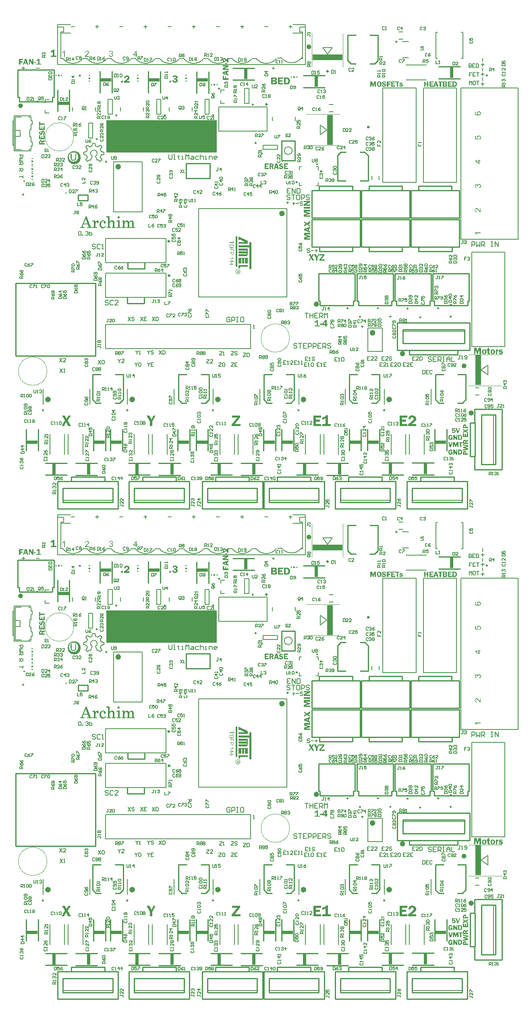
<source format=gto>
G04 Layer_Color=65535*
%FSLAX24Y24*%
%MOIN*%
G70*
G01*
G75*
%ADD10C,0.0070*%
%ADD12C,0.0100*%
%ADD72C,0.0240*%
%ADD74C,0.0080*%
%ADD75C,0.0120*%
%ADD77C,0.0200*%
%ADD126C,0.0098*%
%ADD127C,0.0236*%
%ADD128C,0.0040*%
%ADD129C,0.0098*%
%ADD130C,0.0050*%
%ADD131C,0.0039*%
%ADD132C,0.0010*%
%ADD133C,0.0060*%
%ADD134C,0.0079*%
%ADD135C,0.0060*%
%ADD136R,0.9183X0.2710*%
%ADD137R,0.0120X0.0059*%
%ADD138R,0.0120X0.0060*%
%ADD139R,0.0120X0.0119*%
%ADD140R,0.0059X0.0120*%
%ADD141R,0.0060X0.0120*%
%ADD142R,0.0119X0.0120*%
%ADD143R,0.0295X0.0879*%
%ADD144R,0.0879X0.0295*%
%ADD145R,0.0492X0.2450*%
%ADD146R,0.2450X0.0492*%
G36*
X10530Y81229D02*
X10540Y81228D01*
X10552Y81225D01*
X10564Y81222D01*
X10577Y81218D01*
X10590Y81212D01*
X10591D01*
X10592Y81211D01*
X10596Y81209D01*
X10602Y81205D01*
X10610Y81200D01*
X10618Y81193D01*
X10627Y81185D01*
X10635Y81175D01*
X10643Y81164D01*
X10644Y81163D01*
X10646Y81159D01*
X10649Y81153D01*
X10652Y81145D01*
X10655Y81135D01*
X10658Y81125D01*
X10660Y81114D01*
X10661Y81101D01*
Y81099D01*
Y81095D01*
X10660Y81089D01*
X10659Y81082D01*
X10657Y81073D01*
X10654Y81063D01*
X10650Y81052D01*
X10644Y81042D01*
X10643Y81041D01*
X10641Y81038D01*
X10636Y81033D01*
X10631Y81027D01*
X10623Y81021D01*
X10615Y81014D01*
X10604Y81006D01*
X10592Y81000D01*
X10593D01*
X10595Y80999D01*
X10597D01*
X10600Y80998D01*
X10607Y80996D01*
X10617Y80991D01*
X10628Y80986D01*
X10639Y80978D01*
X10651Y80969D01*
X10660Y80958D01*
X10661Y80956D01*
X10664Y80952D01*
X10668Y80945D01*
X10673Y80936D01*
X10678Y80925D01*
X10682Y80911D01*
X10685Y80895D01*
X10685Y80878D01*
Y80877D01*
Y80875D01*
Y80872D01*
X10685Y80867D01*
X10684Y80861D01*
X10683Y80855D01*
X10682Y80847D01*
X10679Y80840D01*
X10674Y80822D01*
X10670Y80813D01*
X10665Y80804D01*
X10660Y80795D01*
X10654Y80785D01*
X10646Y80776D01*
X10638Y80767D01*
X10637Y80767D01*
X10635Y80765D01*
X10633Y80764D01*
X10629Y80761D01*
X10625Y80757D01*
X10619Y80753D01*
X10612Y80749D01*
X10605Y80745D01*
X10597Y80741D01*
X10588Y80737D01*
X10578Y80733D01*
X10567Y80730D01*
X10556Y80726D01*
X10544Y80725D01*
X10531Y80723D01*
X10518Y80723D01*
X10512D01*
X10508Y80723D01*
X10502Y80724D01*
X10496Y80725D01*
X10488Y80726D01*
X10480Y80727D01*
X10463Y80732D01*
X10445Y80739D01*
X10436Y80743D01*
X10428Y80748D01*
X10418Y80754D01*
X10410Y80761D01*
X10409Y80762D01*
X10409Y80763D01*
X10406Y80765D01*
X10403Y80768D01*
X10400Y80773D01*
X10397Y80777D01*
X10392Y80782D01*
X10388Y80788D01*
X10379Y80804D01*
X10372Y80821D01*
X10365Y80841D01*
X10363Y80851D01*
X10361Y80863D01*
X10422Y80871D01*
Y80870D01*
X10423Y80869D01*
Y80866D01*
X10425Y80863D01*
X10427Y80854D01*
X10431Y80842D01*
X10435Y80830D01*
X10441Y80817D01*
X10449Y80806D01*
X10457Y80796D01*
X10459Y80795D01*
X10462Y80792D01*
X10467Y80789D01*
X10474Y80785D01*
X10483Y80781D01*
X10493Y80777D01*
X10505Y80774D01*
X10518Y80773D01*
X10523D01*
X10526Y80774D01*
X10533Y80775D01*
X10543Y80777D01*
X10555Y80781D01*
X10567Y80785D01*
X10580Y80793D01*
X10591Y80803D01*
X10592Y80804D01*
X10595Y80808D01*
X10600Y80814D01*
X10606Y80823D01*
X10611Y80834D01*
X10616Y80847D01*
X10619Y80861D01*
X10620Y80877D01*
Y80878D01*
Y80878D01*
Y80881D01*
X10620Y80884D01*
X10619Y80891D01*
X10617Y80901D01*
X10614Y80912D01*
X10608Y80924D01*
X10601Y80935D01*
X10592Y80946D01*
X10591Y80947D01*
X10588Y80950D01*
X10582Y80954D01*
X10573Y80959D01*
X10564Y80965D01*
X10552Y80968D01*
X10539Y80971D01*
X10524Y80973D01*
X10517D01*
X10511Y80972D01*
X10505Y80971D01*
X10498Y80971D01*
X10490Y80969D01*
X10480Y80967D01*
X10487Y81021D01*
X10491D01*
X10494Y81020D01*
X10504D01*
X10511Y81021D01*
X10521Y81022D01*
X10531Y81024D01*
X10542Y81028D01*
X10555Y81033D01*
X10567Y81039D01*
X10568Y81040D01*
X10572Y81043D01*
X10576Y81049D01*
X10583Y81055D01*
X10589Y81064D01*
X10593Y81074D01*
X10597Y81087D01*
X10598Y81102D01*
Y81103D01*
Y81104D01*
Y81108D01*
X10597Y81114D01*
X10595Y81122D01*
X10593Y81130D01*
X10589Y81139D01*
X10583Y81149D01*
X10576Y81157D01*
X10575Y81158D01*
X10572Y81161D01*
X10567Y81165D01*
X10560Y81169D01*
X10552Y81173D01*
X10542Y81176D01*
X10530Y81179D01*
X10518Y81180D01*
X10511D01*
X10505Y81179D01*
X10497Y81177D01*
X10487Y81175D01*
X10477Y81170D01*
X10468Y81165D01*
X10458Y81157D01*
X10457Y81157D01*
X10454Y81154D01*
X10450Y81148D01*
X10446Y81141D01*
X10440Y81132D01*
X10436Y81120D01*
X10431Y81107D01*
X10428Y81091D01*
X10367Y81101D01*
Y81102D01*
X10368Y81104D01*
X10369Y81108D01*
X10369Y81111D01*
X10371Y81117D01*
X10372Y81123D01*
X10378Y81136D01*
X10384Y81151D01*
X10393Y81167D01*
X10403Y81182D01*
X10417Y81196D01*
X10418Y81197D01*
X10418Y81197D01*
X10421Y81199D01*
X10425Y81201D01*
X10428Y81204D01*
X10433Y81207D01*
X10444Y81213D01*
X10459Y81219D01*
X10476Y81225D01*
X10495Y81228D01*
X10505Y81230D01*
X10523D01*
X10530Y81229D01*
D02*
G37*
G36*
X12638Y80906D02*
X12705D01*
Y80850D01*
X12638D01*
Y80731D01*
X12576D01*
Y80850D01*
X12361D01*
Y80906D01*
X12588Y81227D01*
X12638D01*
Y80906D01*
D02*
G37*
G36*
X8546Y81229D02*
X8552Y81228D01*
X8559Y81228D01*
X8567Y81227D01*
X8575Y81225D01*
X8593Y81220D01*
X8612Y81213D01*
X8622Y81209D01*
X8631Y81204D01*
X8639Y81197D01*
X8648Y81190D01*
X8648Y81189D01*
X8649Y81188D01*
X8651Y81186D01*
X8654Y81183D01*
X8657Y81179D01*
X8661Y81174D01*
X8669Y81163D01*
X8676Y81148D01*
X8683Y81132D01*
X8688Y81113D01*
X8689Y81102D01*
X8690Y81092D01*
Y81090D01*
Y81086D01*
X8689Y81080D01*
X8688Y81073D01*
X8687Y81064D01*
X8685Y81054D01*
X8682Y81043D01*
X8677Y81033D01*
X8676Y81031D01*
X8675Y81027D01*
X8672Y81022D01*
X8667Y81015D01*
X8662Y81005D01*
X8655Y80995D01*
X8646Y80984D01*
X8636Y80972D01*
X8635Y80971D01*
X8631Y80966D01*
X8624Y80959D01*
X8620Y80955D01*
X8614Y80950D01*
X8608Y80943D01*
X8601Y80937D01*
X8593Y80930D01*
X8585Y80922D01*
X8576Y80913D01*
X8565Y80904D01*
X8555Y80895D01*
X8542Y80884D01*
X8542Y80884D01*
X8540Y80882D01*
X8537Y80880D01*
X8533Y80877D01*
X8524Y80869D01*
X8513Y80860D01*
X8502Y80849D01*
X8490Y80838D01*
X8480Y80829D01*
X8476Y80826D01*
X8472Y80822D01*
X8471Y80821D01*
X8470Y80819D01*
X8467Y80816D01*
X8463Y80811D01*
X8455Y80801D01*
X8446Y80789D01*
X8691D01*
Y80731D01*
X8362D01*
Y80732D01*
Y80735D01*
Y80739D01*
X8363Y80745D01*
X8363Y80751D01*
X8364Y80757D01*
X8366Y80765D01*
X8369Y80773D01*
Y80773D01*
X8369Y80774D01*
X8371Y80779D01*
X8374Y80785D01*
X8378Y80794D01*
X8384Y80804D01*
X8391Y80815D01*
X8399Y80826D01*
X8409Y80838D01*
Y80839D01*
X8410Y80840D01*
X8414Y80844D01*
X8420Y80851D01*
X8429Y80860D01*
X8440Y80871D01*
X8454Y80884D01*
X8471Y80898D01*
X8489Y80914D01*
X8490Y80915D01*
X8493Y80917D01*
X8496Y80920D01*
X8502Y80925D01*
X8508Y80931D01*
X8516Y80937D01*
X8533Y80952D01*
X8551Y80969D01*
X8569Y80987D01*
X8578Y80995D01*
X8586Y81003D01*
X8592Y81011D01*
X8598Y81019D01*
Y81020D01*
X8600Y81021D01*
X8601Y81023D01*
X8603Y81026D01*
X8607Y81033D01*
X8613Y81043D01*
X8618Y81055D01*
X8623Y81067D01*
X8626Y81080D01*
X8627Y81093D01*
Y81094D01*
Y81095D01*
X8626Y81099D01*
X8626Y81106D01*
X8624Y81114D01*
X8620Y81124D01*
X8616Y81134D01*
X8610Y81145D01*
X8601Y81154D01*
X8599Y81155D01*
X8596Y81158D01*
X8590Y81162D01*
X8583Y81167D01*
X8573Y81172D01*
X8561Y81176D01*
X8548Y81179D01*
X8533Y81179D01*
X8528D01*
X8525Y81179D01*
X8518Y81178D01*
X8508Y81176D01*
X8496Y81173D01*
X8484Y81168D01*
X8473Y81161D01*
X8462Y81152D01*
X8462Y81151D01*
X8459Y81148D01*
X8454Y81142D01*
X8449Y81133D01*
X8444Y81123D01*
X8440Y81111D01*
X8437Y81096D01*
X8436Y81080D01*
X8373Y81086D01*
Y81087D01*
Y81089D01*
X8374Y81093D01*
X8375Y81098D01*
X8376Y81104D01*
X8377Y81111D01*
X8381Y81126D01*
X8387Y81143D01*
X8396Y81160D01*
X8407Y81178D01*
X8413Y81185D01*
X8421Y81193D01*
X8421Y81194D01*
X8423Y81194D01*
X8425Y81197D01*
X8428Y81199D01*
X8433Y81201D01*
X8438Y81205D01*
X8444Y81208D01*
X8451Y81212D01*
X8459Y81215D01*
X8467Y81219D01*
X8477Y81222D01*
X8487Y81224D01*
X8509Y81228D01*
X8521Y81229D01*
X8534Y81230D01*
X8541D01*
X8546Y81229D01*
D02*
G37*
G36*
X6694Y80731D02*
X6633D01*
Y81120D01*
X6632Y81119D01*
X6629Y81116D01*
X6624Y81112D01*
X6617Y81107D01*
X6609Y81100D01*
X6599Y81093D01*
X6587Y81085D01*
X6575Y81077D01*
X6574D01*
X6573Y81077D01*
X6568Y81073D01*
X6562Y81070D01*
X6553Y81065D01*
X6544Y81060D01*
X6533Y81055D01*
X6522Y81050D01*
X6511Y81046D01*
Y81105D01*
X6512D01*
X6513Y81106D01*
X6516Y81108D01*
X6519Y81110D01*
X6524Y81112D01*
X6529Y81114D01*
X6541Y81121D01*
X6555Y81129D01*
X6570Y81139D01*
X6585Y81151D01*
X6599Y81163D01*
X6600Y81163D01*
X6601Y81164D01*
X6606Y81169D01*
X6612Y81176D01*
X6621Y81184D01*
X6630Y81194D01*
X6639Y81206D01*
X6647Y81218D01*
X6654Y81230D01*
X6694D01*
Y80731D01*
D02*
G37*
G36*
X5834Y80828D02*
X5997D01*
Y80721D01*
X5521D01*
Y80828D01*
X5700D01*
Y81165D01*
X5699Y81164D01*
X5695Y81162D01*
X5690Y81159D01*
X5682Y81154D01*
X5673Y81149D01*
X5664Y81144D01*
X5652Y81137D01*
X5640Y81130D01*
X5614Y81115D01*
X5586Y81101D01*
X5559Y81088D01*
X5547Y81082D01*
X5536Y81077D01*
Y81198D01*
X5538Y81199D01*
X5543Y81200D01*
X5550Y81203D01*
X5560Y81206D01*
X5573Y81211D01*
X5586Y81216D01*
X5602Y81223D01*
X5618Y81230D01*
X5651Y81247D01*
X5684Y81267D01*
X5699Y81278D01*
X5712Y81291D01*
X5725Y81304D01*
X5735Y81317D01*
X5834D01*
Y80828D01*
D02*
G37*
G36*
X20231Y80616D02*
Y80263D01*
X20140D01*
X20139Y80264D01*
X20137Y80267D01*
X20134Y80271D01*
X20129Y80277D01*
X20124Y80284D01*
X20117Y80295D01*
X20109Y80306D01*
X20099Y80320D01*
X20098Y80320D01*
X20096Y80324D01*
X20092Y80329D01*
X20087Y80335D01*
X20082Y80344D01*
X20075Y80352D01*
X20067Y80363D01*
X20059Y80373D01*
X20041Y80397D01*
X20022Y80420D01*
X20013Y80431D01*
X20004Y80442D01*
X19994Y80452D01*
X19986Y80461D01*
X19985Y80462D01*
X19983Y80463D01*
X19981Y80465D01*
X19978Y80468D01*
X19969Y80475D01*
X19959Y80484D01*
X19947Y80491D01*
X19933Y80498D01*
X19926Y80502D01*
X19919Y80504D01*
X19912Y80505D01*
X19905Y80505D01*
X19900D01*
X19895Y80505D01*
X19889Y80503D01*
X19881Y80501D01*
X19874Y80498D01*
X19866Y80494D01*
X19859Y80488D01*
X19858Y80487D01*
X19856Y80484D01*
X19854Y80480D01*
X19850Y80475D01*
X19847Y80468D01*
X19844Y80460D01*
X19842Y80451D01*
X19841Y80440D01*
Y80439D01*
Y80437D01*
X19842Y80434D01*
X19843Y80429D01*
X19844Y80423D01*
X19846Y80417D01*
X19849Y80411D01*
X19852Y80404D01*
X19857Y80397D01*
X19863Y80390D01*
X19870Y80383D01*
X19879Y80377D01*
X19890Y80371D01*
X19901Y80366D01*
X19915Y80362D01*
X19931Y80359D01*
X19910Y80263D01*
X19909D01*
X19908Y80264D01*
X19906D01*
X19903Y80265D01*
X19896Y80267D01*
X19886Y80270D01*
X19874Y80275D01*
X19861Y80281D01*
X19847Y80289D01*
X19832Y80298D01*
X19817Y80309D01*
X19803Y80322D01*
X19790Y80337D01*
X19778Y80353D01*
X19768Y80373D01*
X19761Y80394D01*
X19758Y80406D01*
X19755Y80418D01*
X19755Y80431D01*
X19754Y80445D01*
Y80445D01*
Y80448D01*
Y80452D01*
X19755Y80459D01*
X19755Y80466D01*
X19756Y80473D01*
X19758Y80482D01*
X19759Y80492D01*
X19765Y80513D01*
X19773Y80534D01*
X19777Y80545D01*
X19783Y80555D01*
X19790Y80564D01*
X19798Y80573D01*
X19798Y80573D01*
X19800Y80575D01*
X19802Y80577D01*
X19805Y80580D01*
X19809Y80583D01*
X19815Y80587D01*
X19820Y80591D01*
X19827Y80595D01*
X19842Y80604D01*
X19860Y80611D01*
X19870Y80614D01*
X19880Y80616D01*
X19891Y80617D01*
X19902Y80618D01*
X19908D01*
X19912Y80617D01*
X19918Y80616D01*
X19925Y80616D01*
X19932Y80614D01*
X19940Y80612D01*
X19957Y80606D01*
X19966Y80603D01*
X19976Y80598D01*
X19985Y80593D01*
X19995Y80587D01*
X20005Y80580D01*
X20014Y80571D01*
X20015Y80570D01*
X20016Y80569D01*
X20019Y80566D01*
X20022Y80562D01*
X20027Y80556D01*
X20033Y80550D01*
X20040Y80541D01*
X20047Y80532D01*
X20056Y80521D01*
X20065Y80509D01*
X20076Y80495D01*
X20087Y80478D01*
X20098Y80461D01*
X20111Y80442D01*
X20124Y80421D01*
X20137Y80398D01*
Y80624D01*
X20231Y80616D01*
D02*
G37*
G36*
X4087Y80079D02*
X3993D01*
X3808Y80396D01*
Y80395D01*
Y80394D01*
Y80390D01*
Y80384D01*
X3809Y80380D01*
Y80379D01*
Y80378D01*
X3810Y80373D01*
X3811Y80366D01*
Y80360D01*
Y80079D01*
X3725D01*
Y80549D01*
X3843D01*
X4004Y80271D01*
Y80272D01*
Y80274D01*
X4004Y80278D01*
Y80283D01*
X4003Y80294D01*
X4002Y80298D01*
Y80303D01*
Y80549D01*
X4087D01*
Y80079D01*
D02*
G37*
G36*
X4307Y80220D02*
X4143D01*
Y80295D01*
X4307D01*
Y80220D01*
D02*
G37*
G36*
X4596Y80165D02*
X4727D01*
Y80079D01*
X4346D01*
Y80165D01*
X4489D01*
Y80434D01*
X4488Y80433D01*
X4485Y80432D01*
X4481Y80429D01*
X4475Y80426D01*
X4468Y80422D01*
X4460Y80417D01*
X4450Y80411D01*
X4441Y80406D01*
X4420Y80394D01*
X4398Y80383D01*
X4376Y80372D01*
X4367Y80368D01*
X4357Y80364D01*
Y80461D01*
X4359Y80461D01*
X4363Y80462D01*
X4369Y80465D01*
X4377Y80467D01*
X4387Y80471D01*
X4398Y80475D01*
X4410Y80480D01*
X4423Y80486D01*
X4450Y80500D01*
X4476Y80515D01*
X4488Y80525D01*
X4499Y80535D01*
X4509Y80545D01*
X4517Y80556D01*
X4596D01*
Y80165D01*
D02*
G37*
G36*
X3675Y80079D02*
X3556D01*
X3527Y80176D01*
X3375D01*
X3345Y80079D01*
X3249D01*
X3399Y80549D01*
X3528D01*
X3675Y80079D01*
D02*
G37*
G36*
X3240Y80456D02*
X3020D01*
Y80351D01*
X3194D01*
Y80263D01*
X3020D01*
Y80079D01*
X2906D01*
Y80549D01*
X3240D01*
Y80456D01*
D02*
G37*
G36*
X20090Y80068D02*
X20015D01*
Y80232D01*
X20090D01*
Y80068D01*
D02*
G37*
G36*
X20231Y79918D02*
X19914Y79734D01*
X19926D01*
X19930Y79735D01*
X19932D01*
X19937Y79735D01*
X19944Y79736D01*
X20231D01*
Y79650D01*
X19761D01*
Y79768D01*
X20039Y79930D01*
X20036D01*
X20032Y79929D01*
X20027D01*
X20016Y79928D01*
X20012Y79928D01*
X19761D01*
Y80013D01*
X20231D01*
Y79918D01*
D02*
G37*
G36*
Y79482D02*
X20134Y79453D01*
Y79300D01*
X20231Y79271D01*
Y79175D01*
X19761Y79325D01*
Y79453D01*
X20231Y79600D01*
Y79482D01*
D02*
G37*
G36*
X19854Y78945D02*
X19959D01*
Y79119D01*
X20047D01*
Y78945D01*
X20231D01*
Y78831D01*
X19761D01*
Y79165D01*
X19854D01*
Y78945D01*
D02*
G37*
G36*
X15829Y79196D02*
X15837D01*
X15846Y79195D01*
X15855Y79193D01*
X15866Y79192D01*
X15889Y79187D01*
X15915Y79179D01*
X15940Y79169D01*
X15952Y79162D01*
X15964Y79154D01*
X15965D01*
X15967Y79152D01*
X15969Y79151D01*
X15973Y79147D01*
X15983Y79137D01*
X15994Y79124D01*
X16005Y79108D01*
X16014Y79088D01*
X16018Y79077D01*
X16021Y79066D01*
X16023Y79053D01*
X16024Y79039D01*
Y79038D01*
Y79035D01*
X16023Y79030D01*
X16022Y79024D01*
X16021Y79016D01*
X16019Y79007D01*
X16015Y78997D01*
X16011Y78987D01*
X16007Y78976D01*
X16000Y78965D01*
X15991Y78953D01*
X15981Y78943D01*
X15969Y78933D01*
X15956Y78923D01*
X15940Y78914D01*
X15923Y78907D01*
X15924D01*
X15927Y78906D01*
X15933Y78904D01*
X15941Y78901D01*
X15950Y78897D01*
X15961Y78892D01*
X15971Y78886D01*
X15982Y78878D01*
X15993Y78869D01*
X16004Y78860D01*
X16014Y78849D01*
X16023Y78836D01*
X16031Y78822D01*
X16037Y78806D01*
X16041Y78788D01*
X16042Y78769D01*
Y78768D01*
Y78765D01*
Y78761D01*
X16041Y78756D01*
X16040Y78749D01*
X16039Y78742D01*
X16034Y78724D01*
X16027Y78703D01*
X16022Y78693D01*
X16016Y78682D01*
X16009Y78671D01*
X16001Y78661D01*
X15992Y78651D01*
X15981Y78641D01*
X15980Y78640D01*
X15978Y78639D01*
X15975Y78636D01*
X15970Y78633D01*
X15964Y78629D01*
X15957Y78625D01*
X15948Y78622D01*
X15937Y78617D01*
X15927Y78612D01*
X15914Y78608D01*
X15900Y78604D01*
X15886Y78600D01*
X15869Y78597D01*
X15852Y78594D01*
X15834Y78593D01*
X15814Y78592D01*
X15805D01*
X15798Y78593D01*
X15789Y78594D01*
X15779Y78595D01*
X15767Y78596D01*
X15756Y78599D01*
X15729Y78605D01*
X15703Y78614D01*
X15689Y78620D01*
X15677Y78626D01*
X15664Y78634D01*
X15652Y78643D01*
X15651Y78644D01*
X15649Y78645D01*
X15646Y78648D01*
X15643Y78652D01*
X15639Y78657D01*
X15633Y78663D01*
X15621Y78678D01*
X15608Y78697D01*
X15598Y78718D01*
X15588Y78743D01*
X15584Y78756D01*
X15581Y78770D01*
X15706Y78788D01*
Y78787D01*
X15707Y78785D01*
X15708Y78780D01*
X15710Y78775D01*
X15713Y78767D01*
X15716Y78760D01*
X15721Y78751D01*
X15725Y78744D01*
X15732Y78735D01*
X15739Y78726D01*
X15748Y78719D01*
X15758Y78712D01*
X15768Y78706D01*
X15781Y78702D01*
X15795Y78699D01*
X15810Y78698D01*
X15817D01*
X15825Y78699D01*
X15834Y78701D01*
X15845Y78703D01*
X15855Y78706D01*
X15867Y78711D01*
X15877Y78718D01*
X15878Y78719D01*
X15881Y78722D01*
X15885Y78727D01*
X15889Y78734D01*
X15894Y78742D01*
X15898Y78751D01*
X15901Y78763D01*
X15902Y78776D01*
Y78778D01*
Y78782D01*
X15901Y78788D01*
X15899Y78797D01*
X15896Y78806D01*
X15892Y78816D01*
X15887Y78825D01*
X15879Y78832D01*
X15878Y78833D01*
X15874Y78835D01*
X15868Y78838D01*
X15859Y78842D01*
X15847Y78846D01*
X15832Y78849D01*
X15813Y78851D01*
X15791Y78852D01*
X15737D01*
Y78955D01*
X15807D01*
X15816Y78956D01*
X15827Y78958D01*
X15840Y78960D01*
X15851Y78964D01*
X15861Y78970D01*
X15870Y78977D01*
X15871Y78978D01*
X15873Y78981D01*
X15876Y78986D01*
X15880Y78991D01*
X15884Y78998D01*
X15887Y79006D01*
X15888Y79015D01*
X15889Y79024D01*
Y79025D01*
Y79029D01*
X15888Y79033D01*
X15887Y79040D01*
X15885Y79048D01*
X15881Y79057D01*
X15875Y79066D01*
X15868Y79073D01*
X15867Y79074D01*
X15864Y79077D01*
X15859Y79080D01*
X15853Y79085D01*
X15845Y79089D01*
X15835Y79092D01*
X15823Y79095D01*
X15810Y79096D01*
X15804D01*
X15799Y79095D01*
X15787Y79092D01*
X15772Y79086D01*
X15765Y79082D01*
X15757Y79077D01*
X15749Y79071D01*
X15742Y79065D01*
X15735Y79056D01*
X15729Y79045D01*
X15725Y79034D01*
X15721Y79021D01*
X15599Y79039D01*
Y79040D01*
X15600Y79042D01*
X15601Y79046D01*
X15602Y79051D01*
X15603Y79057D01*
X15606Y79064D01*
X15613Y79079D01*
X15623Y79097D01*
X15636Y79116D01*
X15651Y79135D01*
X15660Y79144D01*
X15671Y79152D01*
X15672Y79153D01*
X15674Y79154D01*
X15677Y79156D01*
X15682Y79159D01*
X15687Y79163D01*
X15694Y79167D01*
X15702Y79171D01*
X15711Y79175D01*
X15721Y79179D01*
X15731Y79183D01*
X15756Y79191D01*
X15784Y79195D01*
X15799Y79197D01*
X15823D01*
X15829Y79196D01*
D02*
G37*
G36*
X11845Y79186D02*
X11854Y79185D01*
X11864Y79184D01*
X11874Y79182D01*
X11887Y79181D01*
X11912Y79174D01*
X11939Y79164D01*
X11952Y79158D01*
X11965Y79151D01*
X11977Y79142D01*
X11988Y79133D01*
X11989Y79132D01*
X11990Y79130D01*
X11992Y79127D01*
X11996Y79123D01*
X12000Y79118D01*
X12005Y79111D01*
X12011Y79104D01*
X12016Y79096D01*
X12027Y79077D01*
X12035Y79055D01*
X12039Y79042D01*
X12042Y79029D01*
X12043Y79016D01*
X12044Y79002D01*
Y79001D01*
Y78998D01*
Y78994D01*
X12043Y78989D01*
X12042Y78982D01*
X12041Y78974D01*
X12039Y78965D01*
X12037Y78955D01*
X12029Y78934D01*
X12026Y78922D01*
X12020Y78910D01*
X12013Y78898D01*
X12005Y78886D01*
X11996Y78874D01*
X11986Y78862D01*
X11985Y78861D01*
X11983Y78859D01*
X11979Y78857D01*
X11974Y78852D01*
X11967Y78846D01*
X11959Y78838D01*
X11948Y78829D01*
X11937Y78820D01*
X11923Y78810D01*
X11907Y78798D01*
X11890Y78785D01*
X11869Y78772D01*
X11848Y78757D01*
X11825Y78741D01*
X11798Y78725D01*
X11770Y78708D01*
X12052D01*
X12041Y78591D01*
X11601D01*
Y78705D01*
X11602Y78706D01*
X11605Y78708D01*
X11611Y78712D01*
X11618Y78718D01*
X11627Y78725D01*
X11640Y78734D01*
X11655Y78743D01*
X11671Y78756D01*
X11672Y78757D01*
X11676Y78760D01*
X11683Y78765D01*
X11691Y78771D01*
X11702Y78777D01*
X11712Y78786D01*
X11725Y78796D01*
X11739Y78806D01*
X11768Y78828D01*
X11797Y78852D01*
X11811Y78863D01*
X11825Y78875D01*
X11837Y78887D01*
X11848Y78897D01*
X11849Y78898D01*
X11850Y78900D01*
X11853Y78903D01*
X11857Y78907D01*
X11866Y78918D01*
X11876Y78931D01*
X11886Y78946D01*
X11895Y78964D01*
X11899Y78973D01*
X11902Y78981D01*
X11903Y78990D01*
X11904Y78999D01*
Y79001D01*
Y79005D01*
X11903Y79011D01*
X11901Y79019D01*
X11898Y79028D01*
X11894Y79037D01*
X11889Y79047D01*
X11881Y79056D01*
X11880Y79057D01*
X11877Y79060D01*
X11872Y79062D01*
X11866Y79067D01*
X11857Y79071D01*
X11847Y79074D01*
X11835Y79077D01*
X11822Y79078D01*
X11818D01*
X11814Y79077D01*
X11808Y79076D01*
X11801Y79075D01*
X11793Y79072D01*
X11785Y79068D01*
X11777Y79064D01*
X11768Y79059D01*
X11759Y79051D01*
X11750Y79042D01*
X11743Y79031D01*
X11736Y79018D01*
X11729Y79003D01*
X11724Y78985D01*
X11721Y78966D01*
X11601Y78992D01*
Y78993D01*
X11602Y78994D01*
Y78997D01*
X11603Y79001D01*
X11606Y79010D01*
X11610Y79022D01*
X11616Y79037D01*
X11623Y79054D01*
X11633Y79071D01*
X11644Y79090D01*
X11658Y79108D01*
X11674Y79126D01*
X11693Y79142D01*
X11713Y79157D01*
X11738Y79170D01*
X11764Y79179D01*
X11779Y79182D01*
X11794Y79185D01*
X11811Y79186D01*
X11827Y79187D01*
X11837D01*
X11845Y79186D01*
D02*
G37*
G36*
X33111Y78698D02*
X33120Y78697D01*
X33131Y78695D01*
X33142Y78693D01*
X33155Y78689D01*
X33169Y78685D01*
X33182Y78680D01*
X33196Y78673D01*
X33211Y78665D01*
X33224Y78654D01*
X33237Y78643D01*
X33248Y78629D01*
X33258Y78613D01*
X33266Y78594D01*
X33178Y78565D01*
Y78566D01*
X33177Y78567D01*
X33176Y78570D01*
X33174Y78573D01*
X33169Y78582D01*
X33162Y78591D01*
X33152Y78601D01*
X33145Y78605D01*
X33139Y78610D01*
X33131Y78613D01*
X33122Y78616D01*
X33113Y78617D01*
X33103Y78618D01*
X33097D01*
X33093Y78617D01*
X33084Y78616D01*
X33073Y78613D01*
X33061Y78608D01*
X33051Y78601D01*
X33048Y78597D01*
X33045Y78591D01*
X33043Y78585D01*
X33042Y78577D01*
Y78577D01*
Y78575D01*
X33043Y78572D01*
X33043Y78569D01*
X33045Y78564D01*
X33046Y78560D01*
X33049Y78556D01*
X33053Y78551D01*
X33054Y78550D01*
X33055Y78550D01*
X33059Y78547D01*
X33064Y78545D01*
X33070Y78542D01*
X33080Y78538D01*
X33091Y78535D01*
X33105Y78531D01*
X33106D01*
X33108Y78531D01*
X33111Y78530D01*
X33116Y78529D01*
X33121Y78528D01*
X33128Y78526D01*
X33142Y78523D01*
X33158Y78518D01*
X33174Y78514D01*
X33190Y78509D01*
X33196Y78506D01*
X33203Y78504D01*
X33204D01*
X33204Y78503D01*
X33208Y78501D01*
X33214Y78498D01*
X33221Y78493D01*
X33230Y78487D01*
X33239Y78479D01*
X33248Y78470D01*
X33256Y78459D01*
X33256Y78457D01*
X33259Y78454D01*
X33263Y78447D01*
X33267Y78439D01*
X33271Y78429D01*
X33274Y78417D01*
X33277Y78404D01*
X33278Y78390D01*
Y78389D01*
Y78387D01*
Y78384D01*
X33277Y78380D01*
X33276Y78375D01*
X33275Y78369D01*
X33272Y78355D01*
X33267Y78339D01*
X33263Y78331D01*
X33258Y78322D01*
X33253Y78313D01*
X33247Y78304D01*
X33240Y78296D01*
X33232Y78288D01*
X33231Y78287D01*
X33229Y78285D01*
X33226Y78284D01*
X33223Y78281D01*
X33218Y78277D01*
X33212Y78274D01*
X33205Y78270D01*
X33197Y78266D01*
X33188Y78262D01*
X33178Y78258D01*
X33167Y78255D01*
X33155Y78251D01*
X33141Y78248D01*
X33127Y78247D01*
X33111Y78245D01*
X33095Y78244D01*
X33089D01*
X33084Y78245D01*
X33079D01*
X33071Y78246D01*
X33064Y78247D01*
X33056Y78248D01*
X33038Y78252D01*
X33019Y78258D01*
X32999Y78265D01*
X32980Y78275D01*
X32980Y78276D01*
X32978Y78277D01*
X32976Y78278D01*
X32973Y78281D01*
X32964Y78288D01*
X32955Y78298D01*
X32945Y78311D01*
X32934Y78326D01*
X32925Y78345D01*
X32921Y78356D01*
X32918Y78367D01*
X33014Y78389D01*
Y78388D01*
X33015Y78386D01*
X33016Y78383D01*
X33018Y78379D01*
X33020Y78374D01*
X33023Y78369D01*
X33027Y78363D01*
X33031Y78358D01*
X33036Y78352D01*
X33043Y78346D01*
X33050Y78341D01*
X33058Y78336D01*
X33068Y78332D01*
X33078Y78329D01*
X33090Y78327D01*
X33103Y78326D01*
X33109D01*
X33114Y78327D01*
X33122Y78328D01*
X33131Y78329D01*
X33140Y78332D01*
X33148Y78335D01*
X33155Y78340D01*
X33156Y78340D01*
X33158Y78342D01*
X33161Y78345D01*
X33164Y78349D01*
X33167Y78354D01*
X33170Y78359D01*
X33172Y78366D01*
X33173Y78373D01*
Y78373D01*
Y78375D01*
X33172Y78379D01*
X33171Y78384D01*
X33169Y78389D01*
X33166Y78394D01*
X33162Y78398D01*
X33157Y78403D01*
X33156Y78403D01*
X33154Y78405D01*
X33150Y78406D01*
X33143Y78409D01*
X33135Y78412D01*
X33125Y78416D01*
X33111Y78419D01*
X33096Y78422D01*
X33095D01*
X33092Y78423D01*
X33088Y78425D01*
X33082Y78425D01*
X33076Y78427D01*
X33068Y78430D01*
X33059Y78432D01*
X33049Y78435D01*
X33029Y78441D01*
X33010Y78450D01*
X33000Y78455D01*
X32991Y78459D01*
X32983Y78465D01*
X32976Y78470D01*
X32975Y78471D01*
X32975Y78471D01*
X32971Y78476D01*
X32965Y78482D01*
X32958Y78493D01*
X32952Y78505D01*
X32947Y78520D01*
X32942Y78538D01*
X32942Y78548D01*
X32941Y78558D01*
Y78559D01*
Y78561D01*
Y78564D01*
X32942Y78568D01*
X32942Y78573D01*
X32943Y78579D01*
X32946Y78593D01*
X32951Y78608D01*
X32955Y78616D01*
X32959Y78625D01*
X32964Y78633D01*
X32969Y78641D01*
X32976Y78649D01*
X32983Y78657D01*
X32984Y78658D01*
X32986Y78659D01*
X32988Y78661D01*
X32991Y78664D01*
X32996Y78667D01*
X33001Y78670D01*
X33007Y78674D01*
X33014Y78678D01*
X33021Y78681D01*
X33030Y78685D01*
X33040Y78689D01*
X33050Y78692D01*
X33061Y78695D01*
X33073Y78697D01*
X33086Y78698D01*
X33099Y78698D01*
X33105D01*
X33111Y78698D01*
D02*
G37*
G36*
X36782Y78251D02*
X36681D01*
Y78433D01*
X36542D01*
Y78251D01*
X36441D01*
Y78692D01*
X36542D01*
Y78520D01*
X36681D01*
Y78692D01*
X36782D01*
Y78251D01*
D02*
G37*
G36*
X34534Y78583D02*
X34539D01*
X34551Y78582D01*
X34564Y78579D01*
X34578Y78575D01*
X34591Y78570D01*
X34603Y78564D01*
X34605Y78563D01*
X34608Y78560D01*
X34614Y78555D01*
X34621Y78547D01*
X34628Y78539D01*
X34636Y78528D01*
X34644Y78514D01*
X34651Y78498D01*
X34581Y78480D01*
Y78481D01*
X34580Y78482D01*
X34579Y78485D01*
X34578Y78487D01*
X34574Y78494D01*
X34568Y78502D01*
X34559Y78510D01*
X34554Y78514D01*
X34548Y78517D01*
X34542Y78520D01*
X34534Y78522D01*
X34526Y78523D01*
X34517Y78524D01*
X34513D01*
X34510Y78523D01*
X34502Y78523D01*
X34494Y78520D01*
X34485Y78517D01*
X34477Y78512D01*
X34474Y78508D01*
X34472Y78504D01*
X34470Y78499D01*
X34469Y78494D01*
Y78493D01*
Y78492D01*
X34471Y78487D01*
X34473Y78481D01*
X34475Y78478D01*
X34478Y78475D01*
X34479D01*
X34480Y78474D01*
X34483Y78473D01*
X34487Y78471D01*
X34494Y78469D01*
X34502Y78468D01*
X34512Y78465D01*
X34524Y78464D01*
X34526D01*
X34529Y78463D01*
X34533Y78463D01*
X34538Y78462D01*
X34543Y78461D01*
X34556Y78459D01*
X34569Y78457D01*
X34582Y78454D01*
X34595Y78451D01*
X34606Y78447D01*
X34608Y78446D01*
X34611Y78446D01*
X34616Y78443D01*
X34622Y78440D01*
X34628Y78435D01*
X34636Y78430D01*
X34643Y78422D01*
X34649Y78414D01*
X34649Y78414D01*
X34651Y78410D01*
X34654Y78405D01*
X34657Y78399D01*
X34660Y78391D01*
X34663Y78381D01*
X34664Y78370D01*
X34665Y78358D01*
Y78357D01*
Y78356D01*
Y78353D01*
X34664Y78350D01*
X34663Y78345D01*
X34663Y78340D01*
X34660Y78329D01*
X34655Y78315D01*
X34649Y78302D01*
X34644Y78295D01*
X34639Y78288D01*
X34633Y78282D01*
X34626Y78276D01*
X34625D01*
X34625Y78274D01*
X34622Y78273D01*
X34619Y78271D01*
X34615Y78269D01*
X34611Y78266D01*
X34605Y78263D01*
X34598Y78261D01*
X34591Y78258D01*
X34584Y78255D01*
X34575Y78252D01*
X34565Y78250D01*
X34554Y78247D01*
X34543Y78246D01*
X34532Y78245D01*
X34519Y78244D01*
X34514D01*
X34507Y78245D01*
X34499Y78246D01*
X34490Y78247D01*
X34479Y78250D01*
X34467Y78252D01*
X34454Y78256D01*
X34442Y78261D01*
X34428Y78268D01*
X34417Y78276D01*
X34405Y78285D01*
X34394Y78296D01*
X34384Y78309D01*
X34377Y78323D01*
X34371Y78340D01*
X34453Y78353D01*
Y78352D01*
X34453Y78351D01*
X34454Y78348D01*
X34455Y78346D01*
X34459Y78339D01*
X34465Y78331D01*
X34469Y78326D01*
X34474Y78323D01*
X34480Y78319D01*
X34487Y78315D01*
X34494Y78313D01*
X34503Y78311D01*
X34513Y78310D01*
X34524Y78309D01*
X34528D01*
X34532Y78310D01*
X34538D01*
X34544Y78311D01*
X34551Y78313D01*
X34557Y78314D01*
X34564Y78317D01*
X34564Y78318D01*
X34567Y78318D01*
X34569Y78321D01*
X34573Y78323D01*
X34575Y78326D01*
X34578Y78331D01*
X34580Y78335D01*
X34581Y78340D01*
Y78341D01*
X34580Y78344D01*
X34578Y78348D01*
X34576Y78352D01*
X34572Y78357D01*
X34565Y78362D01*
X34561Y78363D01*
X34556Y78365D01*
X34551Y78367D01*
X34544Y78367D01*
X34543D01*
X34540Y78368D01*
X34534Y78369D01*
X34528Y78370D01*
X34520Y78371D01*
X34511Y78373D01*
X34502Y78374D01*
X34491Y78376D01*
X34469Y78382D01*
X34447Y78388D01*
X34438Y78392D01*
X34429Y78396D01*
X34421Y78400D01*
X34414Y78405D01*
X34413Y78406D01*
X34409Y78409D01*
X34405Y78415D01*
X34399Y78423D01*
X34393Y78433D01*
X34389Y78446D01*
X34385Y78460D01*
X34384Y78476D01*
Y78477D01*
Y78479D01*
Y78481D01*
X34384Y78485D01*
X34386Y78493D01*
X34388Y78504D01*
X34392Y78516D01*
X34399Y78528D01*
X34403Y78535D01*
X34408Y78542D01*
X34413Y78547D01*
X34420Y78553D01*
X34420Y78554D01*
X34421Y78555D01*
X34423Y78556D01*
X34426Y78558D01*
X34430Y78561D01*
X34434Y78563D01*
X34439Y78566D01*
X34446Y78569D01*
X34453Y78572D01*
X34460Y78575D01*
X34469Y78577D01*
X34477Y78579D01*
X34498Y78583D01*
X34521Y78584D01*
X34529D01*
X34534Y78583D01*
D02*
G37*
G36*
X25053Y79019D02*
X25063Y79018D01*
X25075Y79017D01*
X25087Y79016D01*
X25114Y79013D01*
X25142Y79008D01*
X25167Y79000D01*
X25179Y78995D01*
X25189Y78989D01*
X25190D01*
X25191Y78988D01*
X25194Y78986D01*
X25198Y78983D01*
X25209Y78976D01*
X25222Y78966D01*
X25236Y78952D01*
X25253Y78936D01*
X25269Y78916D01*
X25286Y78894D01*
X25287Y78893D01*
X25288Y78891D01*
X25290Y78887D01*
X25293Y78882D01*
X25296Y78875D01*
X25300Y78867D01*
X25304Y78858D01*
X25307Y78849D01*
X25311Y78837D01*
X25315Y78824D01*
X25319Y78811D01*
X25322Y78796D01*
X25325Y78780D01*
X25327Y78764D01*
X25329Y78746D01*
Y78728D01*
Y78727D01*
Y78722D01*
Y78716D01*
X25328Y78707D01*
X25327Y78695D01*
X25325Y78684D01*
X25323Y78669D01*
X25319Y78654D01*
X25315Y78638D01*
X25310Y78621D01*
X25305Y78604D01*
X25298Y78585D01*
X25289Y78568D01*
X25278Y78550D01*
X25267Y78533D01*
X25254Y78517D01*
X25253Y78516D01*
X25251Y78513D01*
X25246Y78509D01*
X25240Y78504D01*
X25232Y78497D01*
X25224Y78490D01*
X25213Y78483D01*
X25200Y78475D01*
X25186Y78467D01*
X25171Y78459D01*
X25154Y78452D01*
X25136Y78446D01*
X25116Y78441D01*
X25096Y78437D01*
X25072Y78434D01*
X25049Y78433D01*
X24847D01*
Y79020D01*
X25044D01*
X25053Y79019D01*
D02*
G37*
G36*
X24765Y78908D02*
X24484D01*
Y78788D01*
X24705D01*
Y78678D01*
X24484D01*
Y78549D01*
X24765D01*
Y78433D01*
X24344D01*
Y79020D01*
X24765D01*
Y78908D01*
D02*
G37*
G36*
X24062Y79019D02*
X24069D01*
X24085Y79018D01*
X24103Y79016D01*
X24121Y79013D01*
X24138Y79008D01*
X24154Y79002D01*
X24156Y79001D01*
X24160Y78999D01*
X24167Y78994D01*
X24175Y78988D01*
X24185Y78980D01*
X24196Y78972D01*
X24206Y78961D01*
X24215Y78949D01*
X24216Y78947D01*
X24219Y78943D01*
X24223Y78936D01*
X24228Y78927D01*
X24232Y78915D01*
X24236Y78901D01*
X24239Y78886D01*
X24240Y78868D01*
Y78867D01*
Y78864D01*
X24239Y78859D01*
X24238Y78853D01*
X24237Y78845D01*
X24234Y78836D01*
X24231Y78826D01*
X24226Y78815D01*
X24221Y78805D01*
X24213Y78793D01*
X24206Y78782D01*
X24195Y78772D01*
X24183Y78762D01*
X24168Y78753D01*
X24152Y78744D01*
X24133Y78737D01*
X24134D01*
X24136Y78736D01*
X24139Y78735D01*
X24143Y78734D01*
X24155Y78731D01*
X24167Y78726D01*
X24183Y78718D01*
X24198Y78709D01*
X24212Y78696D01*
X24225Y78683D01*
X24226Y78681D01*
X24230Y78676D01*
X24235Y78667D01*
X24241Y78656D01*
X24247Y78643D01*
X24251Y78628D01*
X24255Y78611D01*
X24256Y78594D01*
Y78593D01*
Y78591D01*
Y78588D01*
X24255Y78583D01*
X24254Y78577D01*
X24253Y78570D01*
X24250Y78555D01*
X24244Y78537D01*
X24235Y78519D01*
X24229Y78509D01*
X24222Y78499D01*
X24214Y78489D01*
X24206Y78481D01*
X24205Y78480D01*
X24204Y78479D01*
X24201Y78477D01*
X24196Y78473D01*
X24191Y78470D01*
X24184Y78466D01*
X24176Y78461D01*
X24167Y78457D01*
X24156Y78452D01*
X24144Y78448D01*
X24130Y78444D01*
X24116Y78441D01*
X24100Y78438D01*
X24083Y78435D01*
X24064Y78434D01*
X24044Y78433D01*
X23770D01*
Y79020D01*
X24055D01*
X24062Y79019D01*
D02*
G37*
G36*
X32451Y78251D02*
X32347D01*
Y78610D01*
X32236Y78251D01*
X32165D01*
X32057Y78610D01*
Y78251D01*
X31971D01*
Y78692D01*
X32131D01*
X32208Y78427D01*
X32289Y78692D01*
X32451D01*
Y78251D01*
D02*
G37*
G36*
X38934Y78691D02*
X38942Y78690D01*
X38951Y78689D01*
X38960Y78689D01*
X38980Y78686D01*
X39001Y78682D01*
X39020Y78676D01*
X39029Y78673D01*
X39037Y78668D01*
X39037D01*
X39038Y78668D01*
X39040Y78666D01*
X39043Y78664D01*
X39051Y78659D01*
X39061Y78651D01*
X39072Y78640D01*
X39084Y78629D01*
X39097Y78613D01*
X39109Y78597D01*
X39110Y78596D01*
X39111Y78594D01*
X39112Y78591D01*
X39114Y78588D01*
X39116Y78583D01*
X39119Y78577D01*
X39122Y78570D01*
X39125Y78563D01*
X39128Y78554D01*
X39131Y78545D01*
X39134Y78534D01*
X39136Y78523D01*
X39138Y78512D01*
X39140Y78499D01*
X39141Y78486D01*
Y78472D01*
Y78471D01*
Y78468D01*
Y78463D01*
X39141Y78457D01*
X39140Y78448D01*
X39138Y78439D01*
X39137Y78428D01*
X39134Y78417D01*
X39131Y78405D01*
X39127Y78392D01*
X39123Y78379D01*
X39118Y78365D01*
X39111Y78352D01*
X39103Y78339D01*
X39095Y78326D01*
X39085Y78314D01*
X39084Y78313D01*
X39083Y78311D01*
X39079Y78308D01*
X39075Y78304D01*
X39069Y78299D01*
X39062Y78294D01*
X39054Y78288D01*
X39045Y78282D01*
X39035Y78277D01*
X39023Y78271D01*
X39010Y78266D01*
X38996Y78261D01*
X38982Y78257D01*
X38966Y78254D01*
X38949Y78252D01*
X38931Y78251D01*
X38780D01*
Y78692D01*
X38928D01*
X38934Y78691D01*
D02*
G37*
G36*
X38718Y78608D02*
X38507D01*
Y78517D01*
X38674D01*
Y78435D01*
X38507D01*
Y78338D01*
X38718D01*
Y78251D01*
X38403D01*
Y78692D01*
X38718D01*
Y78608D01*
D02*
G37*
G36*
X38191Y78691D02*
X38196D01*
X38208Y78690D01*
X38222Y78688D01*
X38235Y78686D01*
X38248Y78682D01*
X38260Y78678D01*
X38262Y78677D01*
X38264Y78676D01*
X38270Y78672D01*
X38276Y78668D01*
X38283Y78662D01*
X38292Y78655D01*
X38299Y78647D01*
X38306Y78638D01*
X38307Y78637D01*
X38309Y78634D01*
X38312Y78629D01*
X38316Y78621D01*
X38319Y78613D01*
X38322Y78602D01*
X38324Y78591D01*
X38324Y78577D01*
Y78577D01*
Y78575D01*
X38324Y78571D01*
X38323Y78566D01*
X38322Y78560D01*
X38320Y78553D01*
X38318Y78546D01*
X38314Y78538D01*
X38311Y78530D01*
X38305Y78521D01*
X38299Y78513D01*
X38291Y78505D01*
X38282Y78498D01*
X38271Y78491D01*
X38259Y78485D01*
X38245Y78479D01*
X38245D01*
X38247Y78479D01*
X38249Y78478D01*
X38252Y78477D01*
X38261Y78474D01*
X38270Y78471D01*
X38282Y78465D01*
X38293Y78458D01*
X38304Y78449D01*
X38313Y78438D01*
X38314Y78437D01*
X38317Y78433D01*
X38321Y78427D01*
X38325Y78419D01*
X38330Y78408D01*
X38333Y78397D01*
X38336Y78385D01*
X38337Y78372D01*
Y78371D01*
Y78370D01*
Y78367D01*
X38336Y78364D01*
X38335Y78359D01*
X38335Y78354D01*
X38333Y78343D01*
X38327Y78329D01*
X38321Y78315D01*
X38316Y78308D01*
X38311Y78301D01*
X38305Y78293D01*
X38299Y78287D01*
X38298Y78286D01*
X38297Y78285D01*
X38295Y78284D01*
X38292Y78281D01*
X38288Y78279D01*
X38283Y78276D01*
X38277Y78272D01*
X38270Y78269D01*
X38262Y78266D01*
X38253Y78263D01*
X38242Y78259D01*
X38231Y78257D01*
X38220Y78255D01*
X38207Y78252D01*
X38193Y78252D01*
X38177Y78251D01*
X37972D01*
Y78692D01*
X38186D01*
X38191Y78691D01*
D02*
G37*
G36*
X37928Y78605D02*
X37819D01*
Y78251D01*
X37715D01*
Y78605D01*
X37605D01*
Y78692D01*
X37928D01*
Y78605D01*
D02*
G37*
G36*
X37602Y78251D02*
X37491D01*
X37464Y78342D01*
X37321D01*
X37293Y78251D01*
X37203D01*
X37344Y78692D01*
X37464D01*
X37602Y78251D01*
D02*
G37*
G36*
X37185Y78608D02*
X36975D01*
Y78517D01*
X37141D01*
Y78435D01*
X36975D01*
Y78338D01*
X37185D01*
Y78251D01*
X36870D01*
Y78692D01*
X37185D01*
Y78608D01*
D02*
G37*
G36*
X34368Y78605D02*
X34259D01*
Y78251D01*
X34154D01*
Y78605D01*
X34044D01*
Y78692D01*
X34368D01*
Y78605D01*
D02*
G37*
G36*
X34026Y78608D02*
X33816D01*
Y78517D01*
X33982D01*
Y78435D01*
X33816D01*
Y78338D01*
X34026D01*
Y78251D01*
X33711D01*
Y78692D01*
X34026D01*
Y78608D01*
D02*
G37*
G36*
X33658Y78605D02*
X33452D01*
Y78506D01*
X33615D01*
Y78424D01*
X33452D01*
Y78251D01*
X33345D01*
Y78692D01*
X33658D01*
Y78605D01*
D02*
G37*
G36*
X32717Y78698D02*
X32724D01*
X32731Y78696D01*
X32740Y78695D01*
X32749Y78692D01*
X32760Y78689D01*
X32771Y78686D01*
X32782Y78681D01*
X32794Y78676D01*
X32806Y78669D01*
X32816Y78661D01*
X32827Y78651D01*
X32837Y78641D01*
X32847Y78629D01*
X32847Y78628D01*
X32849Y78626D01*
X32851Y78622D01*
X32854Y78616D01*
X32857Y78610D01*
X32862Y78602D01*
X32866Y78594D01*
X32871Y78583D01*
X32875Y78572D01*
X32879Y78560D01*
X32883Y78547D01*
X32887Y78534D01*
X32890Y78519D01*
X32892Y78504D01*
X32893Y78487D01*
X32894Y78471D01*
Y78471D01*
Y78467D01*
Y78462D01*
X32893Y78455D01*
X32893Y78447D01*
X32892Y78438D01*
X32890Y78427D01*
X32888Y78415D01*
X32885Y78403D01*
X32882Y78390D01*
X32879Y78376D01*
X32874Y78363D01*
X32868Y78349D01*
X32862Y78335D01*
X32855Y78322D01*
X32846Y78310D01*
X32845Y78309D01*
X32844Y78307D01*
X32841Y78304D01*
X32837Y78299D01*
X32832Y78294D01*
X32825Y78289D01*
X32819Y78283D01*
X32810Y78277D01*
X32800Y78271D01*
X32790Y78265D01*
X32778Y78260D01*
X32766Y78255D01*
X32752Y78250D01*
X32737Y78247D01*
X32721Y78245D01*
X32704Y78244D01*
X32701D01*
X32696Y78245D01*
X32690D01*
X32683Y78247D01*
X32674Y78248D01*
X32664Y78250D01*
X32654Y78252D01*
X32643Y78256D01*
X32632Y78261D01*
X32620Y78266D01*
X32609Y78272D01*
X32598Y78280D01*
X32587Y78289D01*
X32576Y78299D01*
X32567Y78311D01*
X32566Y78312D01*
X32565Y78314D01*
X32562Y78318D01*
X32560Y78323D01*
X32556Y78329D01*
X32552Y78337D01*
X32547Y78346D01*
X32543Y78356D01*
X32538Y78367D01*
X32534Y78380D01*
X32530Y78393D01*
X32526Y78407D01*
X32523Y78422D01*
X32521Y78438D01*
X32519Y78455D01*
X32519Y78472D01*
Y78474D01*
Y78476D01*
Y78482D01*
X32519Y78488D01*
X32520Y78496D01*
X32521Y78506D01*
X32523Y78517D01*
X32524Y78528D01*
X32527Y78541D01*
X32530Y78554D01*
X32535Y78567D01*
X32539Y78581D01*
X32545Y78594D01*
X32552Y78608D01*
X32559Y78621D01*
X32568Y78633D01*
X32568Y78634D01*
X32570Y78636D01*
X32573Y78639D01*
X32576Y78643D01*
X32582Y78649D01*
X32588Y78654D01*
X32595Y78659D01*
X32603Y78666D01*
X32613Y78672D01*
X32623Y78678D01*
X32635Y78683D01*
X32647Y78688D01*
X32661Y78692D01*
X32676Y78695D01*
X32691Y78698D01*
X32708Y78698D01*
X32713D01*
X32717Y78698D01*
D02*
G37*
G36*
X40968Y76213D02*
X40973D01*
X40985Y76212D01*
X40998Y76209D01*
X41013Y76206D01*
X41028Y76200D01*
X41043Y76194D01*
X41044D01*
X41045Y76193D01*
X41047Y76191D01*
X41050Y76190D01*
X41057Y76185D01*
X41066Y76179D01*
X41076Y76171D01*
X41086Y76161D01*
X41095Y76150D01*
X41104Y76138D01*
X41105Y76136D01*
X41108Y76132D01*
X41111Y76124D01*
X41115Y76115D01*
X41119Y76103D01*
X41123Y76089D01*
X41125Y76074D01*
X41126Y76058D01*
Y76057D01*
Y76055D01*
X41125Y76051D01*
Y76045D01*
X41124Y76039D01*
X41123Y76032D01*
X41121Y76023D01*
X41119Y76014D01*
X41116Y76005D01*
X41112Y75994D01*
X41108Y75984D01*
X41102Y75974D01*
X41095Y75963D01*
X41088Y75952D01*
X41080Y75943D01*
X41070Y75933D01*
X41069Y75933D01*
X41067Y75931D01*
X41064Y75929D01*
X41059Y75926D01*
X41053Y75922D01*
X41045Y75918D01*
X41036Y75914D01*
X41026Y75910D01*
X41014Y75905D01*
X41000Y75901D01*
X40985Y75897D01*
X40968Y75893D01*
X40950Y75890D01*
X40930Y75888D01*
X40909Y75887D01*
X40885Y75886D01*
X40872D01*
X40862Y75887D01*
X40850Y75887D01*
X40836Y75889D01*
X40821Y75890D01*
X40805Y75893D01*
X40788Y75895D01*
X40770Y75899D01*
X40753Y75903D01*
X40736Y75908D01*
X40719Y75915D01*
X40704Y75921D01*
X40689Y75930D01*
X40676Y75939D01*
X40675Y75939D01*
X40674Y75941D01*
X40671Y75943D01*
X40667Y75947D01*
X40662Y75952D01*
X40658Y75958D01*
X40652Y75964D01*
X40647Y75972D01*
X40642Y75980D01*
X40637Y75990D01*
X40632Y76000D01*
X40627Y76011D01*
X40624Y76023D01*
X40621Y76036D01*
X40619Y76050D01*
X40618Y76064D01*
Y76065D01*
Y76067D01*
Y76070D01*
X40619Y76074D01*
Y76079D01*
X40620Y76085D01*
X40622Y76098D01*
X40627Y76113D01*
X40633Y76129D01*
X40640Y76145D01*
X40646Y76153D01*
X40652Y76160D01*
Y76161D01*
X40653Y76162D01*
X40658Y76166D01*
X40665Y76172D01*
X40675Y76180D01*
X40688Y76188D01*
X40703Y76195D01*
X40721Y76202D01*
X40742Y76206D01*
X40746Y76145D01*
X40745D01*
X40740Y76144D01*
X40734Y76141D01*
X40726Y76139D01*
X40709Y76132D01*
X40702Y76127D01*
X40695Y76122D01*
X40693Y76121D01*
X40690Y76117D01*
X40686Y76112D01*
X40681Y76105D01*
X40677Y76096D01*
X40672Y76085D01*
X40669Y76073D01*
X40668Y76060D01*
Y76059D01*
Y76055D01*
X40669Y76050D01*
X40671Y76043D01*
X40672Y76035D01*
X40675Y76026D01*
X40680Y76017D01*
X40685Y76008D01*
X40686Y76007D01*
X40689Y76004D01*
X40694Y75998D01*
X40701Y75992D01*
X40709Y75985D01*
X40720Y75977D01*
X40733Y75970D01*
X40747Y75963D01*
X40748D01*
X40748Y75962D01*
X40751Y75961D01*
X40754Y75961D01*
X40758Y75959D01*
X40764Y75958D01*
X40770Y75956D01*
X40776Y75955D01*
X40784Y75953D01*
X40792Y75952D01*
X40802Y75950D01*
X40812Y75949D01*
X40823Y75948D01*
X40835Y75947D01*
X40848Y75946D01*
X40861D01*
X40860Y75947D01*
X40856Y75950D01*
X40850Y75955D01*
X40843Y75961D01*
X40835Y75969D01*
X40826Y75978D01*
X40819Y75989D01*
X40812Y76000D01*
X40811Y76001D01*
X40810Y76005D01*
X40807Y76012D01*
X40804Y76020D01*
X40801Y76030D01*
X40798Y76042D01*
X40796Y76054D01*
X40795Y76067D01*
Y76067D01*
Y76070D01*
Y76073D01*
X40796Y76077D01*
X40797Y76082D01*
X40798Y76088D01*
X40801Y76103D01*
X40807Y76119D01*
X40810Y76128D01*
X40814Y76136D01*
X40819Y76145D01*
X40826Y76154D01*
X40832Y76163D01*
X40841Y76171D01*
X40841Y76172D01*
X40843Y76172D01*
X40845Y76175D01*
X40849Y76178D01*
X40853Y76181D01*
X40859Y76184D01*
X40865Y76188D01*
X40872Y76193D01*
X40880Y76197D01*
X40888Y76200D01*
X40898Y76204D01*
X40908Y76207D01*
X40919Y76210D01*
X40931Y76212D01*
X40943Y76213D01*
X40956Y76214D01*
X40964D01*
X40968Y76213D01*
D02*
G37*
G36*
X4670Y75228D02*
X5023D01*
Y75124D01*
X4670D01*
Y75014D01*
X4583D01*
Y75337D01*
X4670D01*
Y75228D01*
D02*
G37*
G36*
X5023Y74681D02*
X4583D01*
Y74996D01*
X4667D01*
Y74786D01*
X4757D01*
Y74952D01*
X4839D01*
Y74786D01*
X4936D01*
Y74996D01*
X5023D01*
Y74681D01*
D02*
G37*
G36*
X4894Y74613D02*
X4900Y74612D01*
X4905Y74611D01*
X4919Y74608D01*
X4935Y74603D01*
X4943Y74599D01*
X4952Y74594D01*
X4961Y74589D01*
X4970Y74583D01*
X4979Y74575D01*
X4987Y74567D01*
X4987Y74567D01*
X4989Y74565D01*
X4990Y74562D01*
X4993Y74559D01*
X4997Y74554D01*
X5001Y74548D01*
X5004Y74541D01*
X5008Y74533D01*
X5012Y74524D01*
X5016Y74514D01*
X5020Y74503D01*
X5023Y74491D01*
X5026Y74477D01*
X5028Y74463D01*
X5029Y74447D01*
X5030Y74431D01*
Y74430D01*
Y74428D01*
Y74425D01*
X5029Y74420D01*
Y74414D01*
X5028Y74407D01*
X5027Y74400D01*
X5026Y74392D01*
X5023Y74373D01*
X5017Y74354D01*
X5009Y74335D01*
X4999Y74316D01*
X4998Y74316D01*
X4998Y74314D01*
X4996Y74312D01*
X4993Y74309D01*
X4986Y74300D01*
X4976Y74291D01*
X4963Y74280D01*
X4948Y74270D01*
X4929Y74261D01*
X4919Y74257D01*
X4908Y74254D01*
X4886Y74350D01*
X4886D01*
X4889Y74351D01*
X4891Y74352D01*
X4895Y74354D01*
X4900Y74356D01*
X4905Y74359D01*
X4911Y74362D01*
X4916Y74367D01*
X4922Y74372D01*
X4928Y74379D01*
X4933Y74386D01*
X4938Y74394D01*
X4942Y74403D01*
X4945Y74414D01*
X4947Y74425D01*
X4948Y74439D01*
Y74439D01*
Y74440D01*
Y74444D01*
X4947Y74450D01*
X4946Y74458D01*
X4945Y74467D01*
X4942Y74476D01*
X4939Y74484D01*
X4935Y74491D01*
X4934Y74492D01*
X4932Y74494D01*
X4930Y74497D01*
X4925Y74500D01*
X4921Y74503D01*
X4915Y74506D01*
X4908Y74508D01*
X4902Y74509D01*
X4899D01*
X4895Y74508D01*
X4891Y74507D01*
X4886Y74505D01*
X4880Y74502D01*
X4876Y74498D01*
X4872Y74493D01*
X4871Y74492D01*
X4870Y74490D01*
X4868Y74485D01*
X4865Y74479D01*
X4862Y74471D01*
X4859Y74461D01*
X4856Y74447D01*
X4852Y74432D01*
Y74431D01*
X4851Y74428D01*
X4850Y74424D01*
X4849Y74418D01*
X4847Y74411D01*
X4845Y74403D01*
X4842Y74395D01*
X4839Y74385D01*
X4833Y74365D01*
X4824Y74346D01*
X4820Y74336D01*
X4815Y74327D01*
X4809Y74319D01*
X4804Y74312D01*
X4804Y74311D01*
X4803Y74310D01*
X4798Y74307D01*
X4792Y74301D01*
X4782Y74294D01*
X4769Y74288D01*
X4754Y74283D01*
X4736Y74278D01*
X4726Y74278D01*
X4716Y74277D01*
X4710D01*
X4706Y74278D01*
X4701Y74278D01*
X4695Y74279D01*
X4681Y74282D01*
X4666Y74287D01*
X4658Y74291D01*
X4649Y74295D01*
X4641Y74299D01*
X4633Y74305D01*
X4625Y74312D01*
X4617Y74319D01*
X4616Y74320D01*
X4615Y74321D01*
X4613Y74324D01*
X4610Y74327D01*
X4607Y74332D01*
X4604Y74337D01*
X4600Y74343D01*
X4596Y74350D01*
X4593Y74357D01*
X4589Y74366D01*
X4585Y74376D01*
X4583Y74386D01*
X4580Y74397D01*
X4577Y74409D01*
X4577Y74422D01*
X4576Y74435D01*
Y74436D01*
Y74436D01*
Y74441D01*
X4577Y74447D01*
X4577Y74455D01*
X4579Y74466D01*
X4581Y74478D01*
X4585Y74491D01*
X4589Y74504D01*
X4594Y74518D01*
X4602Y74532D01*
X4610Y74547D01*
X4620Y74560D01*
X4632Y74573D01*
X4646Y74584D01*
X4662Y74594D01*
X4680Y74602D01*
X4709Y74514D01*
X4708D01*
X4707Y74513D01*
X4704Y74512D01*
X4701Y74510D01*
X4692Y74505D01*
X4683Y74498D01*
X4673Y74488D01*
X4669Y74481D01*
X4665Y74474D01*
X4662Y74467D01*
X4659Y74458D01*
X4657Y74449D01*
X4656Y74439D01*
Y74438D01*
Y74436D01*
Y74433D01*
X4657Y74429D01*
X4659Y74420D01*
X4662Y74409D01*
X4666Y74397D01*
X4673Y74387D01*
X4678Y74384D01*
X4684Y74381D01*
X4689Y74379D01*
X4697Y74378D01*
X4699D01*
X4702Y74379D01*
X4706Y74379D01*
X4710Y74381D01*
X4714Y74382D01*
X4719Y74385D01*
X4723Y74389D01*
X4724Y74390D01*
X4725Y74391D01*
X4727Y74395D01*
X4730Y74400D01*
X4733Y74406D01*
X4736Y74416D01*
X4739Y74427D01*
X4743Y74441D01*
Y74441D01*
X4744Y74444D01*
X4744Y74447D01*
X4745Y74452D01*
X4747Y74457D01*
X4748Y74463D01*
X4752Y74478D01*
X4756Y74494D01*
X4760Y74510D01*
X4766Y74526D01*
X4768Y74532D01*
X4771Y74539D01*
Y74540D01*
X4771Y74540D01*
X4774Y74544D01*
X4777Y74550D01*
X4782Y74557D01*
X4788Y74566D01*
X4796Y74575D01*
X4804Y74583D01*
X4815Y74592D01*
X4817Y74592D01*
X4820Y74595D01*
X4827Y74599D01*
X4835Y74603D01*
X4845Y74607D01*
X4857Y74610D01*
X4870Y74613D01*
X4884Y74613D01*
X4890D01*
X4894Y74613D01*
D02*
G37*
G36*
X5023Y73920D02*
X4583D01*
Y74236D01*
X4667D01*
Y74025D01*
X4757D01*
Y74191D01*
X4839D01*
Y74025D01*
X4936D01*
Y74236D01*
X5023D01*
Y73920D01*
D02*
G37*
G36*
X40961Y74214D02*
X40967Y74213D01*
X40974Y74212D01*
X40981Y74212D01*
X40990Y74210D01*
X41008Y74205D01*
X41027Y74198D01*
X41037Y74194D01*
X41047Y74188D01*
X41057Y74182D01*
X41066Y74175D01*
X41067Y74175D01*
X41068Y74173D01*
X41071Y74170D01*
X41075Y74166D01*
X41080Y74162D01*
X41085Y74156D01*
X41090Y74149D01*
X41095Y74141D01*
X41101Y74132D01*
X41107Y74122D01*
X41112Y74111D01*
X41117Y74100D01*
X41120Y74087D01*
X41123Y74074D01*
X41125Y74060D01*
X41126Y74045D01*
Y74044D01*
Y74042D01*
Y74038D01*
X41125Y74033D01*
X41124Y74028D01*
X41123Y74021D01*
X41123Y74014D01*
X41121Y74005D01*
X41117Y73988D01*
X41110Y73970D01*
X41105Y73961D01*
X41100Y73952D01*
X41095Y73943D01*
X41088Y73934D01*
X41087Y73933D01*
X41086Y73933D01*
X41084Y73930D01*
X41081Y73927D01*
X41077Y73924D01*
X41073Y73921D01*
X41067Y73917D01*
X41061Y73912D01*
X41047Y73904D01*
X41030Y73896D01*
X41010Y73890D01*
X40999Y73887D01*
X40987Y73886D01*
X40983Y73950D01*
X40985D01*
X40987Y73951D01*
X40990Y73952D01*
X40999Y73954D01*
X41009Y73957D01*
X41021Y73961D01*
X41032Y73967D01*
X41043Y73974D01*
X41053Y73983D01*
X41054Y73984D01*
X41057Y73987D01*
X41060Y73992D01*
X41064Y74000D01*
X41068Y74009D01*
X41072Y74020D01*
X41075Y74032D01*
X41076Y74045D01*
Y74045D01*
Y74047D01*
Y74049D01*
X41075Y74052D01*
X41074Y74060D01*
X41072Y74071D01*
X41067Y74082D01*
X41062Y74095D01*
X41054Y74107D01*
X41049Y74113D01*
X41043Y74119D01*
X41042D01*
X41042Y74121D01*
X41037Y74124D01*
X41030Y74129D01*
X41020Y74135D01*
X41007Y74140D01*
X40992Y74145D01*
X40974Y74148D01*
X40955Y74150D01*
X40949D01*
X40946Y74149D01*
X40942D01*
X40937Y74148D01*
X40925Y74146D01*
X40912Y74143D01*
X40898Y74138D01*
X40884Y74130D01*
X40872Y74120D01*
X40871Y74119D01*
X40868Y74115D01*
X40863Y74109D01*
X40857Y74100D01*
X40852Y74089D01*
X40847Y74076D01*
X40844Y74060D01*
X40842Y74044D01*
Y74042D01*
Y74039D01*
X40843Y74033D01*
X40844Y74026D01*
X40846Y74017D01*
X40848Y74008D01*
X40852Y73999D01*
X40856Y73990D01*
X40857Y73989D01*
X40859Y73986D01*
X40862Y73982D01*
X40866Y73977D01*
X40871Y73971D01*
X40877Y73965D01*
X40884Y73959D01*
X40891Y73954D01*
X40883Y73896D01*
X40628Y73945D01*
Y74191D01*
X40686D01*
Y73993D01*
X40820Y73966D01*
X40819Y73967D01*
X40819Y73968D01*
X40817Y73970D01*
X40815Y73974D01*
X40813Y73978D01*
X40810Y73983D01*
X40804Y73995D01*
X40798Y74008D01*
X40794Y74024D01*
X40790Y74042D01*
X40788Y74060D01*
Y74060D01*
Y74063D01*
Y74066D01*
X40789Y74070D01*
X40790Y74076D01*
X40791Y74082D01*
X40792Y74090D01*
X40794Y74097D01*
X40800Y74115D01*
X40803Y74124D01*
X40807Y74133D01*
X40813Y74143D01*
X40819Y74152D01*
X40826Y74161D01*
X40834Y74169D01*
X40835Y74170D01*
X40836Y74172D01*
X40838Y74174D01*
X40842Y74176D01*
X40847Y74180D01*
X40852Y74184D01*
X40858Y74187D01*
X40865Y74192D01*
X40873Y74197D01*
X40881Y74200D01*
X40891Y74204D01*
X40901Y74208D01*
X40912Y74210D01*
X40924Y74212D01*
X40937Y74214D01*
X40949Y74215D01*
X40956D01*
X40961Y74214D01*
D02*
G37*
G36*
X5023Y73732D02*
X4849Y73663D01*
Y73590D01*
X5023D01*
Y73486D01*
X4583D01*
Y73679D01*
Y73680D01*
Y73682D01*
Y73685D01*
Y73688D01*
Y73693D01*
X4583Y73699D01*
X4584Y73711D01*
X4585Y73724D01*
X4588Y73739D01*
X4591Y73753D01*
X4595Y73766D01*
Y73767D01*
X4596Y73767D01*
X4597Y73771D01*
X4601Y73777D01*
X4605Y73785D01*
X4612Y73793D01*
X4620Y73802D01*
X4629Y73811D01*
X4641Y73819D01*
X4643Y73820D01*
X4647Y73823D01*
X4654Y73827D01*
X4662Y73830D01*
X4673Y73835D01*
X4687Y73838D01*
X4700Y73841D01*
X4715Y73841D01*
X4719D01*
X4722Y73841D01*
X4728Y73840D01*
X4735Y73839D01*
X4742Y73837D01*
X4750Y73835D01*
X4759Y73832D01*
X4768Y73827D01*
X4778Y73822D01*
X4788Y73816D01*
X4797Y73809D01*
X4806Y73800D01*
X4815Y73790D01*
X4822Y73778D01*
X4829Y73764D01*
X5023Y73846D01*
Y73732D01*
D02*
G37*
G36*
X7630Y72399D02*
Y72398D01*
Y72395D01*
Y72391D01*
Y72385D01*
X7629Y72377D01*
Y72369D01*
X7628Y72359D01*
X7628Y72349D01*
X7625Y72327D01*
X7621Y72304D01*
X7617Y72281D01*
X7610Y72261D01*
Y72260D01*
X7609Y72258D01*
X7608Y72256D01*
X7607Y72252D01*
X7601Y72243D01*
X7594Y72231D01*
X7585Y72218D01*
X7572Y72204D01*
X7556Y72191D01*
X7539Y72177D01*
X7538D01*
X7536Y72176D01*
X7534Y72175D01*
X7529Y72172D01*
X7525Y72170D01*
X7519Y72168D01*
X7511Y72164D01*
X7503Y72162D01*
X7494Y72159D01*
X7484Y72156D01*
X7473Y72153D01*
X7461Y72151D01*
X7434Y72148D01*
X7405Y72146D01*
X7397D01*
X7391Y72147D01*
X7384D01*
X7376Y72148D01*
X7368Y72148D01*
X7358Y72149D01*
X7337Y72153D01*
X7315Y72157D01*
X7292Y72164D01*
X7272Y72173D01*
X7271D01*
X7269Y72175D01*
X7268Y72176D01*
X7264Y72178D01*
X7254Y72184D01*
X7244Y72194D01*
X7232Y72206D01*
X7220Y72219D01*
X7209Y72235D01*
X7199Y72254D01*
Y72255D01*
X7198Y72256D01*
X7197Y72259D01*
X7196Y72264D01*
X7194Y72269D01*
X7192Y72276D01*
X7190Y72284D01*
X7189Y72292D01*
X7186Y72302D01*
X7184Y72313D01*
X7182Y72325D01*
X7181Y72337D01*
X7179Y72351D01*
X7178Y72366D01*
X7177Y72382D01*
Y72399D01*
Y72732D01*
X7254D01*
Y72399D01*
Y72398D01*
Y72395D01*
Y72392D01*
Y72386D01*
Y72380D01*
X7254Y72373D01*
X7255Y72357D01*
X7257Y72339D01*
X7259Y72321D01*
X7262Y72303D01*
X7264Y72295D01*
X7267Y72288D01*
X7268Y72286D01*
X7269Y72282D01*
X7273Y72276D01*
X7278Y72268D01*
X7284Y72259D01*
X7293Y72249D01*
X7303Y72241D01*
X7315Y72233D01*
X7317Y72232D01*
X7321Y72230D01*
X7328Y72227D01*
X7338Y72224D01*
X7350Y72220D01*
X7364Y72217D01*
X7380Y72215D01*
X7398Y72214D01*
X7405D01*
X7412Y72215D01*
X7419D01*
X7427Y72216D01*
X7444Y72219D01*
X7464Y72224D01*
X7484Y72230D01*
X7502Y72240D01*
X7511Y72245D01*
X7518Y72252D01*
Y72253D01*
X7520Y72254D01*
X7521Y72256D01*
X7523Y72260D01*
X7527Y72264D01*
X7529Y72270D01*
X7533Y72277D01*
X7536Y72285D01*
X7539Y72294D01*
X7542Y72305D01*
X7546Y72316D01*
X7549Y72330D01*
X7550Y72345D01*
X7552Y72361D01*
X7554Y72379D01*
Y72399D01*
Y72732D01*
X7630D01*
Y72399D01*
D02*
G37*
G36*
X7625Y72874D02*
X7720Y72834D01*
X7806Y72777D01*
X7842Y72741D01*
X7875Y72707D01*
X7927Y72629D01*
X7963Y72543D01*
X7982Y72451D01*
Y72404D01*
Y72351D01*
X7961Y72248D01*
X7921Y72151D01*
X7863Y72063D01*
X7825Y72026D01*
Y72026D01*
X7811Y72012D01*
X7780Y71981D01*
X7706Y71931D01*
X7624Y71897D01*
X7537Y71880D01*
X7438D01*
X7333Y71901D01*
X7233Y71942D01*
X7144Y72002D01*
X7106Y72040D01*
X7074Y72072D01*
X7023Y72148D01*
X6988Y72232D01*
X6970Y72321D01*
Y72366D01*
X7010Y72327D01*
X7012Y72325D01*
X7016Y72319D01*
X7018Y72313D01*
X7020Y72306D01*
Y72303D01*
X7020Y72289D01*
X7026Y72262D01*
X7037Y72236D01*
X7052Y72213D01*
X7061Y72202D01*
X7097Y72167D01*
X7132Y72135D01*
X7209Y72084D01*
X7295Y72048D01*
X7386Y72030D01*
X7433Y72028D01*
X7473Y72030D01*
X7550Y72045D01*
X7623Y72075D01*
X7689Y72119D01*
X7719Y72146D01*
X7745Y72175D01*
X7789Y72241D01*
X7819Y72314D01*
X7835Y72391D01*
X7837Y72431D01*
X7835Y72474D01*
X7817Y72560D01*
X7784Y72641D01*
X7735Y72714D01*
X7706Y72746D01*
X7706Y72746D01*
X7472Y72894D01*
X7524D01*
X7625Y72874D01*
D02*
G37*
G36*
X40999Y72163D02*
X41117D01*
Y72101D01*
X40999D01*
Y71886D01*
X40943D01*
X40621Y72113D01*
Y72163D01*
X40943D01*
Y72230D01*
X40999D01*
Y72163D01*
D02*
G37*
G36*
X24604Y71908D02*
X24612Y71907D01*
X24623Y71905D01*
X24635Y71903D01*
X24647Y71899D01*
X24661Y71895D01*
X24675Y71890D01*
X24689Y71883D01*
X24704Y71875D01*
X24717Y71864D01*
X24729Y71853D01*
X24741Y71839D01*
X24750Y71823D01*
X24758Y71804D01*
X24671Y71775D01*
Y71776D01*
X24670Y71777D01*
X24668Y71780D01*
X24667Y71783D01*
X24662Y71792D01*
X24655Y71801D01*
X24644Y71811D01*
X24638Y71815D01*
X24631Y71820D01*
X24624Y71823D01*
X24615Y71826D01*
X24605Y71827D01*
X24595Y71828D01*
X24589D01*
X24586Y71827D01*
X24576Y71826D01*
X24565Y71823D01*
X24553Y71818D01*
X24544Y71811D01*
X24540Y71807D01*
X24537Y71801D01*
X24535Y71795D01*
X24534Y71788D01*
Y71787D01*
Y71785D01*
X24535Y71782D01*
X24536Y71779D01*
X24537Y71774D01*
X24539Y71770D01*
X24542Y71766D01*
X24545Y71761D01*
X24546Y71760D01*
X24548Y71760D01*
X24551Y71757D01*
X24556Y71755D01*
X24563Y71752D01*
X24573Y71748D01*
X24584Y71745D01*
X24597Y71741D01*
X24598D01*
X24600Y71741D01*
X24604Y71740D01*
X24608Y71739D01*
X24614Y71738D01*
X24620Y71736D01*
X24635Y71733D01*
X24651Y71728D01*
X24667Y71724D01*
X24682Y71719D01*
X24689Y71716D01*
X24696Y71714D01*
X24696D01*
X24697Y71713D01*
X24701Y71711D01*
X24706Y71708D01*
X24714Y71703D01*
X24723Y71697D01*
X24731Y71689D01*
X24740Y71680D01*
X24748Y71669D01*
X24749Y71667D01*
X24752Y71664D01*
X24756Y71657D01*
X24759Y71649D01*
X24764Y71639D01*
X24767Y71627D01*
X24769Y71614D01*
X24770Y71600D01*
Y71599D01*
Y71597D01*
Y71594D01*
X24769Y71590D01*
X24769Y71585D01*
X24768Y71579D01*
X24764Y71565D01*
X24759Y71549D01*
X24756Y71541D01*
X24750Y71532D01*
X24745Y71523D01*
X24739Y71514D01*
X24732Y71506D01*
X24724Y71498D01*
X24723Y71497D01*
X24722Y71495D01*
X24719Y71494D01*
X24715Y71491D01*
X24711Y71487D01*
X24705Y71484D01*
X24698Y71480D01*
X24690Y71476D01*
X24681Y71472D01*
X24671Y71468D01*
X24660Y71465D01*
X24647Y71461D01*
X24634Y71458D01*
X24619Y71457D01*
X24604Y71455D01*
X24588Y71454D01*
X24581D01*
X24577Y71455D01*
X24571D01*
X24564Y71456D01*
X24556Y71457D01*
X24548Y71458D01*
X24530Y71462D01*
X24511Y71468D01*
X24491Y71475D01*
X24473Y71485D01*
X24472Y71486D01*
X24471Y71487D01*
X24469Y71488D01*
X24466Y71491D01*
X24457Y71498D01*
X24447Y71508D01*
X24437Y71521D01*
X24427Y71536D01*
X24417Y71555D01*
X24414Y71566D01*
X24411Y71577D01*
X24507Y71599D01*
Y71598D01*
X24507Y71596D01*
X24509Y71593D01*
X24510Y71589D01*
X24513Y71584D01*
X24515Y71579D01*
X24519Y71573D01*
X24523Y71568D01*
X24529Y71562D01*
X24535Y71556D01*
X24543Y71551D01*
X24551Y71546D01*
X24560Y71542D01*
X24570Y71539D01*
X24582Y71537D01*
X24595Y71536D01*
X24601D01*
X24607Y71537D01*
X24615Y71538D01*
X24624Y71539D01*
X24633Y71542D01*
X24641Y71545D01*
X24648Y71550D01*
X24649Y71550D01*
X24651Y71552D01*
X24654Y71555D01*
X24657Y71559D01*
X24660Y71564D01*
X24663Y71569D01*
X24665Y71576D01*
X24666Y71583D01*
Y71583D01*
Y71585D01*
X24665Y71589D01*
X24663Y71594D01*
X24662Y71599D01*
X24659Y71604D01*
X24655Y71608D01*
X24649Y71613D01*
X24649Y71613D01*
X24646Y71615D01*
X24642Y71616D01*
X24635Y71619D01*
X24627Y71622D01*
X24617Y71626D01*
X24604Y71629D01*
X24589Y71632D01*
X24588D01*
X24585Y71633D01*
X24581Y71635D01*
X24575Y71635D01*
X24568Y71637D01*
X24560Y71640D01*
X24551Y71642D01*
X24542Y71645D01*
X24522Y71651D01*
X24502Y71660D01*
X24493Y71665D01*
X24484Y71669D01*
X24476Y71675D01*
X24469Y71680D01*
X24468Y71681D01*
X24467Y71681D01*
X24463Y71686D01*
X24458Y71692D01*
X24451Y71703D01*
X24444Y71715D01*
X24439Y71730D01*
X24435Y71748D01*
X24434Y71758D01*
X24433Y71768D01*
Y71769D01*
Y71771D01*
Y71774D01*
X24434Y71778D01*
X24435Y71783D01*
X24436Y71789D01*
X24439Y71803D01*
X24444Y71818D01*
X24447Y71826D01*
X24452Y71835D01*
X24456Y71843D01*
X24462Y71851D01*
X24469Y71859D01*
X24476Y71867D01*
X24477Y71868D01*
X24478Y71869D01*
X24480Y71871D01*
X24484Y71874D01*
X24488Y71877D01*
X24493Y71880D01*
X24499Y71884D01*
X24507Y71888D01*
X24514Y71891D01*
X24523Y71895D01*
X24532Y71899D01*
X24543Y71902D01*
X24553Y71905D01*
X24566Y71907D01*
X24578Y71908D01*
X24592Y71908D01*
X24597D01*
X24604Y71908D01*
D02*
G37*
G36*
X25153Y71818D02*
X24942D01*
Y71727D01*
X25108D01*
Y71645D01*
X24942D01*
Y71548D01*
X25153D01*
Y71461D01*
X24838D01*
Y71902D01*
X25153D01*
Y71818D01*
D02*
G37*
G36*
X24407Y71461D02*
X24296D01*
X24269Y71552D01*
X24126D01*
X24098Y71461D01*
X24008D01*
X24149Y71902D01*
X24269D01*
X24407Y71461D01*
D02*
G37*
G36*
X23830Y71901D02*
X23843Y71900D01*
X23856Y71899D01*
X23871Y71897D01*
X23884Y71894D01*
X23898Y71889D01*
X23898D01*
X23899Y71889D01*
X23903Y71887D01*
X23909Y71883D01*
X23917Y71879D01*
X23925Y71872D01*
X23933Y71864D01*
X23943Y71855D01*
X23951Y71843D01*
X23952Y71842D01*
X23955Y71837D01*
X23958Y71831D01*
X23962Y71822D01*
X23966Y71811D01*
X23969Y71798D01*
X23972Y71784D01*
X23973Y71769D01*
Y71768D01*
Y71766D01*
X23972Y71762D01*
X23972Y71756D01*
X23971Y71749D01*
X23969Y71742D01*
X23966Y71734D01*
X23964Y71725D01*
X23959Y71716D01*
X23954Y71706D01*
X23948Y71697D01*
X23941Y71687D01*
X23932Y71678D01*
X23922Y71670D01*
X23910Y71662D01*
X23896Y71655D01*
X23978Y71461D01*
X23864D01*
X23795Y71635D01*
X23722D01*
Y71461D01*
X23618D01*
Y71902D01*
X23825D01*
X23830Y71901D01*
D02*
G37*
G36*
X23557Y71818D02*
X23346D01*
Y71727D01*
X23512D01*
Y71645D01*
X23346D01*
Y71548D01*
X23557D01*
Y71461D01*
X23241D01*
Y71902D01*
X23557D01*
Y71818D01*
D02*
G37*
G36*
X40981Y70209D02*
X40987Y70209D01*
X40993Y70208D01*
X41001Y70206D01*
X41008Y70204D01*
X41026Y70199D01*
X41036Y70195D01*
X41045Y70190D01*
X41054Y70184D01*
X41063Y70178D01*
X41072Y70171D01*
X41081Y70163D01*
X41082Y70162D01*
X41083Y70160D01*
X41085Y70158D01*
X41088Y70154D01*
X41092Y70150D01*
X41095Y70144D01*
X41099Y70137D01*
X41103Y70130D01*
X41108Y70122D01*
X41111Y70113D01*
X41115Y70103D01*
X41119Y70092D01*
X41122Y70081D01*
X41123Y70069D01*
X41125Y70056D01*
X41126Y70043D01*
Y70042D01*
Y70040D01*
Y70037D01*
X41125Y70032D01*
X41124Y70026D01*
X41123Y70020D01*
X41123Y70013D01*
X41121Y70005D01*
X41117Y69988D01*
X41109Y69970D01*
X41105Y69961D01*
X41100Y69952D01*
X41094Y69943D01*
X41087Y69935D01*
X41086Y69934D01*
X41086Y69933D01*
X41083Y69931D01*
X41080Y69928D01*
X41076Y69925D01*
X41071Y69921D01*
X41066Y69917D01*
X41060Y69913D01*
X41045Y69904D01*
X41027Y69896D01*
X41008Y69890D01*
X40997Y69887D01*
X40986Y69886D01*
X40977Y69947D01*
X40978D01*
X40980Y69948D01*
X40983D01*
X40986Y69949D01*
X40995Y69952D01*
X41006Y69955D01*
X41018Y69960D01*
X41031Y69966D01*
X41042Y69974D01*
X41052Y69982D01*
X41053Y69983D01*
X41056Y69986D01*
X41059Y69992D01*
X41064Y69999D01*
X41067Y70008D01*
X41071Y70018D01*
X41074Y70030D01*
X41075Y70043D01*
Y70044D01*
Y70045D01*
Y70048D01*
X41074Y70051D01*
X41073Y70058D01*
X41071Y70068D01*
X41067Y70080D01*
X41063Y70092D01*
X41055Y70104D01*
X41045Y70116D01*
X41044Y70117D01*
X41040Y70120D01*
X41034Y70125D01*
X41025Y70131D01*
X41015Y70136D01*
X41002Y70141D01*
X40987Y70144D01*
X40971Y70145D01*
X40968D01*
X40965Y70144D01*
X40957Y70144D01*
X40947Y70141D01*
X40937Y70138D01*
X40925Y70133D01*
X40913Y70126D01*
X40903Y70117D01*
X40901Y70116D01*
X40898Y70113D01*
X40894Y70107D01*
X40889Y70098D01*
X40884Y70088D01*
X40880Y70076D01*
X40877Y70063D01*
X40875Y70048D01*
Y70048D01*
Y70045D01*
Y70042D01*
X40876Y70036D01*
X40877Y70030D01*
X40878Y70023D01*
X40879Y70014D01*
X40881Y70005D01*
X40828Y70012D01*
Y70013D01*
Y70016D01*
X40829Y70019D01*
Y70022D01*
Y70023D01*
Y70023D01*
Y70026D01*
Y70029D01*
X40828Y70036D01*
X40826Y70045D01*
X40824Y70056D01*
X40820Y70067D01*
X40816Y70079D01*
X40809Y70091D01*
X40808Y70093D01*
X40805Y70097D01*
X40800Y70101D01*
X40793Y70107D01*
X40785Y70113D01*
X40774Y70118D01*
X40761Y70122D01*
X40746Y70123D01*
X40741D01*
X40735Y70122D01*
X40726Y70120D01*
X40718Y70118D01*
X40709Y70113D01*
X40699Y70108D01*
X40691Y70101D01*
X40690Y70100D01*
X40687Y70097D01*
X40683Y70091D01*
X40680Y70085D01*
X40675Y70076D01*
X40672Y70067D01*
X40669Y70055D01*
X40668Y70042D01*
Y70042D01*
Y70041D01*
Y70036D01*
X40670Y70029D01*
X40671Y70022D01*
X40674Y70012D01*
X40678Y70002D01*
X40683Y69992D01*
X40691Y69983D01*
X40692Y69982D01*
X40695Y69979D01*
X40700Y69975D01*
X40708Y69970D01*
X40717Y69965D01*
X40728Y69961D01*
X40742Y69956D01*
X40757Y69953D01*
X40747Y69892D01*
X40746D01*
X40744Y69893D01*
X40741Y69893D01*
X40737Y69894D01*
X40732Y69896D01*
X40726Y69897D01*
X40712Y69902D01*
X40697Y69908D01*
X40681Y69918D01*
X40666Y69928D01*
X40652Y69942D01*
X40652Y69943D01*
X40651Y69943D01*
X40649Y69946D01*
X40647Y69949D01*
X40645Y69953D01*
X40642Y69958D01*
X40635Y69969D01*
X40629Y69983D01*
X40624Y70001D01*
X40620Y70020D01*
X40618Y70030D01*
Y70041D01*
Y70042D01*
Y70042D01*
Y70045D01*
Y70048D01*
X40619Y70055D01*
X40621Y70065D01*
X40623Y70076D01*
X40626Y70089D01*
X40630Y70102D01*
X40637Y70115D01*
Y70116D01*
X40637Y70116D01*
X40640Y70121D01*
X40643Y70127D01*
X40649Y70135D01*
X40655Y70143D01*
X40664Y70152D01*
X40674Y70160D01*
X40684Y70168D01*
X40686Y70169D01*
X40689Y70171D01*
X40695Y70174D01*
X40703Y70177D01*
X40713Y70180D01*
X40723Y70183D01*
X40735Y70185D01*
X40748Y70186D01*
X40753D01*
X40759Y70185D01*
X40767Y70184D01*
X40776Y70181D01*
X40785Y70178D01*
X40796Y70175D01*
X40806Y70169D01*
X40807Y70168D01*
X40810Y70166D01*
X40815Y70161D01*
X40821Y70156D01*
X40828Y70148D01*
X40835Y70140D01*
X40842Y70129D01*
X40848Y70117D01*
Y70118D01*
X40849Y70119D01*
Y70122D01*
X40850Y70125D01*
X40853Y70132D01*
X40857Y70142D01*
X40863Y70153D01*
X40870Y70164D01*
X40879Y70175D01*
X40891Y70185D01*
X40892Y70186D01*
X40897Y70189D01*
X40903Y70193D01*
X40912Y70198D01*
X40924Y70203D01*
X40937Y70206D01*
X40953Y70209D01*
X40971Y70210D01*
X40977D01*
X40981Y70209D01*
D02*
G37*
G36*
X26991Y68713D02*
X26635Y68505D01*
X26648D01*
X26652Y68506D01*
X26655D01*
X26660Y68507D01*
X26668Y68508D01*
X26991D01*
Y68412D01*
X26462D01*
Y68544D01*
X26775Y68726D01*
X26772D01*
X26767Y68725D01*
X26762D01*
X26750Y68724D01*
X26744Y68723D01*
X26462D01*
Y68819D01*
X26991D01*
Y68713D01*
D02*
G37*
G36*
Y68182D02*
X26462D01*
Y68306D01*
X26991D01*
Y68182D01*
D02*
G37*
G36*
X41117Y67887D02*
X41109D01*
X41104Y67887D01*
X41098Y67888D01*
X41091Y67889D01*
X41083Y67891D01*
X41076Y67893D01*
X41075D01*
X41074Y67894D01*
X41070Y67896D01*
X41064Y67899D01*
X41055Y67903D01*
X41045Y67909D01*
X41033Y67916D01*
X41022Y67924D01*
X41010Y67933D01*
X41009D01*
X41008Y67935D01*
X41004Y67939D01*
X40997Y67945D01*
X40988Y67954D01*
X40977Y67965D01*
X40965Y67979D01*
X40950Y67995D01*
X40934Y68014D01*
X40934Y68014D01*
X40931Y68017D01*
X40928Y68021D01*
X40923Y68026D01*
X40918Y68033D01*
X40911Y68041D01*
X40897Y68057D01*
X40879Y68076D01*
X40862Y68094D01*
X40853Y68103D01*
X40845Y68110D01*
X40837Y68117D01*
X40829Y68123D01*
X40829D01*
X40828Y68125D01*
X40826Y68126D01*
X40822Y68128D01*
X40815Y68132D01*
X40805Y68138D01*
X40794Y68143D01*
X40782Y68147D01*
X40768Y68150D01*
X40755Y68152D01*
X40754D01*
X40749Y68151D01*
X40742Y68150D01*
X40734Y68149D01*
X40724Y68145D01*
X40714Y68141D01*
X40704Y68135D01*
X40694Y68125D01*
X40693Y68124D01*
X40690Y68121D01*
X40686Y68115D01*
X40681Y68107D01*
X40677Y68098D01*
X40673Y68086D01*
X40670Y68073D01*
X40669Y68057D01*
Y68057D01*
Y68055D01*
Y68053D01*
X40670Y68050D01*
X40671Y68042D01*
X40672Y68032D01*
X40676Y68021D01*
X40680Y68009D01*
X40687Y67998D01*
X40696Y67987D01*
X40698Y67986D01*
X40701Y67983D01*
X40707Y67979D01*
X40715Y67974D01*
X40726Y67969D01*
X40738Y67965D01*
X40752Y67962D01*
X40769Y67961D01*
X40762Y67898D01*
X40759D01*
X40755Y67899D01*
X40751Y67899D01*
X40745Y67901D01*
X40738Y67902D01*
X40723Y67906D01*
X40705Y67912D01*
X40688Y67921D01*
X40671Y67932D01*
X40663Y67938D01*
X40655Y67946D01*
X40655Y67946D01*
X40654Y67948D01*
X40652Y67950D01*
X40649Y67953D01*
X40647Y67958D01*
X40643Y67963D01*
X40640Y67969D01*
X40637Y67976D01*
X40633Y67983D01*
X40630Y67992D01*
X40627Y68001D01*
X40624Y68011D01*
X40620Y68034D01*
X40619Y68046D01*
X40618Y68059D01*
Y68060D01*
Y68062D01*
Y68066D01*
X40619Y68071D01*
X40620Y68077D01*
X40621Y68084D01*
X40621Y68091D01*
X40624Y68100D01*
X40628Y68118D01*
X40635Y68137D01*
X40640Y68147D01*
X40645Y68156D01*
X40652Y68164D01*
X40658Y68172D01*
X40659Y68173D01*
X40660Y68174D01*
X40662Y68176D01*
X40665Y68179D01*
X40670Y68182D01*
X40674Y68186D01*
X40686Y68194D01*
X40700Y68201D01*
X40717Y68208D01*
X40736Y68213D01*
X40746Y68214D01*
X40757Y68215D01*
X40762D01*
X40768Y68214D01*
X40776Y68213D01*
X40785Y68212D01*
X40795Y68209D01*
X40805Y68206D01*
X40816Y68202D01*
X40817Y68201D01*
X40821Y68200D01*
X40826Y68197D01*
X40834Y68192D01*
X40843Y68187D01*
X40853Y68180D01*
X40864Y68171D01*
X40876Y68161D01*
X40878Y68159D01*
X40882Y68156D01*
X40889Y68149D01*
X40894Y68144D01*
X40899Y68139D01*
X40905Y68133D01*
X40912Y68125D01*
X40918Y68118D01*
X40927Y68110D01*
X40935Y68101D01*
X40944Y68090D01*
X40953Y68079D01*
X40964Y68067D01*
X40965Y68067D01*
X40966Y68065D01*
X40968Y68062D01*
X40971Y68058D01*
X40979Y68049D01*
X40989Y68038D01*
X40999Y68026D01*
X41010Y68014D01*
X41019Y68005D01*
X41023Y68001D01*
X41027Y67997D01*
X41027Y67996D01*
X41030Y67995D01*
X41033Y67992D01*
X41037Y67988D01*
X41047Y67980D01*
X41059Y67971D01*
Y68215D01*
X41117D01*
Y67887D01*
D02*
G37*
G36*
X26991Y67952D02*
X26561D01*
X26991Y67819D01*
Y67734D01*
X26561Y67605D01*
X26991D01*
Y67501D01*
X26462D01*
Y67693D01*
X26779Y67786D01*
X26462Y67883D01*
Y68077D01*
X26991D01*
Y67952D01*
D02*
G37*
G36*
X11154Y67550D02*
X11163Y67549D01*
X11172Y67546D01*
X11182Y67541D01*
X11193Y67535D01*
X11202Y67525D01*
X11204Y67524D01*
X11207Y67521D01*
X11210Y67516D01*
X11216Y67508D01*
X11221Y67500D01*
X11224Y67489D01*
X11227Y67479D01*
X11229Y67466D01*
Y67464D01*
Y67460D01*
X11227Y67454D01*
X11226Y67446D01*
X11222Y67436D01*
X11218Y67427D01*
X11212Y67416D01*
X11202Y67407D01*
X11201Y67405D01*
X11197Y67404D01*
X11193Y67399D01*
X11185Y67394D01*
X11177Y67390D01*
X11166Y67386D01*
X11155Y67383D01*
X11143Y67382D01*
X11137D01*
X11130Y67383D01*
X11123Y67385D01*
X11112Y67388D01*
X11102Y67393D01*
X11091Y67399D01*
X11082Y67407D01*
X11080Y67408D01*
X11079Y67411D01*
X11074Y67416D01*
X11069Y67424D01*
X11065Y67432D01*
X11062Y67443D01*
X11058Y67454D01*
X11057Y67466D01*
Y67468D01*
Y67472D01*
X11058Y67479D01*
X11060Y67486D01*
X11063Y67496D01*
X11068Y67505D01*
X11074Y67516D01*
X11082Y67525D01*
X11083Y67527D01*
X11087Y67530D01*
X11091Y67533D01*
X11099Y67539D01*
X11107Y67544D01*
X11118Y67547D01*
X11129Y67550D01*
X11141Y67552D01*
X11148D01*
X11154Y67550D01*
D02*
G37*
G36*
X9208Y66969D02*
X9209Y66976D01*
Y66983D01*
X9211Y66993D01*
X9212Y67004D01*
X9217Y67029D01*
X9225Y67057D01*
X9234Y67085D01*
X9248Y67113D01*
X9265Y67140D01*
X9268Y67143D01*
X9275Y67151D01*
X9286Y67160D01*
X9301Y67172D01*
X9320Y67185D01*
X9342Y67194D01*
X9367Y67202D01*
X9395Y67205D01*
X9404D01*
X9414Y67204D01*
X9426Y67201D01*
X9440Y67197D01*
X9454Y67191D01*
X9470Y67182D01*
X9482Y67171D01*
X9484Y67169D01*
X9487Y67165D01*
X9493Y67157D01*
X9500Y67147D01*
X9506Y67135D01*
X9512Y67119D01*
X9515Y67102D01*
X9517Y67083D01*
Y67082D01*
Y67076D01*
X9515Y67068D01*
X9514Y67057D01*
X9511Y67046D01*
X9507Y67033D01*
X9501Y67022D01*
X9493Y67012D01*
X9492Y67010D01*
X9489Y67007D01*
X9484Y67004D01*
X9478Y66999D01*
X9468Y66993D01*
X9459Y66990D01*
X9446Y66987D01*
X9434Y66985D01*
X9428D01*
X9421Y66987D01*
X9414Y66988D01*
X9396Y66994D01*
X9387Y66999D01*
X9378Y67007D01*
X9376Y67008D01*
X9375Y67012D01*
X9372Y67016D01*
X9368Y67024D01*
X9364Y67032D01*
X9361Y67043D01*
X9359Y67055D01*
X9357Y67069D01*
Y67071D01*
Y67074D01*
Y67079D01*
X9359Y67085D01*
X9362Y67099D01*
X9370Y67118D01*
X9372Y67119D01*
X9373Y67122D01*
X9373Y67124D01*
X9370Y67122D01*
X9364Y67121D01*
X9357Y67118D01*
X9348Y67111D01*
X9339Y67105D01*
X9328Y67096D01*
X9326Y67094D01*
X9320Y67088D01*
X9312Y67080D01*
X9303Y67068D01*
X9292Y67052D01*
X9281Y67033D01*
X9270Y67010D01*
X9261Y66985D01*
Y66983D01*
X9259Y66980D01*
X9257Y66974D01*
X9254Y66966D01*
X9253Y66957D01*
X9250Y66946D01*
X9243Y66921D01*
X9236Y66891D01*
X9231Y66862D01*
X9226Y66832D01*
X9225Y66805D01*
Y66677D01*
Y66674D01*
X9226Y66668D01*
X9229Y66660D01*
X9234Y66654D01*
X9236Y66652D01*
X9243Y66651D01*
X9250Y66649D01*
X9257Y66648D01*
X9267Y66646D01*
X9368D01*
Y66571D01*
X8969D01*
Y66646D01*
X9047D01*
X9056Y66648D01*
X9067Y66649D01*
X9078Y66654D01*
X9079Y66655D01*
X9084Y66659D01*
X9087Y66665D01*
X9089Y66673D01*
Y67052D01*
Y67054D01*
Y67058D01*
Y67065D01*
X9087Y67072D01*
X9083Y67091D01*
X9078Y67099D01*
X9073Y67105D01*
Y67107D01*
X9070Y67108D01*
X9062Y67115D01*
X9050Y67119D01*
X9040Y67122D01*
X8965D01*
Y67193D01*
X9208Y67207D01*
Y66969D01*
D02*
G37*
G36*
X27011Y66996D02*
X26830Y66895D01*
X27011Y66795D01*
Y66683D01*
X26743Y66839D01*
X26506Y66701D01*
Y66838D01*
X26659Y66921D01*
X26506Y67006D01*
Y67116D01*
X26742Y66979D01*
X27011Y67135D01*
Y66996D01*
D02*
G37*
G36*
X9901Y67208D02*
X9923Y67205D01*
X9946Y67199D01*
X9973Y67190D01*
X9998Y67176D01*
X10023Y67158D01*
X10026Y67157D01*
X10032Y67149D01*
X10043Y67138D01*
X10054Y67124D01*
X10065Y67107D01*
X10076Y67088D01*
X10082Y67066D01*
X10085Y67043D01*
Y67041D01*
Y67036D01*
X10084Y67029D01*
X10082Y67019D01*
X10079Y67008D01*
X10074Y66997D01*
X10068Y66985D01*
X10059Y66974D01*
X10057Y66972D01*
X10054Y66969D01*
X10049Y66966D01*
X10042Y66962D01*
X10032Y66955D01*
X10023Y66952D01*
X10010Y66949D01*
X9998Y66947D01*
X9992D01*
X9985Y66949D01*
X9978Y66951D01*
X9968Y66954D01*
X9957Y66957D01*
X9948Y66963D01*
X9939Y66971D01*
X9937Y66972D01*
X9935Y66976D01*
X9931Y66980D01*
X9928Y66987D01*
X9918Y67005D01*
X9917Y67015D01*
X9915Y67027D01*
Y67029D01*
Y67033D01*
X9917Y67040D01*
X9918Y67047D01*
X9921Y67057D01*
X9926Y67068D01*
X9932Y67079D01*
X9942Y67090D01*
X9943Y67091D01*
X9946Y67094D01*
X9948Y67097D01*
X9949Y67101D01*
Y67102D01*
X9946Y67107D01*
X9942Y67115D01*
X9935Y67119D01*
X9929Y67124D01*
X9928D01*
X9926Y67127D01*
X9921Y67129D01*
X9914Y67132D01*
X9906Y67135D01*
X9896Y67136D01*
X9884Y67140D01*
X9867D01*
X9859Y67138D01*
X9845Y67136D01*
X9829Y67132D01*
X9810Y67126D01*
X9790Y67115D01*
X9771Y67101D01*
X9753Y67082D01*
Y67080D01*
X9751Y67079D01*
X9748Y67074D01*
X9746Y67069D01*
X9743Y67061D01*
X9739Y67052D01*
X9731Y67030D01*
X9723Y67002D01*
X9715Y66968D01*
X9710Y66927D01*
X9709Y66882D01*
Y66880D01*
Y66877D01*
Y66869D01*
X9710Y66862D01*
Y66852D01*
X9712Y66840D01*
X9715Y66813D01*
X9720Y66783D01*
X9729Y66752D01*
X9740Y66723D01*
X9756Y66698D01*
X9757Y66694D01*
X9764Y66688D01*
X9775Y66679D01*
X9789Y66668D01*
X9806Y66655D01*
X9826Y66646D01*
X9849Y66640D01*
X9876Y66637D01*
X9881D01*
X9885Y66638D01*
X9892D01*
X9910Y66644D01*
X9921Y66649D01*
X9932Y66654D01*
X9945Y66662D01*
X9957Y66671D01*
X9970Y66682D01*
X9982Y66696D01*
X9995Y66712D01*
X10007Y66730D01*
X10018Y66752D01*
X10029Y66777D01*
X10093Y66758D01*
Y66757D01*
X10090Y66749D01*
X10087Y66740D01*
X10082Y66727D01*
X10074Y66712D01*
X10067Y66694D01*
X10056Y66676D01*
X10043Y66657D01*
X10029Y66637D01*
X10012Y66618D01*
X9993Y66601D01*
X9971Y66587D01*
X9948Y66573D01*
X9920Y66563D01*
X9892Y66557D01*
X9859Y66554D01*
X9846D01*
X9837Y66555D01*
X9826Y66557D01*
X9814Y66559D01*
X9784Y66565D01*
X9750Y66574D01*
X9715Y66590D01*
X9696Y66601D01*
X9679Y66612D01*
X9662Y66624D01*
X9646Y66640D01*
X9645Y66641D01*
X9643Y66644D01*
X9639Y66649D01*
X9634Y66655D01*
X9628Y66665D01*
X9620Y66674D01*
X9612Y66687D01*
X9606Y66701D01*
X9598Y66716D01*
X9590Y66733D01*
X9582Y66752D01*
X9576Y66773D01*
X9567Y66818D01*
X9565Y66841D01*
X9564Y66868D01*
Y66869D01*
Y66876D01*
Y66883D01*
X9565Y66894D01*
X9567Y66908D01*
X9568Y66924D01*
X9571Y66941D01*
X9575Y66960D01*
X9585Y67001D01*
X9593Y67022D01*
X9601Y67043D01*
X9612Y67065D01*
X9623Y67083D01*
X9637Y67104D01*
X9653Y67121D01*
X9654Y67122D01*
X9657Y67126D01*
X9662Y67129D01*
X9668Y67135D01*
X9678Y67141D01*
X9689Y67149D01*
X9700Y67158D01*
X9714Y67166D01*
X9745Y67183D01*
X9782Y67197D01*
X9803Y67204D01*
X9823Y67208D01*
X9845Y67210D01*
X9868Y67211D01*
X9884D01*
X9901Y67208D01*
D02*
G37*
G36*
X11627Y67205D02*
Y67204D01*
X11630Y67194D01*
X11632Y67179D01*
X11635Y67161D01*
X11638Y67141D01*
X11641Y67119D01*
X11644Y67097D01*
X11646Y67079D01*
X11647Y67082D01*
X11650Y67090D01*
X11657Y67101D01*
X11666Y67115D01*
X11677Y67130D01*
X11690Y67146D01*
X11705Y67161D01*
X11724Y67174D01*
X11727Y67176D01*
X11733Y67179D01*
X11744Y67183D01*
X11758Y67190D01*
X11774Y67196D01*
X11794Y67201D01*
X11814Y67204D01*
X11838Y67205D01*
X11849D01*
X11861Y67204D01*
X11877Y67201D01*
X11894Y67196D01*
X11911Y67190D01*
X11930Y67182D01*
X11947Y67169D01*
X11949Y67168D01*
X11955Y67163D01*
X11961Y67155D01*
X11971Y67143D01*
X11980Y67129D01*
X11989Y67111D01*
X11999Y67091D01*
X12005Y67068D01*
X12007Y67071D01*
X12010Y67079D01*
X12018Y67090D01*
X12025Y67104D01*
X12038Y67121D01*
X12052Y67136D01*
X12069Y67154D01*
X12088Y67168D01*
X12091Y67169D01*
X12097Y67174D01*
X12108Y67180D01*
X12124Y67186D01*
X12141Y67193D01*
X12163Y67199D01*
X12185Y67204D01*
X12210Y67205D01*
X12217D01*
X12224Y67204D01*
X12239Y67202D01*
X12260Y67199D01*
X12282Y67191D01*
X12303Y67182D01*
X12325Y67168D01*
X12344Y67149D01*
X12347Y67146D01*
X12353Y67136D01*
X12361Y67122D01*
X12372Y67104D01*
X12381Y67079D01*
X12391Y67049D01*
X12397Y67016D01*
X12399Y66979D01*
Y66683D01*
Y66682D01*
Y66680D01*
X12400Y66673D01*
X12402Y66663D01*
X12406Y66657D01*
X12410Y66655D01*
X12417Y66652D01*
X12431Y66648D01*
X12450Y66646D01*
X12496D01*
Y66571D01*
X12167D01*
Y66646D01*
X12222D01*
X12228Y66648D01*
X12242Y66649D01*
X12249Y66651D01*
X12253Y66654D01*
X12255Y66655D01*
X12260Y66662D01*
X12264Y66671D01*
X12266Y66683D01*
Y66980D01*
Y66983D01*
Y66990D01*
X12264Y67001D01*
X12263Y67015D01*
X12258Y67030D01*
X12253Y67044D01*
X12246Y67060D01*
X12236Y67072D01*
X12235Y67074D01*
X12232Y67077D01*
X12225Y67083D01*
X12216Y67090D01*
X12205Y67094D01*
X12192Y67101D01*
X12178Y67104D01*
X12161Y67105D01*
X12155D01*
X12149Y67104D01*
X12139Y67102D01*
X12119Y67097D01*
X12107Y67091D01*
X12096Y67085D01*
X12094Y67083D01*
X12091Y67082D01*
X12086Y67077D01*
X12080Y67071D01*
X12072Y67063D01*
X12064Y67054D01*
X12057Y67043D01*
X12050Y67030D01*
X12049Y67029D01*
X12047Y67021D01*
X12043Y67012D01*
X12038Y66999D01*
X12033Y66985D01*
X12030Y66969D01*
X12027Y66954D01*
X12025Y66940D01*
Y66683D01*
Y66682D01*
Y66680D01*
X12027Y66673D01*
X12030Y66663D01*
X12035Y66654D01*
X12036Y66652D01*
X12043Y66651D01*
X12052Y66648D01*
X12068Y66646D01*
X12124D01*
Y66571D01*
X11791D01*
Y66646D01*
X11847D01*
X11854Y66648D01*
X11866Y66649D01*
X11872Y66651D01*
X11877Y66654D01*
X11879Y66655D01*
X11883Y66660D01*
X11888Y66668D01*
X11889Y66677D01*
Y66952D01*
Y66954D01*
Y66955D01*
Y66966D01*
X11888Y66980D01*
X11886Y66997D01*
X11883Y67018D01*
X11877Y67036D01*
X11871Y67054D01*
X11861Y67069D01*
X11860Y67071D01*
X11857Y67076D01*
X11850Y67080D01*
X11843Y67088D01*
X11832Y67094D01*
X11819Y67099D01*
X11805Y67104D01*
X11789Y67105D01*
X11780D01*
X11769Y67104D01*
X11755Y67101D01*
X11739Y67096D01*
X11724Y67088D01*
X11710Y67079D01*
X11696Y67065D01*
X11694Y67061D01*
X11688Y67054D01*
X11682Y67041D01*
X11672Y67024D01*
X11665Y67002D01*
X11657Y66979D01*
X11650Y66951D01*
X11649Y66921D01*
Y66683D01*
Y66682D01*
Y66680D01*
X11650Y66671D01*
X11652Y66662D01*
X11657Y66654D01*
X11660Y66652D01*
X11668Y66651D01*
X11672Y66649D01*
X11680Y66648D01*
X11690Y66646D01*
X11746D01*
Y66571D01*
X11415D01*
Y66646D01*
X11477D01*
X11485Y66648D01*
X11494Y66649D01*
X11502Y66654D01*
X11504Y66655D01*
X11508Y66660D01*
X11511Y66668D01*
X11513Y66677D01*
Y67069D01*
Y67071D01*
Y67074D01*
X11511Y67083D01*
X11507Y67096D01*
X11499Y67107D01*
X11496Y67108D01*
X11493Y67111D01*
X11486Y67113D01*
X11477Y67116D01*
X11465Y67119D01*
X11449Y67122D01*
X11430Y67124D01*
Y67193D01*
X11627Y67207D01*
Y67205D01*
D02*
G37*
G36*
X11229Y66676D02*
Y66673D01*
Y66668D01*
X11230Y66660D01*
X11233Y66655D01*
X11235Y66654D01*
X11241Y66651D01*
X11251Y66648D01*
X11262Y66646D01*
X11343D01*
Y66571D01*
X10976D01*
Y66646D01*
X11055D01*
X11065Y66648D01*
X11074Y66651D01*
X11083Y66655D01*
X11085Y66657D01*
X11088Y66663D01*
X11091Y66673D01*
X11093Y66687D01*
Y67061D01*
Y67063D01*
Y67066D01*
X11091Y67072D01*
Y67079D01*
X11085Y67093D01*
X11082Y67099D01*
X11076Y67105D01*
X11073Y67108D01*
X11069Y67110D01*
X11063Y67113D01*
X11057Y67116D01*
X11048Y67118D01*
X11038Y67121D01*
X10963D01*
Y67194D01*
X11229Y67204D01*
Y66676D01*
D02*
G37*
G36*
X10398Y67091D02*
X10399Y67094D01*
X10402Y67101D01*
X10407Y67110D01*
X10416Y67124D01*
X10427Y67138D01*
X10440Y67152D01*
X10457Y67166D01*
X10477Y67179D01*
X10481Y67180D01*
X10487Y67183D01*
X10499Y67190D01*
X10515Y67196D01*
X10532Y67201D01*
X10554Y67207D01*
X10576Y67210D01*
X10599Y67211D01*
X10610D01*
X10621Y67210D01*
X10637Y67208D01*
X10654Y67204D01*
X10671Y67199D01*
X10691Y67191D01*
X10710Y67182D01*
X10712Y67180D01*
X10716Y67177D01*
X10724Y67171D01*
X10734Y67161D01*
X10743Y67151D01*
X10754Y67136D01*
X10765Y67119D01*
X10776Y67099D01*
X10777Y67096D01*
X10780Y67090D01*
X10785Y67077D01*
X10790Y67061D01*
X10794Y67043D01*
X10799Y67019D01*
X10802Y66994D01*
X10804Y66968D01*
Y66685D01*
Y66683D01*
Y66682D01*
X10805Y66673D01*
X10809Y66663D01*
X10813Y66654D01*
X10815Y66652D01*
X10821Y66651D01*
X10832Y66648D01*
X10848Y66646D01*
X10913D01*
Y66571D01*
X10562D01*
Y66646D01*
X10623D01*
X10629Y66648D01*
X10645Y66651D01*
X10652Y66652D01*
X10657Y66655D01*
X10659Y66657D01*
X10663Y66663D01*
X10668Y66673D01*
X10670Y66685D01*
Y66968D01*
Y66969D01*
Y66971D01*
Y66979D01*
X10668Y66991D01*
X10665Y67007D01*
X10662Y67024D01*
X10655Y67041D01*
X10648Y67058D01*
X10637Y67074D01*
X10635Y67076D01*
X10630Y67080D01*
X10624Y67086D01*
X10615Y67093D01*
X10602Y67099D01*
X10588Y67105D01*
X10571Y67110D01*
X10554Y67111D01*
X10548D01*
X10540Y67110D01*
X10531Y67108D01*
X10520Y67107D01*
X10507Y67102D01*
X10493Y67097D01*
X10481Y67090D01*
X10479Y67088D01*
X10474Y67085D01*
X10468Y67080D01*
X10460Y67072D01*
X10451Y67063D01*
X10441Y67052D01*
X10431Y67038D01*
X10421Y67022D01*
X10420Y67021D01*
X10418Y67015D01*
X10413Y67005D01*
X10410Y66994D01*
X10406Y66980D01*
X10401Y66965D01*
X10399Y66947D01*
X10398Y66929D01*
Y66691D01*
Y66690D01*
Y66687D01*
X10399Y66677D01*
X10402Y66665D01*
X10404Y66660D01*
X10407Y66655D01*
X10409Y66654D01*
X10415Y66651D01*
X10424Y66648D01*
X10440Y66646D01*
X10506D01*
Y66571D01*
X10162D01*
Y66646D01*
X10221D01*
X10227Y66648D01*
X10242Y66651D01*
X10248Y66652D01*
X10252Y66655D01*
X10254Y66657D01*
X10259Y66665D01*
X10263Y66676D01*
X10265Y66691D01*
Y67402D01*
Y67404D01*
Y67407D01*
X10263Y67413D01*
Y67421D01*
X10257Y67436D01*
X10254Y67443D01*
X10248Y67449D01*
X10245Y67452D01*
X10235Y67457D01*
X10229Y67460D01*
X10221Y67461D01*
X10210Y67464D01*
X10143D01*
Y67538D01*
X10398Y67552D01*
Y67091D01*
D02*
G37*
G36*
X8831Y66690D02*
X8833Y66688D01*
X8834Y66683D01*
X8840Y66676D01*
X8847Y66668D01*
X8858Y66660D01*
X8870Y66652D01*
X8884Y66648D01*
X8903Y66646D01*
X8948D01*
Y66571D01*
X8544D01*
Y66646D01*
X8606D01*
X8617Y66648D01*
X8642Y66651D01*
X8655Y66654D01*
X8664Y66657D01*
X8665Y66659D01*
X8669Y66660D01*
X8670Y66666D01*
X8672Y66673D01*
Y66674D01*
Y66679D01*
X8670Y66687D01*
X8669Y66698D01*
X8594Y66882D01*
X8242D01*
X8202Y66776D01*
Y66774D01*
X8198Y66769D01*
X8197Y66762D01*
X8194Y66752D01*
X8188Y66730D01*
X8186Y66718D01*
X8184Y66708D01*
Y66707D01*
Y66704D01*
X8186Y66699D01*
X8188Y66693D01*
X8191Y66685D01*
X8195Y66679D01*
X8202Y66671D01*
X8209Y66663D01*
X8211D01*
X8214Y66660D01*
X8220Y66659D01*
X8228Y66655D01*
X8239Y66652D01*
X8252Y66649D01*
X8267Y66648D01*
X8284Y66646D01*
X8331D01*
Y66571D01*
X7961D01*
Y66646D01*
X7972D01*
X7983Y66648D01*
X7995Y66649D01*
X8025Y66655D01*
X8039Y66660D01*
X8052Y66666D01*
X8053Y66668D01*
X8056Y66671D01*
X8063Y66677D01*
X8070Y66685D01*
X8078Y66698D01*
X8088Y66712D01*
X8097Y66730D01*
X8106Y66752D01*
X8428Y67558D01*
X8491D01*
X8831Y66690D01*
D02*
G37*
G36*
X27011Y66551D02*
X26907Y66520D01*
Y66357D01*
X27011Y66325D01*
Y66222D01*
X26506Y66383D01*
Y66521D01*
X27011Y66679D01*
Y66551D01*
D02*
G37*
G36*
X41117Y66158D02*
X40729D01*
X40729Y66157D01*
X40733Y66154D01*
X40736Y66148D01*
X40742Y66142D01*
X40748Y66133D01*
X40755Y66124D01*
X40764Y66112D01*
X40771Y66099D01*
Y66099D01*
X40772Y66098D01*
X40775Y66093D01*
X40779Y66086D01*
X40783Y66078D01*
X40788Y66068D01*
X40793Y66058D01*
X40798Y66046D01*
X40803Y66036D01*
X40743D01*
Y66037D01*
X40742Y66038D01*
X40741Y66041D01*
X40739Y66044D01*
X40736Y66049D01*
X40734Y66054D01*
X40727Y66066D01*
X40719Y66080D01*
X40709Y66095D01*
X40698Y66110D01*
X40686Y66124D01*
X40685Y66125D01*
X40684Y66126D01*
X40680Y66130D01*
X40673Y66137D01*
X40664Y66145D01*
X40654Y66155D01*
X40643Y66164D01*
X40630Y66172D01*
X40618Y66179D01*
Y66219D01*
X41117D01*
Y66158D01*
D02*
G37*
G36*
X27011Y66052D02*
X26600D01*
X27011Y65925D01*
Y65843D01*
X26600Y65720D01*
X27011D01*
Y65621D01*
X26506D01*
Y65805D01*
X26809Y65893D01*
X26506Y65986D01*
Y66171D01*
X27011D01*
Y66052D01*
D02*
G37*
G36*
X21848Y65506D02*
Y65269D01*
X21054D01*
Y65427D01*
X21608D01*
X21133Y65663D01*
Y65584D01*
X21054D01*
Y65899D01*
X21848Y65506D01*
D02*
G37*
G36*
X20659Y65254D02*
X20622D01*
Y65359D01*
X20342D01*
Y65401D01*
X20622D01*
Y65506D01*
X20659D01*
Y65254D01*
D02*
G37*
G36*
X20508Y65226D02*
X20512D01*
X20517Y65225D01*
X20523Y65225D01*
X20528Y65224D01*
X20542Y65222D01*
X20556Y65219D01*
X20571Y65214D01*
X20585Y65207D01*
X20586D01*
X20587Y65207D01*
X20589Y65206D01*
X20592Y65204D01*
X20595Y65202D01*
X20599Y65200D01*
X20607Y65193D01*
X20617Y65186D01*
X20627Y65177D01*
X20636Y65166D01*
X20645Y65153D01*
X20645Y65153D01*
X20645Y65152D01*
X20646Y65150D01*
X20648Y65147D01*
X20649Y65144D01*
X20651Y65140D01*
X20653Y65135D01*
X20655Y65130D01*
X20657Y65125D01*
X20659Y65118D01*
X20661Y65105D01*
X20664Y65090D01*
X20665Y65075D01*
Y65074D01*
Y65073D01*
Y65071D01*
X20664Y65068D01*
Y65064D01*
X20664Y65059D01*
X20663Y65054D01*
X20662Y65048D01*
X20659Y65036D01*
X20656Y65023D01*
X20651Y65009D01*
X20647Y65002D01*
X20644Y64995D01*
Y64995D01*
X20643Y64994D01*
X20642Y64992D01*
X20640Y64990D01*
X20638Y64987D01*
X20635Y64983D01*
X20629Y64976D01*
X20620Y64967D01*
X20610Y64958D01*
X20599Y64950D01*
X20585Y64942D01*
X20584D01*
X20584Y64941D01*
X20581Y64940D01*
X20578Y64939D01*
X20575Y64937D01*
X20571Y64936D01*
X20566Y64934D01*
X20560Y64932D01*
X20554Y64931D01*
X20548Y64929D01*
X20534Y64926D01*
X20518Y64924D01*
X20500Y64923D01*
X20493D01*
X20490Y64923D01*
X20486D01*
X20482Y64924D01*
X20477Y64924D01*
X20466Y64926D01*
X20454Y64928D01*
X20442Y64931D01*
X20430Y64935D01*
X20429D01*
X20428Y64935D01*
X20427Y64936D01*
X20424Y64937D01*
X20422Y64938D01*
X20418Y64940D01*
X20411Y64944D01*
X20403Y64949D01*
X20394Y64955D01*
X20385Y64963D01*
X20375Y64971D01*
Y64971D01*
X20374Y64970D01*
X20373Y64968D01*
X20372Y64966D01*
X20371Y64964D01*
X20369Y64961D01*
X20364Y64953D01*
X20359Y64945D01*
X20355Y64936D01*
X20350Y64926D01*
X20346Y64917D01*
X20317Y64930D01*
Y64930D01*
X20318Y64931D01*
X20319Y64933D01*
X20320Y64935D01*
X20321Y64938D01*
X20323Y64942D01*
X20325Y64946D01*
X20327Y64951D01*
X20332Y64961D01*
X20339Y64973D01*
X20346Y64985D01*
X20356Y64998D01*
Y64998D01*
X20355Y64999D01*
X20354Y65001D01*
X20353Y65004D01*
X20351Y65008D01*
X20349Y65011D01*
X20348Y65016D01*
X20346Y65021D01*
X20344Y65026D01*
X20342Y65032D01*
X20339Y65046D01*
X20337Y65060D01*
X20336Y65076D01*
Y65076D01*
Y65078D01*
Y65080D01*
X20337Y65083D01*
Y65087D01*
X20337Y65091D01*
X20338Y65096D01*
X20339Y65101D01*
X20341Y65114D01*
X20345Y65127D01*
X20350Y65140D01*
X20357Y65154D01*
X20357Y65154D01*
X20357Y65155D01*
X20359Y65157D01*
X20360Y65160D01*
X20362Y65162D01*
X20365Y65166D01*
X20372Y65174D01*
X20380Y65182D01*
X20390Y65191D01*
X20402Y65200D01*
X20415Y65207D01*
X20416D01*
X20417Y65208D01*
X20419Y65209D01*
X20422Y65210D01*
X20425Y65212D01*
X20430Y65213D01*
X20434Y65215D01*
X20440Y65217D01*
X20446Y65219D01*
X20452Y65221D01*
X20467Y65223D01*
X20483Y65225D01*
X20500Y65226D01*
X20505D01*
X20508Y65226D01*
D02*
G37*
G36*
X20659Y64649D02*
X20622D01*
Y64822D01*
X20523D01*
Y64673D01*
X20486D01*
Y64822D01*
X20342D01*
Y64864D01*
X20659D01*
Y64649D01*
D02*
G37*
G36*
Y64475D02*
Y64475D01*
Y64474D01*
Y64472D01*
Y64470D01*
Y64465D01*
X20659Y64457D01*
X20659Y64450D01*
X20658Y64441D01*
X20657Y64434D01*
X20656Y64427D01*
Y64426D01*
Y64426D01*
X20655Y64423D01*
X20654Y64419D01*
X20653Y64413D01*
X20651Y64407D01*
X20648Y64401D01*
X20645Y64394D01*
X20641Y64388D01*
X20641Y64387D01*
X20639Y64385D01*
X20637Y64382D01*
X20633Y64378D01*
X20629Y64375D01*
X20624Y64370D01*
X20618Y64366D01*
X20611Y64362D01*
X20610Y64361D01*
X20607Y64360D01*
X20603Y64359D01*
X20598Y64357D01*
X20592Y64355D01*
X20584Y64354D01*
X20576Y64353D01*
X20568Y64352D01*
X20564D01*
X20561Y64353D01*
X20557Y64353D01*
X20553Y64354D01*
X20549Y64354D01*
X20544Y64356D01*
X20533Y64359D01*
X20522Y64363D01*
X20516Y64366D01*
X20510Y64370D01*
X20504Y64374D01*
X20499Y64378D01*
X20498Y64379D01*
X20498Y64380D01*
X20496Y64381D01*
X20494Y64383D01*
X20493Y64387D01*
X20490Y64390D01*
X20488Y64394D01*
X20485Y64400D01*
X20482Y64405D01*
X20480Y64412D01*
X20478Y64420D01*
X20476Y64428D01*
X20474Y64438D01*
X20472Y64448D01*
X20472Y64459D01*
X20471Y64471D01*
Y64553D01*
X20342D01*
Y64595D01*
X20659D01*
Y64475D01*
D02*
G37*
G36*
X27170Y64163D02*
X27333Y63881D01*
X27189D01*
X27083Y64071D01*
X26978Y63881D01*
X26861D01*
X27024Y64161D01*
X26879Y64410D01*
X27023D01*
X27109Y64249D01*
X27199Y64410D01*
X27314D01*
X27170Y64163D01*
D02*
G37*
G36*
X21848Y64403D02*
X21808Y64319D01*
X21768Y64279D01*
X21688Y64239D01*
X21054D01*
Y64403D01*
X21768D01*
Y64482D01*
X21054D01*
Y64640D01*
X21768D01*
Y64718D01*
X21054D01*
Y64876D01*
X21848D01*
Y64403D01*
D02*
G37*
G36*
X27604Y64103D02*
Y63881D01*
X27480D01*
Y64103D01*
X27314Y64410D01*
X27457D01*
X27558Y64210D01*
X27658Y64410D01*
X27770D01*
X27604Y64103D01*
D02*
G37*
G36*
X20581Y64161D02*
X20582Y64160D01*
X20583Y64158D01*
X20584Y64156D01*
X20585Y64153D01*
X20587Y64149D01*
X20591Y64142D01*
X20597Y64133D01*
X20603Y64123D01*
X20610Y64114D01*
X20618Y64104D01*
X20618Y64104D01*
X20619Y64103D01*
X20622Y64101D01*
X20626Y64096D01*
X20631Y64091D01*
X20638Y64085D01*
X20645Y64079D01*
X20653Y64074D01*
X20661Y64070D01*
Y64044D01*
X20342D01*
Y64083D01*
X20590D01*
X20590Y64084D01*
X20588Y64086D01*
X20585Y64089D01*
X20582Y64093D01*
X20578Y64099D01*
X20573Y64105D01*
X20568Y64112D01*
X20563Y64120D01*
Y64121D01*
X20563Y64121D01*
X20561Y64124D01*
X20558Y64129D01*
X20555Y64134D01*
X20552Y64140D01*
X20549Y64147D01*
X20546Y64154D01*
X20543Y64161D01*
X20581D01*
Y64161D01*
D02*
G37*
G36*
X28182Y64318D02*
X27915Y63982D01*
X28191D01*
Y63881D01*
X27764D01*
Y63971D01*
X28031Y64309D01*
X27782D01*
Y64410D01*
X28182D01*
Y64318D01*
D02*
G37*
G36*
X20659Y63812D02*
Y63780D01*
X20453D01*
Y63737D01*
X20418D01*
Y63780D01*
X20342D01*
Y63819D01*
X20418D01*
Y63957D01*
X20453D01*
X20659Y63812D01*
D02*
G37*
G36*
X21848Y63649D02*
X21608D01*
Y64039D01*
X21528D01*
Y63649D01*
X21378D01*
Y64039D01*
X21290D01*
Y63649D01*
X21054D01*
Y64119D01*
X21848D01*
Y63649D01*
D02*
G37*
G36*
X20659Y63565D02*
Y63533D01*
X20453D01*
Y63490D01*
X20418D01*
Y63533D01*
X20342D01*
Y63573D01*
X20418D01*
Y63710D01*
X20453D01*
X20659Y63565D01*
D02*
G37*
G36*
X20975Y63339D02*
X20818Y63409D01*
Y65899D01*
X20975D01*
Y63339D01*
D02*
G37*
G36*
X21848Y63379D02*
X21212D01*
Y63219D01*
X21054Y63299D01*
Y63529D01*
X21848D01*
Y63379D01*
D02*
G37*
G36*
X22118Y65388D02*
Y63179D01*
X21968D01*
Y64994D01*
X21054D01*
Y65151D01*
X21968D01*
Y65466D01*
X22118Y65388D01*
D02*
G37*
G36*
X21135Y62954D02*
Y62953D01*
Y62952D01*
Y62951D01*
Y62949D01*
X21135Y62946D01*
Y62943D01*
X21134Y62936D01*
X21134Y62928D01*
X21132Y62920D01*
X21131Y62912D01*
X21130Y62909D01*
X21129Y62905D01*
Y62905D01*
X21128Y62905D01*
X21128Y62903D01*
X21126Y62900D01*
X21123Y62896D01*
X21120Y62892D01*
X21116Y62887D01*
X21112Y62883D01*
X21106Y62879D01*
X21105Y62879D01*
X21103Y62877D01*
X21100Y62876D01*
X21095Y62874D01*
X21090Y62872D01*
X21084Y62870D01*
X21077Y62869D01*
X21070Y62869D01*
X21067D01*
X21065Y62869D01*
X21063D01*
X21061Y62869D01*
X21055Y62871D01*
X21048Y62873D01*
X21041Y62876D01*
X21034Y62880D01*
X21030Y62883D01*
X21027Y62885D01*
X21026Y62886D01*
X21026Y62887D01*
X21024Y62888D01*
X21023Y62890D01*
X21021Y62892D01*
X21020Y62895D01*
X21018Y62898D01*
X21016Y62901D01*
X21014Y62905D01*
X21012Y62909D01*
X21011Y62914D01*
X21009Y62918D01*
X21007Y62924D01*
X21006Y62930D01*
X21005Y62936D01*
X21005Y62935D01*
X21004Y62934D01*
X21003Y62932D01*
X21002Y62929D01*
X20998Y62923D01*
X20995Y62920D01*
X20993Y62917D01*
X20992Y62916D01*
X20991Y62914D01*
X20988Y62912D01*
X20984Y62909D01*
X20980Y62905D01*
X20974Y62900D01*
X20968Y62896D01*
X20961Y62891D01*
X20897Y62850D01*
Y62889D01*
X20946Y62921D01*
X20946D01*
X20947Y62921D01*
X20948Y62922D01*
X20950Y62923D01*
X20953Y62925D01*
X20958Y62929D01*
X20963Y62932D01*
X20969Y62936D01*
X20974Y62940D01*
X20979Y62944D01*
X20979Y62944D01*
X20980Y62945D01*
X20983Y62947D01*
X20985Y62949D01*
X20990Y62954D01*
X20993Y62957D01*
X20995Y62960D01*
X20995Y62960D01*
X20995Y62961D01*
X20996Y62962D01*
X20997Y62964D01*
X20999Y62968D01*
X21001Y62974D01*
Y62974D01*
X21002Y62975D01*
Y62976D01*
X21002Y62978D01*
X21002Y62981D01*
Y62983D01*
X21003Y62987D01*
Y62991D01*
Y63028D01*
X20897D01*
Y63059D01*
X21135D01*
Y62954D01*
D02*
G37*
G36*
X27986Y58592D02*
X27802D01*
Y58676D01*
X27986D01*
Y58592D01*
D02*
G37*
G36*
X28369Y58647D02*
X28443D01*
Y58555D01*
X28369D01*
Y58433D01*
X28245D01*
Y58555D01*
X28014D01*
Y58647D01*
X28227Y58970D01*
X28369D01*
Y58647D01*
D02*
G37*
G36*
X27643Y58530D02*
X27789D01*
Y58433D01*
X27361D01*
Y58530D01*
X27522D01*
Y58833D01*
X27521Y58832D01*
X27517Y58830D01*
X27513Y58827D01*
X27506Y58823D01*
X27498Y58819D01*
X27489Y58813D01*
X27479Y58807D01*
X27468Y58801D01*
X27444Y58788D01*
X27420Y58775D01*
X27395Y58763D01*
X27385Y58758D01*
X27374Y58754D01*
Y58863D01*
X27376Y58863D01*
X27380Y58864D01*
X27387Y58867D01*
X27396Y58870D01*
X27408Y58874D01*
X27420Y58878D01*
X27434Y58884D01*
X27448Y58891D01*
X27478Y58906D01*
X27508Y58924D01*
X27521Y58934D01*
X27533Y58946D01*
X27545Y58957D01*
X27553Y58970D01*
X27643D01*
Y58530D01*
D02*
G37*
G36*
X42565Y56561D02*
X42574Y56560D01*
Y56446D01*
X42568D01*
X42562Y56445D01*
X42554Y56445D01*
X42545Y56444D01*
X42536Y56442D01*
X42527Y56438D01*
X42519Y56435D01*
X42518Y56434D01*
X42515Y56433D01*
X42512Y56431D01*
X42508Y56426D01*
X42503Y56421D01*
X42498Y56414D01*
X42493Y56406D01*
X42487Y56396D01*
X42486Y56395D01*
X42486Y56391D01*
X42484Y56385D01*
X42481Y56376D01*
X42479Y56366D01*
X42477Y56352D01*
X42476Y56337D01*
X42475Y56320D01*
Y56161D01*
X42364D01*
Y56552D01*
X42469D01*
Y56481D01*
X42470Y56483D01*
X42472Y56488D01*
X42473Y56493D01*
X42476Y56499D01*
X42479Y56505D01*
X42488Y56521D01*
X42500Y56536D01*
X42507Y56542D01*
X42515Y56549D01*
X42523Y56553D01*
X42532Y56558D01*
X42543Y56561D01*
X42553Y56561D01*
X42558D01*
X42565Y56561D01*
D02*
G37*
G36*
X42790Y56560D02*
X42796D01*
X42810Y56558D01*
X42826Y56554D01*
X42843Y56550D01*
X42859Y56544D01*
X42874Y56536D01*
X42875Y56535D01*
X42880Y56532D01*
X42887Y56525D01*
X42895Y56517D01*
X42904Y56506D01*
X42913Y56493D01*
X42923Y56476D01*
X42931Y56458D01*
X42846Y56436D01*
Y56437D01*
X42846Y56438D01*
X42845Y56441D01*
X42843Y56444D01*
X42839Y56453D01*
X42832Y56462D01*
X42821Y56472D01*
X42815Y56476D01*
X42808Y56481D01*
X42800Y56483D01*
X42791Y56486D01*
X42781Y56488D01*
X42770Y56489D01*
X42765D01*
X42761Y56488D01*
X42752Y56487D01*
X42742Y56484D01*
X42731Y56480D01*
X42722Y56474D01*
X42718Y56469D01*
X42716Y56465D01*
X42714Y56459D01*
X42713Y56453D01*
Y56452D01*
Y56450D01*
X42715Y56445D01*
X42717Y56437D01*
X42720Y56433D01*
X42724Y56430D01*
X42724D01*
X42726Y56429D01*
X42730Y56427D01*
X42734Y56425D01*
X42742Y56423D01*
X42752Y56421D01*
X42764Y56418D01*
X42779Y56417D01*
X42781D01*
X42785Y56416D01*
X42789Y56415D01*
X42796Y56414D01*
X42802Y56413D01*
X42817Y56410D01*
X42832Y56408D01*
X42848Y56404D01*
X42864Y56401D01*
X42877Y56396D01*
X42879Y56395D01*
X42882Y56395D01*
X42889Y56391D01*
X42896Y56388D01*
X42904Y56381D01*
X42912Y56375D01*
X42921Y56366D01*
X42928Y56357D01*
X42929Y56356D01*
X42931Y56352D01*
X42934Y56346D01*
X42938Y56338D01*
X42941Y56329D01*
X42945Y56316D01*
X42947Y56304D01*
X42947Y56289D01*
Y56288D01*
Y56287D01*
Y56283D01*
X42947Y56280D01*
X42946Y56274D01*
X42945Y56268D01*
X42941Y56254D01*
X42936Y56238D01*
X42928Y56222D01*
X42923Y56214D01*
X42917Y56206D01*
X42909Y56198D01*
X42901Y56191D01*
X42900D01*
X42899Y56189D01*
X42896Y56187D01*
X42892Y56185D01*
X42888Y56182D01*
X42882Y56179D01*
X42875Y56176D01*
X42868Y56172D01*
X42859Y56169D01*
X42850Y56165D01*
X42839Y56162D01*
X42828Y56159D01*
X42815Y56157D01*
X42802Y56155D01*
X42788Y56154D01*
X42773Y56153D01*
X42767D01*
X42759Y56154D01*
X42749Y56155D01*
X42738Y56157D01*
X42724Y56159D01*
X42710Y56163D01*
X42695Y56167D01*
X42680Y56173D01*
X42664Y56181D01*
X42650Y56191D01*
X42636Y56201D01*
X42623Y56215D01*
X42611Y56230D01*
X42602Y56248D01*
X42595Y56268D01*
X42693Y56283D01*
Y56282D01*
X42694Y56280D01*
X42695Y56278D01*
X42695Y56275D01*
X42701Y56266D01*
X42708Y56257D01*
X42713Y56251D01*
X42719Y56247D01*
X42726Y56243D01*
X42734Y56238D01*
X42743Y56236D01*
X42753Y56233D01*
X42766Y56231D01*
X42779Y56230D01*
X42783D01*
X42789Y56231D01*
X42796D01*
X42803Y56233D01*
X42810Y56235D01*
X42818Y56237D01*
X42826Y56240D01*
X42827Y56241D01*
X42830Y56242D01*
X42832Y56244D01*
X42837Y56248D01*
X42840Y56251D01*
X42843Y56257D01*
X42846Y56262D01*
X42846Y56268D01*
Y56269D01*
X42846Y56273D01*
X42844Y56277D01*
X42841Y56282D01*
X42836Y56288D01*
X42828Y56294D01*
X42823Y56295D01*
X42817Y56298D01*
X42810Y56300D01*
X42803Y56301D01*
X42802D01*
X42797Y56301D01*
X42791Y56302D01*
X42783Y56303D01*
X42774Y56305D01*
X42763Y56307D01*
X42752Y56309D01*
X42738Y56311D01*
X42712Y56318D01*
X42687Y56325D01*
X42675Y56330D01*
X42665Y56335D01*
X42655Y56340D01*
X42647Y56345D01*
X42645Y56347D01*
X42641Y56351D01*
X42636Y56358D01*
X42629Y56367D01*
X42622Y56380D01*
X42616Y56395D01*
X42612Y56412D01*
X42610Y56431D01*
Y56432D01*
Y56434D01*
Y56437D01*
X42611Y56441D01*
X42613Y56451D01*
X42616Y56464D01*
X42621Y56479D01*
X42629Y56494D01*
X42633Y56502D01*
X42639Y56510D01*
X42645Y56517D01*
X42653Y56524D01*
X42654Y56525D01*
X42655Y56525D01*
X42658Y56527D01*
X42661Y56530D01*
X42666Y56532D01*
X42671Y56535D01*
X42677Y56539D01*
X42685Y56542D01*
X42693Y56546D01*
X42702Y56549D01*
X42712Y56552D01*
X42723Y56554D01*
X42747Y56559D01*
X42774Y56561D01*
X42785D01*
X42790Y56560D01*
D02*
G37*
G36*
X41137Y56161D02*
X41012D01*
Y56591D01*
X40879Y56161D01*
X40794D01*
X40665Y56591D01*
Y56161D01*
X40561D01*
Y56690D01*
X40753D01*
X40845Y56373D01*
X40943Y56690D01*
X41137D01*
Y56161D01*
D02*
G37*
G36*
X42116Y56560D02*
X42123Y56559D01*
X42132Y56557D01*
X42141Y56555D01*
X42152Y56553D01*
X42175Y56546D01*
X42186Y56541D01*
X42198Y56536D01*
X42209Y56529D01*
X42220Y56521D01*
X42231Y56512D01*
X42241Y56502D01*
X42242Y56501D01*
X42242Y56499D01*
X42245Y56496D01*
X42249Y56491D01*
X42252Y56485D01*
X42256Y56479D01*
X42261Y56470D01*
X42266Y56461D01*
X42270Y56451D01*
X42275Y56440D01*
X42279Y56428D01*
X42283Y56415D01*
X42286Y56402D01*
X42289Y56387D01*
X42290Y56371D01*
X42291Y56355D01*
Y56354D01*
Y56352D01*
Y56346D01*
X42290Y56341D01*
X42289Y56333D01*
X42288Y56324D01*
X42286Y56315D01*
X42285Y56304D01*
X42278Y56281D01*
X42274Y56270D01*
X42269Y56258D01*
X42263Y56245D01*
X42256Y56233D01*
X42248Y56222D01*
X42238Y56210D01*
X42237Y56209D01*
X42235Y56208D01*
X42233Y56205D01*
X42228Y56201D01*
X42223Y56197D01*
X42217Y56192D01*
X42210Y56187D01*
X42201Y56182D01*
X42192Y56176D01*
X42182Y56172D01*
X42170Y56166D01*
X42158Y56162D01*
X42145Y56158D01*
X42131Y56156D01*
X42116Y56154D01*
X42100Y56153D01*
X42092D01*
X42086Y56154D01*
X42079Y56155D01*
X42071Y56156D01*
X42062Y56158D01*
X42052Y56160D01*
X42031Y56167D01*
X42020Y56172D01*
X42009Y56177D01*
X41997Y56184D01*
X41987Y56192D01*
X41976Y56201D01*
X41967Y56210D01*
X41966Y56211D01*
X41965Y56213D01*
X41962Y56216D01*
X41959Y56221D01*
X41955Y56226D01*
X41951Y56233D01*
X41947Y56241D01*
X41942Y56250D01*
X41938Y56260D01*
X41933Y56271D01*
X41929Y56283D01*
X41925Y56296D01*
X41922Y56310D01*
X41919Y56325D01*
X41918Y56340D01*
X41918Y56357D01*
Y56358D01*
Y56359D01*
Y56363D01*
Y56367D01*
X41918Y56373D01*
Y56379D01*
X41920Y56394D01*
X41923Y56410D01*
X41927Y56428D01*
X41932Y56445D01*
X41939Y56463D01*
Y56464D01*
X41940Y56465D01*
X41944Y56470D01*
X41949Y56478D01*
X41956Y56489D01*
X41965Y56500D01*
X41975Y56511D01*
X41988Y56523D01*
X42002Y56533D01*
X42003D01*
X42004Y56534D01*
X42009Y56538D01*
X42018Y56542D01*
X42029Y56547D01*
X42043Y56552D01*
X42061Y56556D01*
X42080Y56560D01*
X42101Y56561D01*
X42110D01*
X42116Y56560D01*
D02*
G37*
G36*
X41414D02*
X41421Y56559D01*
X41429Y56557D01*
X41439Y56555D01*
X41450Y56553D01*
X41472Y56546D01*
X41484Y56541D01*
X41495Y56536D01*
X41507Y56529D01*
X41518Y56521D01*
X41529Y56512D01*
X41538Y56502D01*
X41539Y56501D01*
X41540Y56499D01*
X41543Y56496D01*
X41546Y56491D01*
X41550Y56485D01*
X41554Y56479D01*
X41558Y56470D01*
X41564Y56461D01*
X41568Y56451D01*
X41572Y56440D01*
X41577Y56428D01*
X41580Y56415D01*
X41584Y56402D01*
X41587Y56387D01*
X41587Y56371D01*
X41588Y56355D01*
Y56354D01*
Y56352D01*
Y56346D01*
X41587Y56341D01*
X41587Y56333D01*
X41586Y56324D01*
X41584Y56315D01*
X41582Y56304D01*
X41575Y56281D01*
X41572Y56270D01*
X41566Y56258D01*
X41560Y56245D01*
X41553Y56233D01*
X41545Y56222D01*
X41536Y56210D01*
X41535Y56209D01*
X41533Y56208D01*
X41530Y56205D01*
X41526Y56201D01*
X41521Y56197D01*
X41515Y56192D01*
X41508Y56187D01*
X41499Y56182D01*
X41490Y56176D01*
X41479Y56172D01*
X41468Y56166D01*
X41456Y56162D01*
X41443Y56158D01*
X41428Y56156D01*
X41414Y56154D01*
X41398Y56153D01*
X41390D01*
X41384Y56154D01*
X41377Y56155D01*
X41369Y56156D01*
X41360Y56158D01*
X41349Y56160D01*
X41328Y56167D01*
X41318Y56172D01*
X41306Y56177D01*
X41295Y56184D01*
X41284Y56192D01*
X41274Y56201D01*
X41264Y56210D01*
X41263Y56211D01*
X41263Y56213D01*
X41260Y56216D01*
X41256Y56221D01*
X41253Y56226D01*
X41248Y56233D01*
X41244Y56241D01*
X41240Y56250D01*
X41235Y56260D01*
X41231Y56271D01*
X41227Y56283D01*
X41223Y56296D01*
X41220Y56310D01*
X41217Y56325D01*
X41216Y56340D01*
X41215Y56357D01*
Y56358D01*
Y56359D01*
Y56363D01*
Y56367D01*
X41216Y56373D01*
Y56379D01*
X41218Y56394D01*
X41220Y56410D01*
X41225Y56428D01*
X41230Y56445D01*
X41237Y56463D01*
Y56464D01*
X41238Y56465D01*
X41241Y56470D01*
X41247Y56478D01*
X41254Y56489D01*
X41263Y56500D01*
X41273Y56511D01*
X41285Y56523D01*
X41299Y56533D01*
X41300D01*
X41301Y56534D01*
X41306Y56538D01*
X41315Y56542D01*
X41327Y56547D01*
X41341Y56552D01*
X41358Y56556D01*
X41378Y56560D01*
X41399Y56561D01*
X41407D01*
X41414Y56560D01*
D02*
G37*
G36*
X41791Y56552D02*
X41875D01*
Y56462D01*
X41791D01*
Y56296D01*
Y56294D01*
Y56291D01*
X41792Y56286D01*
Y56280D01*
X41795Y56266D01*
X41797Y56259D01*
X41800Y56254D01*
X41801D01*
X41802Y56252D01*
X41805Y56251D01*
X41809Y56250D01*
X41815Y56248D01*
X41823Y56246D01*
X41832Y56245D01*
X41844Y56244D01*
X41866D01*
X41881Y56245D01*
Y56161D01*
X41878D01*
X41876Y56160D01*
X41873Y56159D01*
X41863Y56158D01*
X41853Y56157D01*
X41840Y56155D01*
X41829Y56154D01*
X41817Y56152D01*
X41801D01*
X41796Y56153D01*
X41790D01*
X41783Y56154D01*
X41768Y56156D01*
X41752Y56159D01*
X41735Y56164D01*
X41719Y56171D01*
X41712Y56175D01*
X41706Y56179D01*
X41705Y56181D01*
X41702Y56185D01*
X41696Y56192D01*
X41691Y56202D01*
X41688Y56209D01*
X41686Y56216D01*
X41683Y56224D01*
X41680Y56234D01*
X41679Y56244D01*
X41677Y56255D01*
X41676Y56266D01*
Y56280D01*
Y56462D01*
X41614D01*
Y56552D01*
X41683D01*
X41693Y56667D01*
X41791Y56675D01*
Y56552D01*
D02*
G37*
G36*
X6944Y50686D02*
X7217Y50217D01*
X6975D01*
X6800Y50533D01*
X6624Y50217D01*
X6429D01*
X6701Y50684D01*
X6460Y51098D01*
X6700D01*
X6843Y50830D01*
X6993Y51098D01*
X7185D01*
X6944Y50686D01*
D02*
G37*
G36*
X13940Y50587D02*
Y50217D01*
X13733D01*
Y50587D01*
X13457Y51098D01*
X13695D01*
X13864Y50766D01*
X14031Y51098D01*
X14217D01*
X13940Y50587D01*
D02*
G37*
G36*
X21211Y50946D02*
X20766Y50385D01*
X21225D01*
Y50217D01*
X20514D01*
Y50366D01*
X20957Y50931D01*
X20543D01*
Y51098D01*
X21211D01*
Y50946D01*
D02*
G37*
G36*
X35466Y51100D02*
X35479Y51098D01*
X35494Y51097D01*
X35510Y51094D01*
X35529Y51091D01*
X35567Y51081D01*
X35607Y51066D01*
X35627Y51057D01*
X35646Y51047D01*
X35664Y51034D01*
X35680Y51019D01*
X35682Y51018D01*
X35684Y51015D01*
X35687Y51010D01*
X35693Y51005D01*
X35699Y50997D01*
X35706Y50987D01*
X35715Y50977D01*
X35723Y50964D01*
X35739Y50936D01*
X35752Y50902D01*
X35758Y50883D01*
X35762Y50864D01*
X35763Y50844D01*
X35765Y50823D01*
Y50822D01*
Y50817D01*
Y50811D01*
X35763Y50804D01*
X35762Y50794D01*
X35761Y50781D01*
X35758Y50767D01*
X35755Y50753D01*
X35743Y50721D01*
X35737Y50703D01*
X35728Y50685D01*
X35718Y50668D01*
X35706Y50649D01*
X35693Y50631D01*
X35677Y50614D01*
X35676Y50612D01*
X35673Y50609D01*
X35667Y50605D01*
X35660Y50598D01*
X35649Y50589D01*
X35638Y50577D01*
X35621Y50564D01*
X35604Y50551D01*
X35583Y50535D01*
X35560Y50517D01*
X35534Y50498D01*
X35503Y50478D01*
X35471Y50456D01*
X35436Y50432D01*
X35396Y50407D01*
X35354Y50382D01*
X35777D01*
X35761Y50207D01*
X35100D01*
Y50378D01*
X35102Y50379D01*
X35106Y50382D01*
X35115Y50388D01*
X35125Y50397D01*
X35140Y50407D01*
X35159Y50420D01*
X35181Y50435D01*
X35206Y50454D01*
X35207Y50456D01*
X35213Y50460D01*
X35223Y50467D01*
X35235Y50476D01*
X35251Y50486D01*
X35267Y50499D01*
X35286Y50514D01*
X35307Y50529D01*
X35351Y50562D01*
X35395Y50598D01*
X35415Y50615D01*
X35436Y50633D01*
X35455Y50650D01*
X35471Y50666D01*
X35472Y50668D01*
X35474Y50671D01*
X35478Y50675D01*
X35484Y50681D01*
X35497Y50697D01*
X35513Y50716D01*
X35528Y50740D01*
X35541Y50766D01*
X35547Y50779D01*
X35551Y50792D01*
X35553Y50805D01*
X35554Y50819D01*
Y50822D01*
Y50827D01*
X35553Y50836D01*
X35550Y50848D01*
X35545Y50863D01*
X35540Y50876D01*
X35532Y50890D01*
X35520Y50904D01*
X35519Y50905D01*
X35515Y50909D01*
X35507Y50914D01*
X35497Y50921D01*
X35484Y50927D01*
X35469Y50931D01*
X35452Y50936D01*
X35431Y50937D01*
X35425D01*
X35419Y50936D01*
X35411Y50934D01*
X35400Y50933D01*
X35389Y50928D01*
X35377Y50923D01*
X35364Y50917D01*
X35351Y50908D01*
X35337Y50896D01*
X35324Y50883D01*
X35313Y50867D01*
X35302Y50846D01*
X35292Y50824D01*
X35285Y50798D01*
X35280Y50769D01*
X35100Y50808D01*
Y50810D01*
X35102Y50811D01*
Y50816D01*
X35103Y50822D01*
X35108Y50835D01*
X35113Y50854D01*
X35122Y50876D01*
X35134Y50901D01*
X35149Y50927D01*
X35165Y50955D01*
X35185Y50983D01*
X35210Y51009D01*
X35238Y51034D01*
X35269Y51056D01*
X35305Y51075D01*
X35345Y51088D01*
X35367Y51094D01*
X35390Y51098D01*
X35415Y51100D01*
X35440Y51101D01*
X35455D01*
X35466Y51100D01*
D02*
G37*
G36*
X35023Y50920D02*
X34601D01*
Y50740D01*
X34933D01*
Y50574D01*
X34601D01*
Y50381D01*
X35023D01*
Y50207D01*
X34392D01*
Y51088D01*
X35023D01*
Y50920D01*
D02*
G37*
G36*
X28459Y50368D02*
X28703D01*
Y50207D01*
X27989D01*
Y50368D01*
X28257D01*
Y50873D01*
X28255Y50871D01*
X28250Y50868D01*
X28242Y50864D01*
X28231Y50857D01*
X28217Y50849D01*
X28203Y50841D01*
X28185Y50830D01*
X28168Y50820D01*
X28128Y50798D01*
X28087Y50776D01*
X28046Y50757D01*
X28028Y50748D01*
X28011Y50741D01*
Y50923D01*
X28014Y50924D01*
X28021Y50926D01*
X28033Y50930D01*
X28048Y50934D01*
X28067Y50942D01*
X28087Y50949D01*
X28110Y50959D01*
X28134Y50969D01*
X28184Y50996D01*
X28233Y51025D01*
X28255Y51043D01*
X28276Y51062D01*
X28295Y51081D01*
X28310Y51101D01*
X28459D01*
Y50368D01*
D02*
G37*
G36*
X27897Y50920D02*
X27475D01*
Y50740D01*
X27807D01*
Y50574D01*
X27475D01*
Y50381D01*
X27897D01*
Y50207D01*
X27266D01*
Y51088D01*
X27897D01*
Y50920D01*
D02*
G37*
G36*
X39787Y50354D02*
X39795Y50353D01*
X39804Y50352D01*
X39814Y50349D01*
X39825Y50346D01*
X39836Y50342D01*
X39837Y50342D01*
X39840Y50340D01*
X39846Y50337D01*
X39852Y50333D01*
X39860Y50329D01*
X39867Y50322D01*
X39875Y50316D01*
X39881Y50308D01*
X39882Y50307D01*
X39884Y50305D01*
X39887Y50300D01*
X39890Y50294D01*
X39894Y50288D01*
X39898Y50281D01*
X39901Y50273D01*
X39903Y50265D01*
Y50264D01*
X39904Y50261D01*
X39905Y50256D01*
X39905Y50249D01*
X39907Y50240D01*
X39907Y50230D01*
X39908Y50216D01*
Y50201D01*
Y50133D01*
X40061D01*
Y50036D01*
X39650D01*
Y50197D01*
Y50198D01*
Y50200D01*
Y50203D01*
Y50206D01*
Y50211D01*
X39651Y50216D01*
X39651Y50228D01*
X39653Y50241D01*
X39655Y50255D01*
X39657Y50268D01*
X39661Y50280D01*
X39662Y50281D01*
X39664Y50285D01*
X39667Y50290D01*
X39671Y50297D01*
X39676Y50305D01*
X39684Y50314D01*
X39693Y50322D01*
X39703Y50331D01*
X39704Y50332D01*
X39709Y50335D01*
X39715Y50339D01*
X39724Y50343D01*
X39734Y50347D01*
X39747Y50351D01*
X39760Y50354D01*
X39776Y50355D01*
X39782D01*
X39787Y50354D01*
D02*
G37*
G36*
X40061Y49881D02*
X39913Y49799D01*
X40061Y49717D01*
Y49626D01*
X39843Y49753D01*
X39650Y49640D01*
Y49752D01*
X39775Y49819D01*
X39650Y49889D01*
Y49978D01*
X39842Y49866D01*
X40061Y49993D01*
Y49881D01*
D02*
G37*
G36*
X39274Y49646D02*
X39170D01*
X39047Y50057D01*
X39150D01*
X39232Y49762D01*
X39318Y50057D01*
X39398D01*
X39274Y49646D01*
D02*
G37*
G36*
X38999Y49973D02*
X38819D01*
X38813Y49881D01*
X38814Y49882D01*
X38814Y49883D01*
X38816Y49885D01*
X38819Y49887D01*
X38823Y49889D01*
X38826Y49892D01*
X38836Y49899D01*
X38849Y49906D01*
X38864Y49911D01*
X38881Y49915D01*
X38890Y49916D01*
X38900Y49917D01*
X38906D01*
X38910Y49916D01*
X38915Y49915D01*
X38920Y49915D01*
X38933Y49912D01*
X38948Y49908D01*
X38964Y49901D01*
X38972Y49897D01*
X38980Y49892D01*
X38988Y49887D01*
X38995Y49880D01*
X38996Y49879D01*
X38997Y49879D01*
X38999Y49876D01*
X39002Y49873D01*
X39004Y49870D01*
X39008Y49865D01*
X39011Y49860D01*
X39015Y49854D01*
X39022Y49840D01*
X39028Y49825D01*
X39031Y49815D01*
X39033Y49805D01*
X39034Y49796D01*
X39034Y49785D01*
Y49784D01*
Y49782D01*
Y49779D01*
X39034Y49774D01*
X39033Y49769D01*
X39032Y49762D01*
X39031Y49756D01*
X39029Y49748D01*
X39024Y49731D01*
X39021Y49722D01*
X39017Y49713D01*
X39012Y49705D01*
X39006Y49696D01*
X38999Y49688D01*
X38992Y49680D01*
X38991Y49679D01*
X38990Y49678D01*
X38988Y49676D01*
X38984Y49674D01*
X38980Y49670D01*
X38975Y49667D01*
X38969Y49663D01*
X38962Y49660D01*
X38954Y49656D01*
X38945Y49653D01*
X38935Y49649D01*
X38925Y49646D01*
X38913Y49643D01*
X38901Y49642D01*
X38888Y49640D01*
X38874Y49640D01*
X38869D01*
X38862Y49640D01*
X38853Y49642D01*
X38843Y49643D01*
X38831Y49646D01*
X38818Y49649D01*
X38805Y49654D01*
X38791Y49660D01*
X38777Y49668D01*
X38764Y49678D01*
X38751Y49689D01*
X38739Y49702D01*
X38728Y49718D01*
X38719Y49736D01*
X38716Y49745D01*
X38713Y49756D01*
X38803Y49770D01*
Y49769D01*
X38803Y49768D01*
X38804Y49765D01*
X38805Y49762D01*
X38810Y49753D01*
X38816Y49743D01*
X38821Y49738D01*
X38825Y49733D01*
X38831Y49728D01*
X38838Y49724D01*
X38844Y49721D01*
X38853Y49718D01*
X38861Y49717D01*
X38871Y49716D01*
X38876D01*
X38881Y49717D01*
X38888Y49718D01*
X38896Y49721D01*
X38904Y49724D01*
X38912Y49728D01*
X38919Y49734D01*
X38920Y49735D01*
X38922Y49738D01*
X38925Y49742D01*
X38928Y49747D01*
X38931Y49754D01*
X38935Y49760D01*
X38937Y49769D01*
X38937Y49778D01*
Y49780D01*
Y49783D01*
X38937Y49788D01*
X38935Y49794D01*
X38933Y49801D01*
X38929Y49809D01*
X38924Y49816D01*
X38918Y49824D01*
X38918Y49825D01*
X38915Y49827D01*
X38911Y49830D01*
X38905Y49833D01*
X38899Y49837D01*
X38891Y49840D01*
X38882Y49842D01*
X38872Y49843D01*
X38868D01*
X38866Y49842D01*
X38859Y49842D01*
X38850Y49839D01*
X38840Y49836D01*
X38831Y49829D01*
X38821Y49822D01*
X38817Y49816D01*
X38813Y49811D01*
X38734Y49824D01*
X38751Y50057D01*
X39010D01*
X38999Y49973D01*
D02*
G37*
G36*
X40061Y49314D02*
X39650D01*
Y49609D01*
X39728D01*
Y49412D01*
X39812D01*
Y49567D01*
X39890D01*
Y49412D01*
X39980D01*
Y49609D01*
X40061D01*
Y49314D01*
D02*
G37*
G36*
X38616Y49491D02*
X38621Y49491D01*
X38628Y49490D01*
X38635Y49489D01*
X38644Y49487D01*
X38661Y49483D01*
X38670Y49480D01*
X38680Y49476D01*
X38689Y49471D01*
X38698Y49466D01*
X38707Y49460D01*
X38715Y49453D01*
X38715Y49453D01*
X38717Y49451D01*
X38719Y49449D01*
X38722Y49446D01*
X38725Y49442D01*
X38728Y49437D01*
X38732Y49432D01*
X38737Y49426D01*
X38741Y49419D01*
X38746Y49412D01*
X38750Y49403D01*
X38754Y49394D01*
X38762Y49373D01*
X38765Y49362D01*
X38767Y49351D01*
X38675Y49339D01*
Y49340D01*
X38674Y49343D01*
X38674Y49346D01*
X38672Y49351D01*
X38670Y49356D01*
X38668Y49363D01*
X38666Y49369D01*
X38662Y49377D01*
X38657Y49384D01*
X38653Y49390D01*
X38647Y49397D01*
X38640Y49402D01*
X38633Y49407D01*
X38624Y49410D01*
X38615Y49413D01*
X38604Y49414D01*
X38601D01*
X38598Y49413D01*
X38590Y49412D01*
X38582Y49409D01*
X38573Y49405D01*
X38563Y49399D01*
X38558Y49394D01*
X38554Y49390D01*
X38549Y49384D01*
X38545Y49378D01*
Y49377D01*
X38545Y49377D01*
X38543Y49375D01*
X38543Y49371D01*
X38541Y49368D01*
X38539Y49364D01*
X38537Y49358D01*
X38536Y49352D01*
X38534Y49345D01*
X38532Y49338D01*
X38530Y49330D01*
X38529Y49321D01*
X38528Y49310D01*
X38526Y49300D01*
X38526Y49289D01*
Y49277D01*
Y49276D01*
Y49274D01*
Y49271D01*
X38526Y49267D01*
Y49261D01*
X38527Y49255D01*
X38528Y49241D01*
X38531Y49225D01*
X38534Y49209D01*
X38540Y49194D01*
X38543Y49187D01*
X38547Y49180D01*
Y49179D01*
X38548Y49179D01*
X38551Y49175D01*
X38556Y49170D01*
X38562Y49164D01*
X38571Y49157D01*
X38582Y49153D01*
X38595Y49149D01*
X38601Y49148D01*
X38608Y49147D01*
X38612D01*
X38618Y49148D01*
X38624Y49149D01*
X38631Y49151D01*
X38639Y49154D01*
X38646Y49158D01*
X38655Y49164D01*
X38655Y49164D01*
X38658Y49167D01*
X38661Y49171D01*
X38665Y49177D01*
X38669Y49185D01*
X38672Y49194D01*
X38674Y49205D01*
X38675Y49218D01*
X38598D01*
Y49295D01*
X38767D01*
Y49075D01*
X38723D01*
Y49076D01*
X38722Y49079D01*
X38721Y49084D01*
X38719Y49089D01*
X38717Y49097D01*
X38715Y49104D01*
X38709Y49122D01*
X38708Y49121D01*
X38707Y49120D01*
X38704Y49117D01*
X38700Y49114D01*
X38696Y49110D01*
X38691Y49105D01*
X38685Y49100D01*
X38679Y49095D01*
X38670Y49091D01*
X38662Y49086D01*
X38653Y49081D01*
X38643Y49077D01*
X38632Y49073D01*
X38621Y49071D01*
X38609Y49069D01*
X38597Y49069D01*
X38593D01*
X38589Y49069D01*
X38584D01*
X38577Y49071D01*
X38569Y49071D01*
X38560Y49073D01*
X38551Y49076D01*
X38541Y49079D01*
X38530Y49083D01*
X38520Y49087D01*
X38510Y49093D01*
X38500Y49099D01*
X38490Y49107D01*
X38480Y49116D01*
X38472Y49126D01*
X38471Y49127D01*
X38470Y49129D01*
X38467Y49132D01*
X38465Y49136D01*
X38461Y49142D01*
X38457Y49149D01*
X38454Y49157D01*
X38450Y49166D01*
X38445Y49177D01*
X38442Y49187D01*
X38437Y49200D01*
X38434Y49213D01*
X38431Y49227D01*
X38429Y49242D01*
X38428Y49258D01*
X38427Y49274D01*
Y49276D01*
Y49278D01*
Y49284D01*
X38428Y49291D01*
X38429Y49299D01*
X38430Y49308D01*
X38431Y49319D01*
X38433Y49331D01*
X38435Y49343D01*
X38439Y49356D01*
X38442Y49369D01*
X38447Y49382D01*
X38452Y49395D01*
X38459Y49408D01*
X38466Y49420D01*
X38474Y49432D01*
X38475Y49433D01*
X38476Y49435D01*
X38479Y49437D01*
X38483Y49442D01*
X38488Y49446D01*
X38494Y49451D01*
X38501Y49457D01*
X38508Y49462D01*
X38517Y49468D01*
X38527Y49473D01*
X38538Y49478D01*
X38549Y49483D01*
X38562Y49487D01*
X38575Y49489D01*
X38589Y49491D01*
X38604Y49492D01*
X38611D01*
X38616Y49491D01*
D02*
G37*
G36*
X39159Y49075D02*
X39077D01*
X38916Y49352D01*
Y49351D01*
Y49351D01*
Y49347D01*
Y49342D01*
X38916Y49338D01*
Y49338D01*
Y49336D01*
X38917Y49332D01*
X38918Y49326D01*
Y49321D01*
Y49075D01*
X38842D01*
Y49486D01*
X38946D01*
X39087Y49243D01*
Y49243D01*
Y49246D01*
X39086Y49249D01*
Y49253D01*
X39086Y49263D01*
X39085Y49267D01*
Y49271D01*
Y49486D01*
X39159D01*
Y49075D01*
D02*
G37*
G36*
X39385Y49485D02*
X39393Y49485D01*
X39401Y49484D01*
X39409Y49483D01*
X39428Y49481D01*
X39448Y49477D01*
X39465Y49472D01*
X39474Y49468D01*
X39481Y49464D01*
X39482D01*
X39482Y49463D01*
X39484Y49462D01*
X39487Y49460D01*
X39495Y49455D01*
X39504Y49448D01*
X39514Y49438D01*
X39525Y49427D01*
X39537Y49413D01*
X39549Y49397D01*
X39549Y49397D01*
X39550Y49395D01*
X39551Y49392D01*
X39553Y49389D01*
X39555Y49384D01*
X39558Y49379D01*
X39561Y49373D01*
X39564Y49366D01*
X39566Y49358D01*
X39569Y49349D01*
X39572Y49339D01*
X39574Y49329D01*
X39576Y49318D01*
X39577Y49306D01*
X39579Y49294D01*
Y49281D01*
Y49280D01*
Y49277D01*
Y49273D01*
X39578Y49267D01*
X39577Y49259D01*
X39576Y49250D01*
X39575Y49240D01*
X39572Y49230D01*
X39569Y49218D01*
X39566Y49207D01*
X39562Y49194D01*
X39557Y49181D01*
X39551Y49169D01*
X39543Y49157D01*
X39536Y49145D01*
X39526Y49134D01*
X39525Y49133D01*
X39524Y49131D01*
X39521Y49128D01*
X39517Y49125D01*
X39511Y49120D01*
X39505Y49115D01*
X39497Y49110D01*
X39489Y49104D01*
X39479Y49099D01*
X39468Y49093D01*
X39456Y49088D01*
X39443Y49084D01*
X39430Y49080D01*
X39415Y49078D01*
X39399Y49075D01*
X39383Y49075D01*
X39241D01*
Y49486D01*
X39379D01*
X39385Y49485D01*
D02*
G37*
G36*
X40061Y48984D02*
X39898Y48920D01*
Y48852D01*
X40061D01*
Y48755D01*
X39650D01*
Y48935D01*
Y48936D01*
Y48937D01*
Y48940D01*
Y48943D01*
Y48948D01*
X39651Y48953D01*
X39651Y48965D01*
X39653Y48977D01*
X39655Y48991D01*
X39657Y49004D01*
X39661Y49016D01*
Y49017D01*
X39662Y49017D01*
X39664Y49021D01*
X39667Y49026D01*
X39671Y49034D01*
X39677Y49041D01*
X39685Y49049D01*
X39694Y49058D01*
X39704Y49066D01*
X39706Y49066D01*
X39710Y49069D01*
X39716Y49073D01*
X39724Y49076D01*
X39735Y49080D01*
X39747Y49083D01*
X39760Y49085D01*
X39773Y49086D01*
X39777D01*
X39780Y49085D01*
X39786Y49085D01*
X39792Y49084D01*
X39799Y49082D01*
X39806Y49080D01*
X39814Y49077D01*
X39823Y49073D01*
X39832Y49068D01*
X39841Y49063D01*
X39850Y49056D01*
X39858Y49048D01*
X39866Y49038D01*
X39873Y49027D01*
X39880Y49014D01*
X40061Y49091D01*
Y48984D01*
D02*
G37*
G36*
X39263Y48484D02*
X39166D01*
Y48819D01*
X39062Y48484D01*
X38996D01*
X38896Y48819D01*
Y48484D01*
X38815D01*
Y48895D01*
X38965D01*
X39036Y48649D01*
X39112Y48895D01*
X39263D01*
Y48484D01*
D02*
G37*
G36*
X38654D02*
X38549D01*
X38427Y48895D01*
X38530D01*
X38612Y48601D01*
X38698Y48895D01*
X38778D01*
X38654Y48484D01*
D02*
G37*
G36*
X39606Y48814D02*
X39504D01*
Y48484D01*
X39407D01*
Y48814D01*
X39304D01*
Y48895D01*
X39606D01*
Y48814D01*
D02*
G37*
G36*
X40061Y48606D02*
Y48512D01*
X39789Y48444D01*
X40061Y48379D01*
Y48285D01*
X39650Y48180D01*
Y48278D01*
X39901Y48334D01*
X39902D01*
X39903Y48335D01*
X39907Y48336D01*
X39911Y48337D01*
X39914Y48338D01*
X39915D01*
X39918Y48338D01*
X39922Y48340D01*
X39927Y48341D01*
X39650Y48408D01*
Y48497D01*
X39927Y48566D01*
X39926D01*
X39926Y48566D01*
X39924D01*
X39921Y48567D01*
X39917Y48568D01*
X39913Y48569D01*
X39907Y48571D01*
X39901Y48572D01*
X39650Y48631D01*
Y48710D01*
X40061Y48606D01*
D02*
G37*
G36*
X38616Y48281D02*
X38621Y48280D01*
X38628Y48279D01*
X38635Y48278D01*
X38644Y48277D01*
X38661Y48272D01*
X38670Y48269D01*
X38680Y48265D01*
X38689Y48260D01*
X38698Y48256D01*
X38707Y48249D01*
X38715Y48243D01*
X38715Y48242D01*
X38717Y48241D01*
X38719Y48238D01*
X38722Y48236D01*
X38725Y48232D01*
X38728Y48227D01*
X38732Y48221D01*
X38737Y48215D01*
X38741Y48208D01*
X38746Y48201D01*
X38750Y48192D01*
X38754Y48183D01*
X38762Y48163D01*
X38765Y48152D01*
X38767Y48140D01*
X38675Y48128D01*
Y48129D01*
X38674Y48132D01*
X38674Y48135D01*
X38672Y48140D01*
X38670Y48146D01*
X38668Y48152D01*
X38666Y48159D01*
X38662Y48166D01*
X38657Y48173D01*
X38653Y48180D01*
X38647Y48186D01*
X38640Y48191D01*
X38633Y48196D01*
X38624Y48200D01*
X38615Y48202D01*
X38604Y48203D01*
X38601D01*
X38598Y48202D01*
X38590Y48201D01*
X38582Y48199D01*
X38573Y48194D01*
X38563Y48188D01*
X38558Y48184D01*
X38554Y48179D01*
X38549Y48174D01*
X38545Y48167D01*
Y48167D01*
X38545Y48166D01*
X38543Y48164D01*
X38543Y48161D01*
X38541Y48157D01*
X38539Y48153D01*
X38537Y48148D01*
X38536Y48141D01*
X38534Y48135D01*
X38532Y48127D01*
X38530Y48119D01*
X38529Y48110D01*
X38528Y48100D01*
X38526Y48090D01*
X38526Y48079D01*
Y48066D01*
Y48066D01*
Y48064D01*
Y48060D01*
X38526Y48056D01*
Y48051D01*
X38527Y48044D01*
X38528Y48030D01*
X38531Y48014D01*
X38534Y47999D01*
X38540Y47983D01*
X38543Y47976D01*
X38547Y47969D01*
Y47969D01*
X38548Y47968D01*
X38551Y47965D01*
X38556Y47959D01*
X38562Y47953D01*
X38571Y47947D01*
X38582Y47942D01*
X38595Y47938D01*
X38601Y47937D01*
X38608Y47937D01*
X38612D01*
X38618Y47937D01*
X38624Y47939D01*
X38631Y47941D01*
X38639Y47943D01*
X38646Y47948D01*
X38655Y47953D01*
X38655Y47954D01*
X38658Y47956D01*
X38661Y47960D01*
X38665Y47966D01*
X38669Y47974D01*
X38672Y47983D01*
X38674Y47995D01*
X38675Y48008D01*
X38598D01*
Y48084D01*
X38767D01*
Y47864D01*
X38723D01*
Y47866D01*
X38722Y47868D01*
X38721Y47873D01*
X38719Y47879D01*
X38717Y47886D01*
X38715Y47894D01*
X38709Y47911D01*
X38708Y47911D01*
X38707Y47909D01*
X38704Y47907D01*
X38700Y47903D01*
X38696Y47899D01*
X38691Y47894D01*
X38685Y47889D01*
X38679Y47885D01*
X38670Y47880D01*
X38662Y47875D01*
X38653Y47870D01*
X38643Y47866D01*
X38632Y47863D01*
X38621Y47860D01*
X38609Y47859D01*
X38597Y47858D01*
X38593D01*
X38589Y47859D01*
X38584D01*
X38577Y47860D01*
X38569Y47861D01*
X38560Y47863D01*
X38551Y47866D01*
X38541Y47868D01*
X38530Y47872D01*
X38520Y47876D01*
X38510Y47882D01*
X38500Y47889D01*
X38490Y47896D01*
X38480Y47905D01*
X38472Y47915D01*
X38471Y47916D01*
X38470Y47918D01*
X38467Y47922D01*
X38465Y47926D01*
X38461Y47932D01*
X38457Y47939D01*
X38454Y47946D01*
X38450Y47956D01*
X38445Y47966D01*
X38442Y47977D01*
X38437Y47989D01*
X38434Y48002D01*
X38431Y48016D01*
X38429Y48032D01*
X38428Y48047D01*
X38427Y48064D01*
Y48065D01*
Y48068D01*
Y48073D01*
X38428Y48080D01*
X38429Y48088D01*
X38430Y48098D01*
X38431Y48109D01*
X38433Y48120D01*
X38435Y48133D01*
X38439Y48146D01*
X38442Y48159D01*
X38447Y48172D01*
X38452Y48184D01*
X38459Y48197D01*
X38466Y48210D01*
X38474Y48221D01*
X38475Y48222D01*
X38476Y48224D01*
X38479Y48227D01*
X38483Y48231D01*
X38488Y48235D01*
X38494Y48241D01*
X38501Y48246D01*
X38508Y48251D01*
X38517Y48257D01*
X38527Y48262D01*
X38538Y48268D01*
X38549Y48272D01*
X38562Y48276D01*
X38575Y48279D01*
X38589Y48281D01*
X38604Y48281D01*
X38611D01*
X38616Y48281D01*
D02*
G37*
G36*
X39159Y47864D02*
X39077D01*
X38916Y48141D01*
Y48141D01*
Y48140D01*
Y48136D01*
Y48131D01*
X38916Y48128D01*
Y48127D01*
Y48126D01*
X38917Y48122D01*
X38918Y48116D01*
Y48110D01*
Y47864D01*
X38842D01*
Y48275D01*
X38946D01*
X39087Y48032D01*
Y48033D01*
Y48035D01*
X39086Y48038D01*
Y48042D01*
X39086Y48052D01*
X39085Y48056D01*
Y48060D01*
Y48275D01*
X39159D01*
Y47864D01*
D02*
G37*
G36*
X39385Y48275D02*
X39393Y48274D01*
X39401Y48273D01*
X39409Y48273D01*
X39428Y48270D01*
X39448Y48266D01*
X39465Y48261D01*
X39474Y48258D01*
X39481Y48253D01*
X39482D01*
X39482Y48253D01*
X39484Y48251D01*
X39487Y48249D01*
X39495Y48245D01*
X39504Y48237D01*
X39514Y48228D01*
X39525Y48217D01*
X39537Y48202D01*
X39549Y48187D01*
X39549Y48186D01*
X39550Y48184D01*
X39551Y48182D01*
X39553Y48178D01*
X39555Y48174D01*
X39558Y48168D01*
X39561Y48162D01*
X39564Y48155D01*
X39566Y48147D01*
X39569Y48138D01*
X39572Y48128D01*
X39574Y48118D01*
X39576Y48107D01*
X39577Y48096D01*
X39579Y48083D01*
Y48070D01*
Y48070D01*
Y48066D01*
Y48062D01*
X39578Y48056D01*
X39577Y48048D01*
X39576Y48040D01*
X39575Y48029D01*
X39572Y48019D01*
X39569Y48008D01*
X39566Y47996D01*
X39562Y47984D01*
X39557Y47971D01*
X39551Y47958D01*
X39543Y47946D01*
X39536Y47935D01*
X39526Y47923D01*
X39525Y47922D01*
X39524Y47920D01*
X39521Y47917D01*
X39517Y47914D01*
X39511Y47909D01*
X39505Y47904D01*
X39497Y47899D01*
X39489Y47894D01*
X39479Y47888D01*
X39468Y47883D01*
X39456Y47878D01*
X39443Y47873D01*
X39430Y47870D01*
X39415Y47867D01*
X39399Y47865D01*
X39383Y47864D01*
X39241D01*
Y48275D01*
X39379D01*
X39385Y48275D01*
D02*
G37*
G36*
X39787Y48163D02*
X39795Y48162D01*
X39804Y48161D01*
X39814Y48158D01*
X39825Y48155D01*
X39836Y48151D01*
X39837Y48150D01*
X39840Y48149D01*
X39846Y48146D01*
X39852Y48142D01*
X39860Y48137D01*
X39867Y48131D01*
X39875Y48125D01*
X39881Y48117D01*
X39882Y48116D01*
X39884Y48114D01*
X39887Y48109D01*
X39890Y48103D01*
X39894Y48097D01*
X39898Y48090D01*
X39901Y48082D01*
X39903Y48074D01*
Y48073D01*
X39904Y48070D01*
X39905Y48065D01*
X39905Y48058D01*
X39907Y48049D01*
X39907Y48038D01*
X39908Y48025D01*
Y48010D01*
Y47942D01*
X40061D01*
Y47844D01*
X39650D01*
Y48006D01*
Y48007D01*
Y48009D01*
Y48012D01*
Y48015D01*
Y48020D01*
X39651Y48025D01*
X39651Y48037D01*
X39653Y48050D01*
X39655Y48064D01*
X39657Y48077D01*
X39661Y48089D01*
X39662Y48090D01*
X39664Y48094D01*
X39667Y48099D01*
X39671Y48106D01*
X39676Y48114D01*
X39684Y48122D01*
X39693Y48131D01*
X39703Y48140D01*
X39704Y48141D01*
X39709Y48144D01*
X39715Y48148D01*
X39724Y48152D01*
X39734Y48156D01*
X39747Y48160D01*
X39760Y48163D01*
X39776Y48163D01*
X39782D01*
X39787Y48163D01*
D02*
G37*
G36*
X10530Y40729D02*
X10540Y40728D01*
X10552Y40725D01*
X10564Y40722D01*
X10577Y40718D01*
X10590Y40712D01*
X10591D01*
X10592Y40711D01*
X10596Y40709D01*
X10602Y40705D01*
X10610Y40700D01*
X10618Y40693D01*
X10627Y40685D01*
X10635Y40675D01*
X10643Y40664D01*
X10644Y40663D01*
X10646Y40659D01*
X10649Y40653D01*
X10652Y40645D01*
X10655Y40635D01*
X10658Y40625D01*
X10660Y40614D01*
X10661Y40601D01*
Y40599D01*
Y40595D01*
X10660Y40589D01*
X10659Y40582D01*
X10657Y40573D01*
X10654Y40563D01*
X10650Y40552D01*
X10644Y40542D01*
X10643Y40541D01*
X10641Y40538D01*
X10636Y40533D01*
X10631Y40527D01*
X10623Y40521D01*
X10615Y40514D01*
X10604Y40506D01*
X10592Y40500D01*
X10593D01*
X10595Y40499D01*
X10597D01*
X10600Y40498D01*
X10607Y40496D01*
X10617Y40491D01*
X10628Y40486D01*
X10639Y40478D01*
X10651Y40469D01*
X10660Y40458D01*
X10661Y40456D01*
X10664Y40452D01*
X10668Y40445D01*
X10673Y40436D01*
X10678Y40425D01*
X10682Y40411D01*
X10685Y40395D01*
X10685Y40378D01*
Y40377D01*
Y40375D01*
Y40372D01*
X10685Y40367D01*
X10684Y40361D01*
X10683Y40355D01*
X10682Y40347D01*
X10679Y40340D01*
X10674Y40322D01*
X10670Y40313D01*
X10665Y40304D01*
X10660Y40295D01*
X10654Y40285D01*
X10646Y40276D01*
X10638Y40267D01*
X10637Y40267D01*
X10635Y40265D01*
X10633Y40264D01*
X10629Y40261D01*
X10625Y40257D01*
X10619Y40253D01*
X10612Y40249D01*
X10605Y40245D01*
X10597Y40241D01*
X10588Y40237D01*
X10578Y40233D01*
X10567Y40230D01*
X10556Y40226D01*
X10544Y40225D01*
X10531Y40223D01*
X10518Y40223D01*
X10512D01*
X10508Y40223D01*
X10502Y40224D01*
X10496Y40225D01*
X10488Y40226D01*
X10480Y40227D01*
X10463Y40232D01*
X10445Y40239D01*
X10436Y40243D01*
X10428Y40248D01*
X10418Y40254D01*
X10410Y40261D01*
X10409Y40262D01*
X10409Y40263D01*
X10406Y40265D01*
X10403Y40268D01*
X10400Y40273D01*
X10397Y40277D01*
X10392Y40282D01*
X10388Y40288D01*
X10379Y40304D01*
X10372Y40321D01*
X10365Y40341D01*
X10363Y40351D01*
X10361Y40363D01*
X10422Y40371D01*
Y40370D01*
X10423Y40369D01*
Y40366D01*
X10425Y40363D01*
X10427Y40353D01*
X10431Y40342D01*
X10435Y40330D01*
X10441Y40317D01*
X10449Y40306D01*
X10457Y40296D01*
X10459Y40295D01*
X10462Y40292D01*
X10467Y40289D01*
X10474Y40285D01*
X10483Y40281D01*
X10493Y40277D01*
X10505Y40274D01*
X10518Y40273D01*
X10523D01*
X10526Y40274D01*
X10533Y40275D01*
X10543Y40277D01*
X10555Y40281D01*
X10567Y40285D01*
X10580Y40293D01*
X10591Y40303D01*
X10592Y40304D01*
X10595Y40308D01*
X10600Y40314D01*
X10606Y40323D01*
X10611Y40334D01*
X10616Y40347D01*
X10619Y40361D01*
X10620Y40377D01*
Y40378D01*
Y40378D01*
Y40381D01*
X10620Y40384D01*
X10619Y40391D01*
X10617Y40401D01*
X10614Y40412D01*
X10608Y40424D01*
X10601Y40435D01*
X10592Y40446D01*
X10591Y40447D01*
X10588Y40450D01*
X10582Y40454D01*
X10573Y40459D01*
X10564Y40465D01*
X10552Y40468D01*
X10539Y40471D01*
X10524Y40473D01*
X10517D01*
X10511Y40472D01*
X10505Y40471D01*
X10498Y40471D01*
X10490Y40469D01*
X10480Y40467D01*
X10487Y40521D01*
X10491D01*
X10494Y40520D01*
X10504D01*
X10511Y40521D01*
X10521Y40522D01*
X10531Y40524D01*
X10542Y40528D01*
X10555Y40533D01*
X10567Y40539D01*
X10568Y40540D01*
X10572Y40543D01*
X10576Y40549D01*
X10583Y40555D01*
X10589Y40564D01*
X10593Y40574D01*
X10597Y40587D01*
X10598Y40602D01*
Y40603D01*
Y40604D01*
Y40608D01*
X10597Y40614D01*
X10595Y40622D01*
X10593Y40630D01*
X10589Y40639D01*
X10583Y40649D01*
X10576Y40657D01*
X10575Y40658D01*
X10572Y40661D01*
X10567Y40665D01*
X10560Y40669D01*
X10552Y40673D01*
X10542Y40676D01*
X10530Y40679D01*
X10518Y40680D01*
X10511D01*
X10505Y40679D01*
X10497Y40677D01*
X10487Y40675D01*
X10477Y40670D01*
X10468Y40665D01*
X10458Y40657D01*
X10457Y40657D01*
X10454Y40654D01*
X10450Y40648D01*
X10446Y40641D01*
X10440Y40632D01*
X10436Y40620D01*
X10431Y40607D01*
X10428Y40591D01*
X10367Y40601D01*
Y40602D01*
X10368Y40604D01*
X10369Y40608D01*
X10369Y40611D01*
X10371Y40617D01*
X10372Y40623D01*
X10378Y40636D01*
X10384Y40651D01*
X10393Y40667D01*
X10403Y40682D01*
X10417Y40696D01*
X10418Y40697D01*
X10418Y40697D01*
X10421Y40699D01*
X10425Y40701D01*
X10428Y40704D01*
X10433Y40707D01*
X10444Y40713D01*
X10459Y40719D01*
X10476Y40725D01*
X10495Y40728D01*
X10505Y40730D01*
X10523D01*
X10530Y40729D01*
D02*
G37*
G36*
X12638Y40406D02*
X12705D01*
Y40350D01*
X12638D01*
Y40231D01*
X12576D01*
Y40350D01*
X12361D01*
Y40406D01*
X12588Y40727D01*
X12638D01*
Y40406D01*
D02*
G37*
G36*
X8546Y40729D02*
X8552Y40728D01*
X8559Y40728D01*
X8567Y40727D01*
X8575Y40725D01*
X8593Y40720D01*
X8612Y40713D01*
X8622Y40709D01*
X8631Y40704D01*
X8639Y40697D01*
X8648Y40690D01*
X8648Y40689D01*
X8649Y40688D01*
X8651Y40686D01*
X8654Y40683D01*
X8657Y40679D01*
X8661Y40674D01*
X8669Y40663D01*
X8676Y40648D01*
X8683Y40632D01*
X8688Y40613D01*
X8689Y40602D01*
X8690Y40592D01*
Y40590D01*
Y40586D01*
X8689Y40580D01*
X8688Y40573D01*
X8687Y40564D01*
X8685Y40554D01*
X8682Y40543D01*
X8677Y40533D01*
X8676Y40531D01*
X8675Y40527D01*
X8672Y40522D01*
X8667Y40515D01*
X8662Y40505D01*
X8655Y40495D01*
X8646Y40484D01*
X8636Y40472D01*
X8635Y40471D01*
X8631Y40466D01*
X8624Y40459D01*
X8620Y40455D01*
X8614Y40450D01*
X8608Y40443D01*
X8601Y40437D01*
X8593Y40430D01*
X8585Y40422D01*
X8576Y40413D01*
X8565Y40404D01*
X8555Y40395D01*
X8542Y40384D01*
X8542Y40384D01*
X8540Y40382D01*
X8537Y40380D01*
X8533Y40377D01*
X8524Y40369D01*
X8513Y40360D01*
X8502Y40349D01*
X8490Y40338D01*
X8480Y40329D01*
X8476Y40326D01*
X8472Y40322D01*
X8471Y40321D01*
X8470Y40319D01*
X8467Y40316D01*
X8463Y40311D01*
X8455Y40301D01*
X8446Y40289D01*
X8691D01*
Y40231D01*
X8362D01*
Y40232D01*
Y40235D01*
Y40239D01*
X8363Y40245D01*
X8363Y40251D01*
X8364Y40257D01*
X8366Y40265D01*
X8369Y40273D01*
Y40273D01*
X8369Y40274D01*
X8371Y40279D01*
X8374Y40285D01*
X8378Y40294D01*
X8384Y40304D01*
X8391Y40315D01*
X8399Y40326D01*
X8409Y40338D01*
Y40339D01*
X8410Y40340D01*
X8414Y40344D01*
X8420Y40351D01*
X8429Y40360D01*
X8440Y40371D01*
X8454Y40384D01*
X8471Y40398D01*
X8489Y40414D01*
X8490Y40415D01*
X8493Y40417D01*
X8496Y40420D01*
X8502Y40425D01*
X8508Y40431D01*
X8516Y40437D01*
X8533Y40452D01*
X8551Y40469D01*
X8569Y40487D01*
X8578Y40495D01*
X8586Y40503D01*
X8592Y40511D01*
X8598Y40519D01*
Y40520D01*
X8600Y40521D01*
X8601Y40523D01*
X8603Y40526D01*
X8607Y40533D01*
X8613Y40543D01*
X8618Y40555D01*
X8623Y40567D01*
X8626Y40580D01*
X8627Y40593D01*
Y40594D01*
Y40595D01*
X8626Y40599D01*
X8626Y40606D01*
X8624Y40614D01*
X8620Y40624D01*
X8616Y40634D01*
X8610Y40645D01*
X8601Y40654D01*
X8599Y40655D01*
X8596Y40658D01*
X8590Y40662D01*
X8583Y40667D01*
X8573Y40672D01*
X8561Y40676D01*
X8548Y40679D01*
X8533Y40679D01*
X8528D01*
X8525Y40679D01*
X8518Y40678D01*
X8508Y40676D01*
X8496Y40673D01*
X8484Y40668D01*
X8473Y40661D01*
X8462Y40652D01*
X8462Y40651D01*
X8459Y40648D01*
X8454Y40642D01*
X8449Y40633D01*
X8444Y40623D01*
X8440Y40611D01*
X8437Y40596D01*
X8436Y40580D01*
X8373Y40586D01*
Y40587D01*
Y40589D01*
X8374Y40593D01*
X8375Y40598D01*
X8376Y40604D01*
X8377Y40611D01*
X8381Y40626D01*
X8387Y40643D01*
X8396Y40660D01*
X8407Y40678D01*
X8413Y40685D01*
X8421Y40693D01*
X8421Y40694D01*
X8423Y40694D01*
X8425Y40697D01*
X8428Y40699D01*
X8433Y40701D01*
X8438Y40705D01*
X8444Y40708D01*
X8451Y40712D01*
X8459Y40715D01*
X8467Y40719D01*
X8477Y40722D01*
X8487Y40724D01*
X8509Y40728D01*
X8521Y40729D01*
X8534Y40730D01*
X8541D01*
X8546Y40729D01*
D02*
G37*
G36*
X6694Y40231D02*
X6633D01*
Y40620D01*
X6632Y40619D01*
X6629Y40616D01*
X6624Y40612D01*
X6617Y40607D01*
X6609Y40600D01*
X6599Y40593D01*
X6587Y40585D01*
X6575Y40577D01*
X6574D01*
X6573Y40577D01*
X6568Y40573D01*
X6562Y40570D01*
X6553Y40565D01*
X6544Y40560D01*
X6533Y40555D01*
X6522Y40550D01*
X6511Y40546D01*
Y40605D01*
X6512D01*
X6513Y40606D01*
X6516Y40608D01*
X6519Y40610D01*
X6524Y40612D01*
X6529Y40614D01*
X6541Y40621D01*
X6555Y40629D01*
X6570Y40639D01*
X6585Y40651D01*
X6599Y40663D01*
X6600Y40663D01*
X6601Y40664D01*
X6606Y40669D01*
X6612Y40676D01*
X6621Y40684D01*
X6630Y40694D01*
X6639Y40706D01*
X6647Y40718D01*
X6654Y40730D01*
X6694D01*
Y40231D01*
D02*
G37*
G36*
X5834Y40328D02*
X5997D01*
Y40221D01*
X5521D01*
Y40328D01*
X5700D01*
Y40665D01*
X5699Y40664D01*
X5695Y40662D01*
X5690Y40659D01*
X5682Y40654D01*
X5673Y40649D01*
X5664Y40644D01*
X5652Y40637D01*
X5640Y40630D01*
X5614Y40615D01*
X5586Y40601D01*
X5559Y40588D01*
X5547Y40582D01*
X5536Y40577D01*
Y40698D01*
X5538Y40699D01*
X5543Y40700D01*
X5550Y40703D01*
X5560Y40706D01*
X5573Y40711D01*
X5586Y40716D01*
X5602Y40723D01*
X5618Y40730D01*
X5651Y40747D01*
X5684Y40767D01*
X5699Y40778D01*
X5712Y40791D01*
X5725Y40804D01*
X5735Y40817D01*
X5834D01*
Y40328D01*
D02*
G37*
G36*
X20231Y40116D02*
Y39763D01*
X20140D01*
X20139Y39764D01*
X20137Y39766D01*
X20134Y39771D01*
X20129Y39777D01*
X20124Y39784D01*
X20117Y39795D01*
X20109Y39806D01*
X20099Y39820D01*
X20098Y39820D01*
X20096Y39824D01*
X20092Y39829D01*
X20087Y39835D01*
X20082Y39844D01*
X20075Y39852D01*
X20067Y39863D01*
X20059Y39873D01*
X20041Y39897D01*
X20022Y39920D01*
X20013Y39931D01*
X20004Y39942D01*
X19994Y39952D01*
X19986Y39961D01*
X19985Y39962D01*
X19983Y39963D01*
X19981Y39965D01*
X19978Y39968D01*
X19969Y39975D01*
X19959Y39984D01*
X19947Y39991D01*
X19933Y39998D01*
X19926Y40002D01*
X19919Y40004D01*
X19912Y40005D01*
X19905Y40005D01*
X19900D01*
X19895Y40005D01*
X19889Y40003D01*
X19881Y40001D01*
X19874Y39998D01*
X19866Y39994D01*
X19859Y39988D01*
X19858Y39987D01*
X19856Y39984D01*
X19854Y39980D01*
X19850Y39975D01*
X19847Y39968D01*
X19844Y39960D01*
X19842Y39951D01*
X19841Y39940D01*
Y39939D01*
Y39937D01*
X19842Y39934D01*
X19843Y39929D01*
X19844Y39923D01*
X19846Y39917D01*
X19849Y39911D01*
X19852Y39904D01*
X19857Y39897D01*
X19863Y39890D01*
X19870Y39883D01*
X19879Y39877D01*
X19890Y39871D01*
X19901Y39866D01*
X19915Y39862D01*
X19931Y39859D01*
X19910Y39763D01*
X19909D01*
X19908Y39764D01*
X19906D01*
X19903Y39765D01*
X19896Y39767D01*
X19886Y39770D01*
X19874Y39775D01*
X19861Y39781D01*
X19847Y39789D01*
X19832Y39798D01*
X19817Y39809D01*
X19803Y39822D01*
X19790Y39837D01*
X19778Y39853D01*
X19768Y39873D01*
X19761Y39894D01*
X19758Y39906D01*
X19755Y39918D01*
X19755Y39931D01*
X19754Y39945D01*
Y39945D01*
Y39948D01*
Y39952D01*
X19755Y39959D01*
X19755Y39966D01*
X19756Y39973D01*
X19758Y39982D01*
X19759Y39992D01*
X19765Y40013D01*
X19773Y40034D01*
X19777Y40045D01*
X19783Y40055D01*
X19790Y40064D01*
X19798Y40073D01*
X19798Y40073D01*
X19800Y40075D01*
X19802Y40077D01*
X19805Y40080D01*
X19809Y40083D01*
X19815Y40087D01*
X19820Y40091D01*
X19827Y40095D01*
X19842Y40104D01*
X19860Y40111D01*
X19870Y40114D01*
X19880Y40116D01*
X19891Y40117D01*
X19902Y40118D01*
X19908D01*
X19912Y40117D01*
X19918Y40116D01*
X19925Y40116D01*
X19932Y40114D01*
X19940Y40112D01*
X19957Y40106D01*
X19966Y40103D01*
X19976Y40098D01*
X19985Y40093D01*
X19995Y40087D01*
X20005Y40080D01*
X20014Y40071D01*
X20015Y40070D01*
X20016Y40069D01*
X20019Y40066D01*
X20022Y40062D01*
X20027Y40056D01*
X20033Y40050D01*
X20040Y40041D01*
X20047Y40032D01*
X20056Y40021D01*
X20065Y40009D01*
X20076Y39995D01*
X20087Y39978D01*
X20098Y39961D01*
X20111Y39942D01*
X20124Y39921D01*
X20137Y39898D01*
Y40124D01*
X20231Y40116D01*
D02*
G37*
G36*
X4087Y39579D02*
X3993D01*
X3808Y39896D01*
Y39895D01*
Y39894D01*
Y39890D01*
Y39884D01*
X3809Y39880D01*
Y39879D01*
Y39878D01*
X3810Y39873D01*
X3811Y39866D01*
Y39860D01*
Y39579D01*
X3725D01*
Y40049D01*
X3843D01*
X4004Y39771D01*
Y39772D01*
Y39774D01*
X4004Y39778D01*
Y39783D01*
X4003Y39794D01*
X4002Y39798D01*
Y39803D01*
Y40049D01*
X4087D01*
Y39579D01*
D02*
G37*
G36*
X4307Y39720D02*
X4143D01*
Y39795D01*
X4307D01*
Y39720D01*
D02*
G37*
G36*
X4596Y39665D02*
X4727D01*
Y39579D01*
X4346D01*
Y39665D01*
X4489D01*
Y39934D01*
X4488Y39933D01*
X4485Y39932D01*
X4481Y39929D01*
X4475Y39925D01*
X4468Y39922D01*
X4460Y39917D01*
X4450Y39911D01*
X4441Y39906D01*
X4420Y39894D01*
X4398Y39883D01*
X4376Y39872D01*
X4367Y39868D01*
X4357Y39864D01*
Y39961D01*
X4359Y39961D01*
X4363Y39962D01*
X4369Y39965D01*
X4377Y39967D01*
X4387Y39971D01*
X4398Y39975D01*
X4410Y39980D01*
X4423Y39986D01*
X4450Y40000D01*
X4476Y40015D01*
X4488Y40025D01*
X4499Y40035D01*
X4509Y40045D01*
X4517Y40056D01*
X4596D01*
Y39665D01*
D02*
G37*
G36*
X3675Y39579D02*
X3556D01*
X3527Y39676D01*
X3375D01*
X3345Y39579D01*
X3249D01*
X3399Y40049D01*
X3528D01*
X3675Y39579D01*
D02*
G37*
G36*
X3240Y39956D02*
X3020D01*
Y39851D01*
X3194D01*
Y39763D01*
X3020D01*
Y39579D01*
X2906D01*
Y40049D01*
X3240D01*
Y39956D01*
D02*
G37*
G36*
X20090Y39568D02*
X20015D01*
Y39732D01*
X20090D01*
Y39568D01*
D02*
G37*
G36*
X20231Y39418D02*
X19914Y39234D01*
X19926D01*
X19930Y39235D01*
X19932D01*
X19937Y39235D01*
X19944Y39236D01*
X20231D01*
Y39150D01*
X19761D01*
Y39268D01*
X20039Y39430D01*
X20036D01*
X20032Y39429D01*
X20027D01*
X20016Y39428D01*
X20012Y39428D01*
X19761D01*
Y39513D01*
X20231D01*
Y39418D01*
D02*
G37*
G36*
Y38982D02*
X20134Y38953D01*
Y38800D01*
X20231Y38771D01*
Y38675D01*
X19761Y38825D01*
Y38953D01*
X20231Y39100D01*
Y38982D01*
D02*
G37*
G36*
X19854Y38445D02*
X19959D01*
Y38619D01*
X20047D01*
Y38445D01*
X20231D01*
Y38331D01*
X19761D01*
Y38665D01*
X19854D01*
Y38445D01*
D02*
G37*
G36*
X15829Y38696D02*
X15837D01*
X15846Y38695D01*
X15855Y38693D01*
X15866Y38692D01*
X15889Y38687D01*
X15915Y38679D01*
X15940Y38669D01*
X15952Y38662D01*
X15964Y38654D01*
X15965D01*
X15967Y38652D01*
X15969Y38651D01*
X15973Y38647D01*
X15983Y38637D01*
X15994Y38624D01*
X16005Y38608D01*
X16014Y38588D01*
X16018Y38577D01*
X16021Y38566D01*
X16023Y38553D01*
X16024Y38539D01*
Y38538D01*
Y38535D01*
X16023Y38530D01*
X16022Y38524D01*
X16021Y38516D01*
X16019Y38507D01*
X16015Y38497D01*
X16011Y38487D01*
X16007Y38476D01*
X16000Y38465D01*
X15991Y38453D01*
X15981Y38443D01*
X15969Y38433D01*
X15956Y38423D01*
X15940Y38414D01*
X15923Y38407D01*
X15924D01*
X15927Y38406D01*
X15933Y38404D01*
X15941Y38401D01*
X15950Y38397D01*
X15961Y38392D01*
X15971Y38386D01*
X15982Y38378D01*
X15993Y38369D01*
X16004Y38360D01*
X16014Y38349D01*
X16023Y38336D01*
X16031Y38322D01*
X16037Y38306D01*
X16041Y38288D01*
X16042Y38269D01*
Y38268D01*
Y38265D01*
Y38261D01*
X16041Y38256D01*
X16040Y38249D01*
X16039Y38242D01*
X16034Y38224D01*
X16027Y38203D01*
X16022Y38193D01*
X16016Y38182D01*
X16009Y38171D01*
X16001Y38161D01*
X15992Y38151D01*
X15981Y38141D01*
X15980Y38140D01*
X15978Y38139D01*
X15975Y38136D01*
X15970Y38133D01*
X15964Y38129D01*
X15957Y38125D01*
X15948Y38122D01*
X15937Y38117D01*
X15927Y38112D01*
X15914Y38108D01*
X15900Y38104D01*
X15886Y38100D01*
X15869Y38097D01*
X15852Y38094D01*
X15834Y38093D01*
X15814Y38092D01*
X15805D01*
X15798Y38093D01*
X15789Y38094D01*
X15779Y38095D01*
X15767Y38096D01*
X15756Y38099D01*
X15729Y38105D01*
X15703Y38114D01*
X15689Y38120D01*
X15677Y38126D01*
X15664Y38134D01*
X15652Y38143D01*
X15651Y38144D01*
X15649Y38145D01*
X15646Y38148D01*
X15643Y38152D01*
X15639Y38157D01*
X15633Y38163D01*
X15621Y38178D01*
X15608Y38197D01*
X15598Y38218D01*
X15588Y38243D01*
X15584Y38256D01*
X15581Y38270D01*
X15706Y38288D01*
Y38287D01*
X15707Y38285D01*
X15708Y38280D01*
X15710Y38275D01*
X15713Y38267D01*
X15716Y38260D01*
X15721Y38251D01*
X15725Y38244D01*
X15732Y38235D01*
X15739Y38226D01*
X15748Y38219D01*
X15758Y38212D01*
X15768Y38206D01*
X15781Y38202D01*
X15795Y38199D01*
X15810Y38198D01*
X15817D01*
X15825Y38199D01*
X15834Y38201D01*
X15845Y38203D01*
X15855Y38206D01*
X15867Y38211D01*
X15877Y38218D01*
X15878Y38219D01*
X15881Y38222D01*
X15885Y38227D01*
X15889Y38234D01*
X15894Y38242D01*
X15898Y38251D01*
X15901Y38263D01*
X15902Y38276D01*
Y38278D01*
Y38282D01*
X15901Y38288D01*
X15899Y38297D01*
X15896Y38306D01*
X15892Y38316D01*
X15887Y38325D01*
X15879Y38332D01*
X15878Y38333D01*
X15874Y38335D01*
X15868Y38338D01*
X15859Y38342D01*
X15847Y38346D01*
X15832Y38349D01*
X15813Y38351D01*
X15791Y38352D01*
X15737D01*
Y38455D01*
X15807D01*
X15816Y38456D01*
X15827Y38458D01*
X15840Y38460D01*
X15851Y38464D01*
X15861Y38470D01*
X15870Y38477D01*
X15871Y38478D01*
X15873Y38481D01*
X15876Y38486D01*
X15880Y38491D01*
X15884Y38498D01*
X15887Y38506D01*
X15888Y38515D01*
X15889Y38524D01*
Y38525D01*
Y38529D01*
X15888Y38533D01*
X15887Y38540D01*
X15885Y38548D01*
X15881Y38557D01*
X15875Y38566D01*
X15868Y38573D01*
X15867Y38574D01*
X15864Y38577D01*
X15859Y38580D01*
X15853Y38585D01*
X15845Y38589D01*
X15835Y38592D01*
X15823Y38595D01*
X15810Y38596D01*
X15804D01*
X15799Y38595D01*
X15787Y38592D01*
X15772Y38586D01*
X15765Y38582D01*
X15757Y38577D01*
X15749Y38571D01*
X15742Y38565D01*
X15735Y38556D01*
X15729Y38545D01*
X15725Y38534D01*
X15721Y38521D01*
X15599Y38539D01*
Y38540D01*
X15600Y38542D01*
X15601Y38546D01*
X15602Y38551D01*
X15603Y38557D01*
X15606Y38564D01*
X15613Y38579D01*
X15623Y38597D01*
X15636Y38616D01*
X15651Y38635D01*
X15660Y38644D01*
X15671Y38652D01*
X15672Y38653D01*
X15674Y38654D01*
X15677Y38656D01*
X15682Y38659D01*
X15687Y38663D01*
X15694Y38667D01*
X15702Y38671D01*
X15711Y38675D01*
X15721Y38679D01*
X15731Y38683D01*
X15756Y38691D01*
X15784Y38695D01*
X15799Y38697D01*
X15823D01*
X15829Y38696D01*
D02*
G37*
G36*
X11845Y38686D02*
X11854Y38685D01*
X11864Y38684D01*
X11874Y38682D01*
X11887Y38681D01*
X11912Y38674D01*
X11939Y38664D01*
X11952Y38658D01*
X11965Y38651D01*
X11977Y38642D01*
X11988Y38633D01*
X11989Y38632D01*
X11990Y38630D01*
X11992Y38627D01*
X11996Y38623D01*
X12000Y38618D01*
X12005Y38611D01*
X12011Y38604D01*
X12016Y38596D01*
X12027Y38577D01*
X12035Y38555D01*
X12039Y38542D01*
X12042Y38529D01*
X12043Y38516D01*
X12044Y38502D01*
Y38501D01*
Y38498D01*
Y38494D01*
X12043Y38489D01*
X12042Y38482D01*
X12041Y38474D01*
X12039Y38465D01*
X12037Y38455D01*
X12029Y38434D01*
X12026Y38422D01*
X12020Y38410D01*
X12013Y38398D01*
X12005Y38386D01*
X11996Y38374D01*
X11986Y38362D01*
X11985Y38361D01*
X11983Y38359D01*
X11979Y38356D01*
X11974Y38352D01*
X11967Y38346D01*
X11959Y38338D01*
X11948Y38329D01*
X11937Y38320D01*
X11923Y38310D01*
X11907Y38298D01*
X11890Y38285D01*
X11869Y38272D01*
X11848Y38257D01*
X11825Y38241D01*
X11798Y38225D01*
X11770Y38208D01*
X12052D01*
X12041Y38091D01*
X11601D01*
Y38205D01*
X11602Y38206D01*
X11605Y38208D01*
X11611Y38212D01*
X11618Y38218D01*
X11627Y38225D01*
X11640Y38234D01*
X11655Y38243D01*
X11671Y38256D01*
X11672Y38257D01*
X11676Y38260D01*
X11683Y38265D01*
X11691Y38271D01*
X11702Y38277D01*
X11712Y38286D01*
X11725Y38296D01*
X11739Y38306D01*
X11768Y38328D01*
X11797Y38352D01*
X11811Y38363D01*
X11825Y38375D01*
X11837Y38387D01*
X11848Y38397D01*
X11849Y38398D01*
X11850Y38400D01*
X11853Y38403D01*
X11857Y38407D01*
X11866Y38418D01*
X11876Y38431D01*
X11886Y38446D01*
X11895Y38464D01*
X11899Y38473D01*
X11902Y38481D01*
X11903Y38490D01*
X11904Y38499D01*
Y38501D01*
Y38505D01*
X11903Y38511D01*
X11901Y38519D01*
X11898Y38528D01*
X11894Y38537D01*
X11889Y38547D01*
X11881Y38556D01*
X11880Y38557D01*
X11877Y38560D01*
X11872Y38562D01*
X11866Y38567D01*
X11857Y38571D01*
X11847Y38574D01*
X11835Y38577D01*
X11822Y38578D01*
X11818D01*
X11814Y38577D01*
X11808Y38576D01*
X11801Y38575D01*
X11793Y38572D01*
X11785Y38568D01*
X11777Y38564D01*
X11768Y38559D01*
X11759Y38551D01*
X11750Y38542D01*
X11743Y38531D01*
X11736Y38518D01*
X11729Y38503D01*
X11724Y38485D01*
X11721Y38466D01*
X11601Y38492D01*
Y38493D01*
X11602Y38494D01*
Y38497D01*
X11603Y38501D01*
X11606Y38510D01*
X11610Y38522D01*
X11616Y38537D01*
X11623Y38554D01*
X11633Y38571D01*
X11644Y38590D01*
X11658Y38608D01*
X11674Y38626D01*
X11693Y38642D01*
X11713Y38657D01*
X11738Y38670D01*
X11764Y38679D01*
X11779Y38682D01*
X11794Y38685D01*
X11811Y38686D01*
X11827Y38687D01*
X11837D01*
X11845Y38686D01*
D02*
G37*
G36*
X33111Y38198D02*
X33120Y38197D01*
X33131Y38195D01*
X33142Y38193D01*
X33155Y38189D01*
X33169Y38185D01*
X33182Y38180D01*
X33196Y38173D01*
X33211Y38165D01*
X33224Y38154D01*
X33237Y38143D01*
X33248Y38129D01*
X33258Y38113D01*
X33266Y38094D01*
X33178Y38065D01*
Y38066D01*
X33177Y38067D01*
X33176Y38070D01*
X33174Y38073D01*
X33169Y38082D01*
X33162Y38091D01*
X33152Y38101D01*
X33145Y38105D01*
X33139Y38110D01*
X33131Y38113D01*
X33122Y38116D01*
X33113Y38117D01*
X33103Y38118D01*
X33097D01*
X33093Y38117D01*
X33084Y38116D01*
X33073Y38113D01*
X33061Y38108D01*
X33051Y38101D01*
X33048Y38097D01*
X33045Y38091D01*
X33043Y38085D01*
X33042Y38077D01*
Y38077D01*
Y38075D01*
X33043Y38072D01*
X33043Y38069D01*
X33045Y38064D01*
X33046Y38060D01*
X33049Y38056D01*
X33053Y38051D01*
X33054Y38050D01*
X33055Y38050D01*
X33059Y38047D01*
X33064Y38045D01*
X33070Y38042D01*
X33080Y38038D01*
X33091Y38035D01*
X33105Y38031D01*
X33106D01*
X33108Y38031D01*
X33111Y38030D01*
X33116Y38029D01*
X33121Y38028D01*
X33128Y38026D01*
X33142Y38023D01*
X33158Y38018D01*
X33174Y38014D01*
X33190Y38009D01*
X33196Y38006D01*
X33203Y38004D01*
X33204D01*
X33204Y38003D01*
X33208Y38001D01*
X33214Y37998D01*
X33221Y37993D01*
X33230Y37987D01*
X33239Y37979D01*
X33248Y37970D01*
X33256Y37959D01*
X33256Y37957D01*
X33259Y37954D01*
X33263Y37947D01*
X33267Y37939D01*
X33271Y37929D01*
X33274Y37917D01*
X33277Y37904D01*
X33278Y37890D01*
Y37889D01*
Y37887D01*
Y37884D01*
X33277Y37880D01*
X33276Y37875D01*
X33275Y37869D01*
X33272Y37855D01*
X33267Y37839D01*
X33263Y37831D01*
X33258Y37822D01*
X33253Y37813D01*
X33247Y37804D01*
X33240Y37796D01*
X33232Y37788D01*
X33231Y37787D01*
X33229Y37785D01*
X33226Y37784D01*
X33223Y37781D01*
X33218Y37777D01*
X33212Y37774D01*
X33205Y37770D01*
X33197Y37766D01*
X33188Y37762D01*
X33178Y37758D01*
X33167Y37755D01*
X33155Y37751D01*
X33141Y37748D01*
X33127Y37747D01*
X33111Y37745D01*
X33095Y37744D01*
X33089D01*
X33084Y37745D01*
X33079D01*
X33071Y37746D01*
X33064Y37747D01*
X33056Y37748D01*
X33038Y37752D01*
X33019Y37758D01*
X32999Y37765D01*
X32980Y37775D01*
X32980Y37776D01*
X32978Y37777D01*
X32976Y37778D01*
X32973Y37781D01*
X32964Y37788D01*
X32955Y37798D01*
X32945Y37811D01*
X32934Y37826D01*
X32925Y37845D01*
X32921Y37856D01*
X32918Y37867D01*
X33014Y37889D01*
Y37888D01*
X33015Y37886D01*
X33016Y37883D01*
X33018Y37879D01*
X33020Y37874D01*
X33023Y37869D01*
X33027Y37863D01*
X33031Y37858D01*
X33036Y37852D01*
X33043Y37846D01*
X33050Y37841D01*
X33058Y37836D01*
X33068Y37832D01*
X33078Y37829D01*
X33090Y37827D01*
X33103Y37826D01*
X33109D01*
X33114Y37827D01*
X33122Y37828D01*
X33131Y37829D01*
X33140Y37832D01*
X33148Y37835D01*
X33155Y37840D01*
X33156Y37840D01*
X33158Y37842D01*
X33161Y37845D01*
X33164Y37849D01*
X33167Y37854D01*
X33170Y37859D01*
X33172Y37866D01*
X33173Y37873D01*
Y37873D01*
Y37875D01*
X33172Y37879D01*
X33171Y37884D01*
X33169Y37889D01*
X33166Y37894D01*
X33162Y37898D01*
X33157Y37903D01*
X33156Y37903D01*
X33154Y37905D01*
X33150Y37906D01*
X33143Y37909D01*
X33135Y37912D01*
X33125Y37916D01*
X33111Y37919D01*
X33096Y37922D01*
X33095D01*
X33092Y37923D01*
X33088Y37925D01*
X33082Y37925D01*
X33076Y37927D01*
X33068Y37930D01*
X33059Y37932D01*
X33049Y37935D01*
X33029Y37941D01*
X33010Y37950D01*
X33000Y37955D01*
X32991Y37959D01*
X32983Y37965D01*
X32976Y37970D01*
X32975Y37971D01*
X32975Y37971D01*
X32971Y37976D01*
X32965Y37982D01*
X32958Y37993D01*
X32952Y38005D01*
X32947Y38020D01*
X32942Y38038D01*
X32942Y38048D01*
X32941Y38058D01*
Y38059D01*
Y38061D01*
Y38064D01*
X32942Y38068D01*
X32942Y38073D01*
X32943Y38079D01*
X32946Y38093D01*
X32951Y38108D01*
X32955Y38116D01*
X32959Y38125D01*
X32964Y38133D01*
X32969Y38141D01*
X32976Y38149D01*
X32983Y38157D01*
X32984Y38158D01*
X32986Y38159D01*
X32988Y38161D01*
X32991Y38164D01*
X32996Y38167D01*
X33001Y38170D01*
X33007Y38174D01*
X33014Y38178D01*
X33021Y38181D01*
X33030Y38185D01*
X33040Y38189D01*
X33050Y38192D01*
X33061Y38195D01*
X33073Y38197D01*
X33086Y38198D01*
X33099Y38198D01*
X33105D01*
X33111Y38198D01*
D02*
G37*
G36*
X36782Y37751D02*
X36681D01*
Y37933D01*
X36542D01*
Y37751D01*
X36441D01*
Y38192D01*
X36542D01*
Y38020D01*
X36681D01*
Y38192D01*
X36782D01*
Y37751D01*
D02*
G37*
G36*
X34534Y38083D02*
X34539D01*
X34551Y38082D01*
X34564Y38079D01*
X34578Y38075D01*
X34591Y38070D01*
X34603Y38064D01*
X34605Y38063D01*
X34608Y38060D01*
X34614Y38055D01*
X34621Y38047D01*
X34628Y38039D01*
X34636Y38028D01*
X34644Y38014D01*
X34651Y37998D01*
X34581Y37980D01*
Y37981D01*
X34580Y37982D01*
X34579Y37985D01*
X34578Y37987D01*
X34574Y37994D01*
X34568Y38002D01*
X34559Y38010D01*
X34554Y38014D01*
X34548Y38017D01*
X34542Y38020D01*
X34534Y38022D01*
X34526Y38023D01*
X34517Y38024D01*
X34513D01*
X34510Y38023D01*
X34502Y38023D01*
X34494Y38020D01*
X34485Y38017D01*
X34477Y38012D01*
X34474Y38008D01*
X34472Y38004D01*
X34470Y37999D01*
X34469Y37994D01*
Y37993D01*
Y37992D01*
X34471Y37987D01*
X34473Y37981D01*
X34475Y37978D01*
X34478Y37975D01*
X34479D01*
X34480Y37974D01*
X34483Y37973D01*
X34487Y37971D01*
X34494Y37969D01*
X34502Y37968D01*
X34512Y37966D01*
X34524Y37964D01*
X34526D01*
X34529Y37963D01*
X34533Y37963D01*
X34538Y37962D01*
X34543Y37961D01*
X34556Y37959D01*
X34569Y37957D01*
X34582Y37954D01*
X34595Y37951D01*
X34606Y37947D01*
X34608Y37946D01*
X34611Y37946D01*
X34616Y37943D01*
X34622Y37940D01*
X34628Y37935D01*
X34636Y37930D01*
X34643Y37922D01*
X34649Y37914D01*
X34649Y37914D01*
X34651Y37910D01*
X34654Y37905D01*
X34657Y37899D01*
X34660Y37891D01*
X34663Y37881D01*
X34664Y37870D01*
X34665Y37858D01*
Y37857D01*
Y37856D01*
Y37853D01*
X34664Y37850D01*
X34663Y37845D01*
X34663Y37840D01*
X34660Y37829D01*
X34655Y37815D01*
X34649Y37802D01*
X34644Y37795D01*
X34639Y37788D01*
X34633Y37782D01*
X34626Y37776D01*
X34625D01*
X34625Y37774D01*
X34622Y37773D01*
X34619Y37771D01*
X34615Y37769D01*
X34611Y37766D01*
X34605Y37763D01*
X34598Y37761D01*
X34591Y37758D01*
X34584Y37755D01*
X34575Y37752D01*
X34565Y37750D01*
X34554Y37747D01*
X34543Y37746D01*
X34532Y37745D01*
X34519Y37744D01*
X34514D01*
X34507Y37745D01*
X34499Y37746D01*
X34490Y37747D01*
X34479Y37750D01*
X34467Y37752D01*
X34454Y37756D01*
X34442Y37761D01*
X34428Y37768D01*
X34417Y37776D01*
X34405Y37785D01*
X34394Y37796D01*
X34384Y37809D01*
X34377Y37823D01*
X34371Y37840D01*
X34453Y37853D01*
Y37852D01*
X34453Y37851D01*
X34454Y37848D01*
X34455Y37846D01*
X34459Y37839D01*
X34465Y37831D01*
X34469Y37826D01*
X34474Y37823D01*
X34480Y37819D01*
X34487Y37815D01*
X34494Y37813D01*
X34503Y37811D01*
X34513Y37810D01*
X34524Y37809D01*
X34528D01*
X34532Y37810D01*
X34538D01*
X34544Y37811D01*
X34551Y37813D01*
X34557Y37814D01*
X34564Y37817D01*
X34564Y37818D01*
X34567Y37818D01*
X34569Y37821D01*
X34573Y37823D01*
X34575Y37826D01*
X34578Y37831D01*
X34580Y37835D01*
X34581Y37840D01*
Y37841D01*
X34580Y37844D01*
X34578Y37848D01*
X34576Y37852D01*
X34572Y37857D01*
X34565Y37862D01*
X34561Y37863D01*
X34556Y37865D01*
X34551Y37867D01*
X34544Y37867D01*
X34543D01*
X34540Y37868D01*
X34534Y37869D01*
X34528Y37870D01*
X34520Y37871D01*
X34511Y37873D01*
X34502Y37874D01*
X34491Y37876D01*
X34469Y37882D01*
X34447Y37888D01*
X34438Y37892D01*
X34429Y37896D01*
X34421Y37900D01*
X34414Y37905D01*
X34413Y37906D01*
X34409Y37909D01*
X34405Y37915D01*
X34399Y37923D01*
X34393Y37933D01*
X34389Y37946D01*
X34385Y37960D01*
X34384Y37976D01*
Y37977D01*
Y37979D01*
Y37981D01*
X34384Y37985D01*
X34386Y37993D01*
X34388Y38004D01*
X34392Y38016D01*
X34399Y38028D01*
X34403Y38035D01*
X34408Y38042D01*
X34413Y38047D01*
X34420Y38053D01*
X34420Y38054D01*
X34421Y38055D01*
X34423Y38056D01*
X34426Y38058D01*
X34430Y38061D01*
X34434Y38063D01*
X34439Y38066D01*
X34446Y38069D01*
X34453Y38072D01*
X34460Y38075D01*
X34469Y38077D01*
X34477Y38079D01*
X34498Y38083D01*
X34521Y38084D01*
X34529D01*
X34534Y38083D01*
D02*
G37*
G36*
X25053Y38519D02*
X25063Y38518D01*
X25075Y38517D01*
X25087Y38516D01*
X25114Y38513D01*
X25142Y38508D01*
X25167Y38500D01*
X25179Y38495D01*
X25189Y38489D01*
X25190D01*
X25191Y38488D01*
X25194Y38486D01*
X25198Y38483D01*
X25209Y38476D01*
X25222Y38466D01*
X25236Y38452D01*
X25253Y38436D01*
X25269Y38416D01*
X25286Y38394D01*
X25287Y38393D01*
X25288Y38391D01*
X25290Y38387D01*
X25293Y38382D01*
X25296Y38375D01*
X25300Y38367D01*
X25304Y38358D01*
X25307Y38349D01*
X25311Y38337D01*
X25315Y38324D01*
X25319Y38311D01*
X25322Y38296D01*
X25325Y38280D01*
X25327Y38264D01*
X25329Y38246D01*
Y38228D01*
Y38227D01*
Y38222D01*
Y38216D01*
X25328Y38207D01*
X25327Y38195D01*
X25325Y38184D01*
X25323Y38169D01*
X25319Y38154D01*
X25315Y38138D01*
X25310Y38121D01*
X25305Y38104D01*
X25298Y38085D01*
X25289Y38068D01*
X25278Y38050D01*
X25267Y38033D01*
X25254Y38017D01*
X25253Y38016D01*
X25251Y38013D01*
X25246Y38009D01*
X25240Y38004D01*
X25232Y37997D01*
X25224Y37990D01*
X25213Y37983D01*
X25200Y37975D01*
X25186Y37967D01*
X25171Y37959D01*
X25154Y37952D01*
X25136Y37946D01*
X25116Y37941D01*
X25096Y37937D01*
X25072Y37934D01*
X25049Y37933D01*
X24847D01*
Y38520D01*
X25044D01*
X25053Y38519D01*
D02*
G37*
G36*
X24765Y38408D02*
X24484D01*
Y38288D01*
X24705D01*
Y38178D01*
X24484D01*
Y38049D01*
X24765D01*
Y37933D01*
X24344D01*
Y38520D01*
X24765D01*
Y38408D01*
D02*
G37*
G36*
X24062Y38519D02*
X24069D01*
X24085Y38518D01*
X24103Y38516D01*
X24121Y38513D01*
X24138Y38508D01*
X24154Y38502D01*
X24156Y38501D01*
X24160Y38499D01*
X24167Y38494D01*
X24175Y38488D01*
X24185Y38480D01*
X24196Y38472D01*
X24206Y38461D01*
X24215Y38449D01*
X24216Y38447D01*
X24219Y38443D01*
X24223Y38436D01*
X24228Y38427D01*
X24232Y38415D01*
X24236Y38401D01*
X24239Y38386D01*
X24240Y38368D01*
Y38367D01*
Y38364D01*
X24239Y38359D01*
X24238Y38353D01*
X24237Y38345D01*
X24234Y38336D01*
X24231Y38326D01*
X24226Y38315D01*
X24221Y38305D01*
X24213Y38293D01*
X24206Y38282D01*
X24195Y38272D01*
X24183Y38262D01*
X24168Y38253D01*
X24152Y38244D01*
X24133Y38237D01*
X24134D01*
X24136Y38236D01*
X24139Y38235D01*
X24143Y38234D01*
X24155Y38231D01*
X24167Y38226D01*
X24183Y38218D01*
X24198Y38209D01*
X24212Y38196D01*
X24225Y38183D01*
X24226Y38181D01*
X24230Y38176D01*
X24235Y38167D01*
X24241Y38156D01*
X24247Y38143D01*
X24251Y38128D01*
X24255Y38111D01*
X24256Y38094D01*
Y38093D01*
Y38091D01*
Y38088D01*
X24255Y38083D01*
X24254Y38077D01*
X24253Y38070D01*
X24250Y38055D01*
X24244Y38037D01*
X24235Y38019D01*
X24229Y38009D01*
X24222Y37999D01*
X24214Y37989D01*
X24206Y37981D01*
X24205Y37980D01*
X24204Y37979D01*
X24201Y37977D01*
X24196Y37973D01*
X24191Y37970D01*
X24184Y37966D01*
X24176Y37961D01*
X24167Y37957D01*
X24156Y37952D01*
X24144Y37948D01*
X24130Y37944D01*
X24116Y37941D01*
X24100Y37938D01*
X24083Y37935D01*
X24064Y37934D01*
X24044Y37933D01*
X23770D01*
Y38520D01*
X24055D01*
X24062Y38519D01*
D02*
G37*
G36*
X32451Y37751D02*
X32347D01*
Y38110D01*
X32236Y37751D01*
X32165D01*
X32057Y38110D01*
Y37751D01*
X31971D01*
Y38192D01*
X32131D01*
X32208Y37927D01*
X32289Y38192D01*
X32451D01*
Y37751D01*
D02*
G37*
G36*
X38934Y38191D02*
X38942Y38190D01*
X38951Y38189D01*
X38960Y38189D01*
X38980Y38186D01*
X39001Y38182D01*
X39020Y38176D01*
X39029Y38173D01*
X39037Y38168D01*
X39037D01*
X39038Y38168D01*
X39040Y38166D01*
X39043Y38164D01*
X39051Y38159D01*
X39061Y38151D01*
X39072Y38140D01*
X39084Y38129D01*
X39097Y38113D01*
X39109Y38097D01*
X39110Y38096D01*
X39111Y38094D01*
X39112Y38091D01*
X39114Y38088D01*
X39116Y38083D01*
X39119Y38077D01*
X39122Y38070D01*
X39125Y38063D01*
X39128Y38054D01*
X39131Y38045D01*
X39134Y38034D01*
X39136Y38023D01*
X39138Y38012D01*
X39140Y37999D01*
X39141Y37986D01*
Y37972D01*
Y37971D01*
Y37968D01*
Y37963D01*
X39141Y37957D01*
X39140Y37948D01*
X39138Y37939D01*
X39137Y37928D01*
X39134Y37917D01*
X39131Y37905D01*
X39127Y37892D01*
X39123Y37879D01*
X39118Y37865D01*
X39111Y37852D01*
X39103Y37839D01*
X39095Y37826D01*
X39085Y37814D01*
X39084Y37813D01*
X39083Y37811D01*
X39079Y37808D01*
X39075Y37804D01*
X39069Y37799D01*
X39062Y37794D01*
X39054Y37788D01*
X39045Y37782D01*
X39035Y37777D01*
X39023Y37771D01*
X39010Y37766D01*
X38996Y37761D01*
X38982Y37757D01*
X38966Y37754D01*
X38949Y37752D01*
X38931Y37751D01*
X38780D01*
Y38192D01*
X38928D01*
X38934Y38191D01*
D02*
G37*
G36*
X38718Y38108D02*
X38507D01*
Y38017D01*
X38674D01*
Y37935D01*
X38507D01*
Y37838D01*
X38718D01*
Y37751D01*
X38403D01*
Y38192D01*
X38718D01*
Y38108D01*
D02*
G37*
G36*
X38191Y38191D02*
X38196D01*
X38208Y38190D01*
X38222Y38188D01*
X38235Y38186D01*
X38248Y38182D01*
X38260Y38178D01*
X38262Y38177D01*
X38264Y38176D01*
X38270Y38172D01*
X38276Y38168D01*
X38283Y38162D01*
X38292Y38155D01*
X38299Y38147D01*
X38306Y38138D01*
X38307Y38137D01*
X38309Y38134D01*
X38312Y38129D01*
X38316Y38121D01*
X38319Y38113D01*
X38322Y38102D01*
X38324Y38091D01*
X38324Y38077D01*
Y38077D01*
Y38075D01*
X38324Y38071D01*
X38323Y38066D01*
X38322Y38060D01*
X38320Y38053D01*
X38318Y38046D01*
X38314Y38038D01*
X38311Y38030D01*
X38305Y38021D01*
X38299Y38013D01*
X38291Y38005D01*
X38282Y37998D01*
X38271Y37991D01*
X38259Y37985D01*
X38245Y37979D01*
X38245D01*
X38247Y37979D01*
X38249Y37978D01*
X38252Y37977D01*
X38261Y37974D01*
X38270Y37971D01*
X38282Y37965D01*
X38293Y37958D01*
X38304Y37949D01*
X38313Y37938D01*
X38314Y37937D01*
X38317Y37933D01*
X38321Y37927D01*
X38325Y37919D01*
X38330Y37908D01*
X38333Y37897D01*
X38336Y37885D01*
X38337Y37872D01*
Y37871D01*
Y37870D01*
Y37867D01*
X38336Y37864D01*
X38335Y37859D01*
X38335Y37854D01*
X38333Y37843D01*
X38327Y37829D01*
X38321Y37815D01*
X38316Y37808D01*
X38311Y37801D01*
X38305Y37793D01*
X38299Y37787D01*
X38298Y37786D01*
X38297Y37785D01*
X38295Y37784D01*
X38292Y37781D01*
X38288Y37779D01*
X38283Y37776D01*
X38277Y37772D01*
X38270Y37769D01*
X38262Y37766D01*
X38253Y37763D01*
X38242Y37759D01*
X38231Y37757D01*
X38220Y37755D01*
X38207Y37752D01*
X38193Y37752D01*
X38177Y37751D01*
X37972D01*
Y38192D01*
X38186D01*
X38191Y38191D01*
D02*
G37*
G36*
X37928Y38105D02*
X37819D01*
Y37751D01*
X37715D01*
Y38105D01*
X37605D01*
Y38192D01*
X37928D01*
Y38105D01*
D02*
G37*
G36*
X37602Y37751D02*
X37491D01*
X37464Y37842D01*
X37321D01*
X37293Y37751D01*
X37203D01*
X37344Y38192D01*
X37464D01*
X37602Y37751D01*
D02*
G37*
G36*
X37185Y38108D02*
X36975D01*
Y38017D01*
X37141D01*
Y37935D01*
X36975D01*
Y37838D01*
X37185D01*
Y37751D01*
X36870D01*
Y38192D01*
X37185D01*
Y38108D01*
D02*
G37*
G36*
X34368Y38105D02*
X34259D01*
Y37751D01*
X34154D01*
Y38105D01*
X34044D01*
Y38192D01*
X34368D01*
Y38105D01*
D02*
G37*
G36*
X34026Y38108D02*
X33816D01*
Y38017D01*
X33982D01*
Y37935D01*
X33816D01*
Y37838D01*
X34026D01*
Y37751D01*
X33711D01*
Y38192D01*
X34026D01*
Y38108D01*
D02*
G37*
G36*
X33658Y38105D02*
X33452D01*
Y38006D01*
X33615D01*
Y37924D01*
X33452D01*
Y37751D01*
X33345D01*
Y38192D01*
X33658D01*
Y38105D01*
D02*
G37*
G36*
X32717Y38198D02*
X32724D01*
X32731Y38196D01*
X32740Y38195D01*
X32749Y38192D01*
X32760Y38189D01*
X32771Y38186D01*
X32782Y38181D01*
X32794Y38176D01*
X32806Y38169D01*
X32816Y38161D01*
X32827Y38151D01*
X32837Y38141D01*
X32847Y38129D01*
X32847Y38128D01*
X32849Y38126D01*
X32851Y38122D01*
X32854Y38116D01*
X32857Y38110D01*
X32862Y38102D01*
X32866Y38094D01*
X32871Y38083D01*
X32875Y38072D01*
X32879Y38060D01*
X32883Y38047D01*
X32887Y38034D01*
X32890Y38019D01*
X32892Y38004D01*
X32893Y37987D01*
X32894Y37971D01*
Y37971D01*
Y37967D01*
Y37962D01*
X32893Y37955D01*
X32893Y37947D01*
X32892Y37938D01*
X32890Y37927D01*
X32888Y37915D01*
X32885Y37903D01*
X32882Y37890D01*
X32879Y37876D01*
X32874Y37863D01*
X32868Y37849D01*
X32862Y37835D01*
X32855Y37822D01*
X32846Y37810D01*
X32845Y37809D01*
X32844Y37807D01*
X32841Y37804D01*
X32837Y37799D01*
X32832Y37794D01*
X32825Y37789D01*
X32819Y37783D01*
X32810Y37777D01*
X32800Y37771D01*
X32790Y37765D01*
X32778Y37760D01*
X32766Y37755D01*
X32752Y37750D01*
X32737Y37747D01*
X32721Y37745D01*
X32704Y37744D01*
X32701D01*
X32696Y37745D01*
X32690D01*
X32683Y37747D01*
X32674Y37748D01*
X32664Y37750D01*
X32654Y37752D01*
X32643Y37756D01*
X32632Y37761D01*
X32620Y37766D01*
X32609Y37772D01*
X32598Y37780D01*
X32587Y37789D01*
X32576Y37799D01*
X32567Y37811D01*
X32566Y37812D01*
X32565Y37814D01*
X32562Y37818D01*
X32560Y37823D01*
X32556Y37829D01*
X32552Y37837D01*
X32547Y37846D01*
X32543Y37856D01*
X32538Y37867D01*
X32534Y37880D01*
X32530Y37893D01*
X32526Y37907D01*
X32523Y37922D01*
X32521Y37938D01*
X32519Y37955D01*
X32519Y37972D01*
Y37974D01*
Y37976D01*
Y37982D01*
X32519Y37988D01*
X32520Y37996D01*
X32521Y38006D01*
X32523Y38017D01*
X32524Y38028D01*
X32527Y38041D01*
X32530Y38054D01*
X32535Y38067D01*
X32539Y38081D01*
X32545Y38094D01*
X32552Y38108D01*
X32559Y38121D01*
X32568Y38133D01*
X32568Y38134D01*
X32570Y38136D01*
X32573Y38139D01*
X32576Y38143D01*
X32582Y38149D01*
X32588Y38154D01*
X32595Y38159D01*
X32603Y38166D01*
X32613Y38172D01*
X32623Y38178D01*
X32635Y38183D01*
X32647Y38188D01*
X32661Y38192D01*
X32676Y38195D01*
X32691Y38198D01*
X32708Y38198D01*
X32713D01*
X32717Y38198D01*
D02*
G37*
G36*
X40968Y35713D02*
X40973D01*
X40985Y35712D01*
X40998Y35709D01*
X41013Y35706D01*
X41028Y35700D01*
X41043Y35694D01*
X41044D01*
X41045Y35693D01*
X41047Y35691D01*
X41050Y35690D01*
X41057Y35685D01*
X41066Y35679D01*
X41076Y35671D01*
X41086Y35661D01*
X41095Y35650D01*
X41104Y35638D01*
X41105Y35636D01*
X41108Y35632D01*
X41111Y35624D01*
X41115Y35615D01*
X41119Y35603D01*
X41123Y35589D01*
X41125Y35574D01*
X41126Y35558D01*
Y35557D01*
Y35555D01*
X41125Y35551D01*
Y35545D01*
X41124Y35539D01*
X41123Y35532D01*
X41121Y35523D01*
X41119Y35514D01*
X41116Y35505D01*
X41112Y35494D01*
X41108Y35484D01*
X41102Y35474D01*
X41095Y35463D01*
X41088Y35452D01*
X41080Y35443D01*
X41070Y35433D01*
X41069Y35433D01*
X41067Y35431D01*
X41064Y35429D01*
X41059Y35426D01*
X41053Y35422D01*
X41045Y35418D01*
X41036Y35414D01*
X41026Y35410D01*
X41014Y35405D01*
X41000Y35401D01*
X40985Y35397D01*
X40968Y35393D01*
X40950Y35390D01*
X40930Y35388D01*
X40909Y35387D01*
X40885Y35386D01*
X40872D01*
X40862Y35387D01*
X40850Y35387D01*
X40836Y35389D01*
X40821Y35390D01*
X40805Y35393D01*
X40788Y35395D01*
X40770Y35399D01*
X40753Y35403D01*
X40736Y35408D01*
X40719Y35415D01*
X40704Y35421D01*
X40689Y35430D01*
X40676Y35439D01*
X40675Y35440D01*
X40674Y35441D01*
X40671Y35443D01*
X40667Y35447D01*
X40662Y35452D01*
X40658Y35458D01*
X40652Y35464D01*
X40647Y35472D01*
X40642Y35480D01*
X40637Y35490D01*
X40632Y35500D01*
X40627Y35511D01*
X40624Y35523D01*
X40621Y35536D01*
X40619Y35550D01*
X40618Y35564D01*
Y35565D01*
Y35567D01*
Y35570D01*
X40619Y35574D01*
Y35579D01*
X40620Y35585D01*
X40622Y35598D01*
X40627Y35613D01*
X40633Y35629D01*
X40640Y35645D01*
X40646Y35653D01*
X40652Y35660D01*
Y35661D01*
X40653Y35662D01*
X40658Y35666D01*
X40665Y35672D01*
X40675Y35680D01*
X40688Y35688D01*
X40703Y35695D01*
X40721Y35702D01*
X40742Y35706D01*
X40746Y35645D01*
X40745D01*
X40740Y35644D01*
X40734Y35641D01*
X40726Y35639D01*
X40709Y35632D01*
X40702Y35627D01*
X40695Y35622D01*
X40693Y35621D01*
X40690Y35617D01*
X40686Y35612D01*
X40681Y35605D01*
X40677Y35596D01*
X40672Y35585D01*
X40669Y35573D01*
X40668Y35560D01*
Y35559D01*
Y35555D01*
X40669Y35550D01*
X40671Y35543D01*
X40672Y35535D01*
X40675Y35526D01*
X40680Y35517D01*
X40685Y35508D01*
X40686Y35507D01*
X40689Y35504D01*
X40694Y35498D01*
X40701Y35492D01*
X40709Y35485D01*
X40720Y35477D01*
X40733Y35470D01*
X40747Y35463D01*
X40748D01*
X40748Y35462D01*
X40751Y35461D01*
X40754Y35461D01*
X40758Y35459D01*
X40764Y35458D01*
X40770Y35456D01*
X40776Y35455D01*
X40784Y35453D01*
X40792Y35452D01*
X40802Y35450D01*
X40812Y35449D01*
X40823Y35448D01*
X40835Y35447D01*
X40848Y35446D01*
X40861D01*
X40860Y35447D01*
X40856Y35450D01*
X40850Y35455D01*
X40843Y35461D01*
X40835Y35469D01*
X40826Y35478D01*
X40819Y35489D01*
X40812Y35500D01*
X40811Y35501D01*
X40810Y35505D01*
X40807Y35512D01*
X40804Y35520D01*
X40801Y35530D01*
X40798Y35542D01*
X40796Y35554D01*
X40795Y35567D01*
Y35567D01*
Y35570D01*
Y35573D01*
X40796Y35577D01*
X40797Y35582D01*
X40798Y35588D01*
X40801Y35603D01*
X40807Y35619D01*
X40810Y35628D01*
X40814Y35636D01*
X40819Y35645D01*
X40826Y35654D01*
X40832Y35663D01*
X40841Y35671D01*
X40841Y35672D01*
X40843Y35672D01*
X40845Y35675D01*
X40849Y35678D01*
X40853Y35681D01*
X40859Y35684D01*
X40865Y35688D01*
X40872Y35693D01*
X40880Y35697D01*
X40888Y35700D01*
X40898Y35704D01*
X40908Y35707D01*
X40919Y35710D01*
X40931Y35712D01*
X40943Y35713D01*
X40956Y35714D01*
X40964D01*
X40968Y35713D01*
D02*
G37*
G36*
X4670Y34728D02*
X5023D01*
Y34624D01*
X4670D01*
Y34514D01*
X4583D01*
Y34837D01*
X4670D01*
Y34728D01*
D02*
G37*
G36*
X5023Y34181D02*
X4583D01*
Y34496D01*
X4667D01*
Y34286D01*
X4757D01*
Y34452D01*
X4839D01*
Y34286D01*
X4936D01*
Y34496D01*
X5023D01*
Y34181D01*
D02*
G37*
G36*
X4894Y34113D02*
X4900Y34112D01*
X4905Y34111D01*
X4919Y34108D01*
X4935Y34103D01*
X4943Y34099D01*
X4952Y34094D01*
X4961Y34089D01*
X4970Y34083D01*
X4979Y34075D01*
X4987Y34067D01*
X4987Y34067D01*
X4989Y34065D01*
X4990Y34062D01*
X4993Y34059D01*
X4997Y34054D01*
X5001Y34048D01*
X5004Y34041D01*
X5008Y34033D01*
X5012Y34024D01*
X5016Y34014D01*
X5020Y34003D01*
X5023Y33991D01*
X5026Y33977D01*
X5028Y33963D01*
X5029Y33947D01*
X5030Y33931D01*
Y33930D01*
Y33928D01*
Y33925D01*
X5029Y33920D01*
Y33914D01*
X5028Y33907D01*
X5027Y33900D01*
X5026Y33892D01*
X5023Y33873D01*
X5017Y33854D01*
X5009Y33835D01*
X4999Y33816D01*
X4998Y33816D01*
X4998Y33814D01*
X4996Y33812D01*
X4993Y33809D01*
X4986Y33800D01*
X4976Y33791D01*
X4963Y33780D01*
X4948Y33770D01*
X4929Y33761D01*
X4919Y33757D01*
X4908Y33754D01*
X4886Y33850D01*
X4886D01*
X4889Y33851D01*
X4891Y33852D01*
X4895Y33854D01*
X4900Y33856D01*
X4905Y33859D01*
X4911Y33862D01*
X4916Y33867D01*
X4922Y33872D01*
X4928Y33879D01*
X4933Y33886D01*
X4938Y33894D01*
X4942Y33903D01*
X4945Y33914D01*
X4947Y33925D01*
X4948Y33939D01*
Y33939D01*
Y33940D01*
Y33944D01*
X4947Y33950D01*
X4946Y33958D01*
X4945Y33967D01*
X4942Y33976D01*
X4939Y33984D01*
X4935Y33991D01*
X4934Y33992D01*
X4932Y33994D01*
X4930Y33997D01*
X4925Y34000D01*
X4921Y34003D01*
X4915Y34006D01*
X4908Y34008D01*
X4902Y34009D01*
X4899D01*
X4895Y34008D01*
X4891Y34007D01*
X4886Y34005D01*
X4880Y34002D01*
X4876Y33998D01*
X4872Y33993D01*
X4871Y33992D01*
X4870Y33990D01*
X4868Y33985D01*
X4865Y33979D01*
X4862Y33971D01*
X4859Y33961D01*
X4856Y33947D01*
X4852Y33932D01*
Y33931D01*
X4851Y33928D01*
X4850Y33924D01*
X4849Y33918D01*
X4847Y33911D01*
X4845Y33903D01*
X4842Y33895D01*
X4839Y33885D01*
X4833Y33865D01*
X4824Y33846D01*
X4820Y33836D01*
X4815Y33827D01*
X4809Y33819D01*
X4804Y33812D01*
X4804Y33811D01*
X4803Y33810D01*
X4798Y33807D01*
X4792Y33801D01*
X4782Y33794D01*
X4769Y33788D01*
X4754Y33783D01*
X4736Y33778D01*
X4726Y33778D01*
X4716Y33777D01*
X4710D01*
X4706Y33778D01*
X4701Y33778D01*
X4695Y33779D01*
X4681Y33782D01*
X4666Y33787D01*
X4658Y33791D01*
X4649Y33795D01*
X4641Y33799D01*
X4633Y33805D01*
X4625Y33812D01*
X4617Y33819D01*
X4616Y33820D01*
X4615Y33821D01*
X4613Y33824D01*
X4610Y33827D01*
X4607Y33832D01*
X4604Y33837D01*
X4600Y33843D01*
X4596Y33850D01*
X4593Y33857D01*
X4589Y33866D01*
X4585Y33876D01*
X4583Y33886D01*
X4580Y33897D01*
X4577Y33909D01*
X4577Y33922D01*
X4576Y33935D01*
Y33936D01*
Y33936D01*
Y33941D01*
X4577Y33947D01*
X4577Y33955D01*
X4579Y33966D01*
X4581Y33978D01*
X4585Y33991D01*
X4589Y34004D01*
X4594Y34018D01*
X4602Y34032D01*
X4610Y34047D01*
X4620Y34060D01*
X4632Y34073D01*
X4646Y34084D01*
X4662Y34094D01*
X4680Y34102D01*
X4709Y34014D01*
X4708D01*
X4707Y34013D01*
X4704Y34012D01*
X4701Y34010D01*
X4692Y34005D01*
X4683Y33998D01*
X4673Y33988D01*
X4669Y33981D01*
X4665Y33974D01*
X4662Y33967D01*
X4659Y33958D01*
X4657Y33949D01*
X4656Y33939D01*
Y33938D01*
Y33936D01*
Y33933D01*
X4657Y33929D01*
X4659Y33920D01*
X4662Y33909D01*
X4666Y33897D01*
X4673Y33887D01*
X4678Y33884D01*
X4684Y33881D01*
X4689Y33879D01*
X4697Y33878D01*
X4699D01*
X4702Y33879D01*
X4706Y33879D01*
X4710Y33881D01*
X4714Y33882D01*
X4719Y33885D01*
X4723Y33889D01*
X4724Y33890D01*
X4725Y33891D01*
X4727Y33895D01*
X4730Y33900D01*
X4733Y33906D01*
X4736Y33916D01*
X4739Y33927D01*
X4743Y33941D01*
Y33941D01*
X4744Y33944D01*
X4744Y33947D01*
X4745Y33952D01*
X4747Y33957D01*
X4748Y33963D01*
X4752Y33978D01*
X4756Y33994D01*
X4760Y34010D01*
X4766Y34026D01*
X4768Y34032D01*
X4771Y34039D01*
Y34040D01*
X4771Y34040D01*
X4774Y34044D01*
X4777Y34050D01*
X4782Y34057D01*
X4788Y34066D01*
X4796Y34075D01*
X4804Y34083D01*
X4815Y34092D01*
X4817Y34092D01*
X4820Y34095D01*
X4827Y34099D01*
X4835Y34103D01*
X4845Y34107D01*
X4857Y34110D01*
X4870Y34113D01*
X4884Y34114D01*
X4890D01*
X4894Y34113D01*
D02*
G37*
G36*
X5023Y33420D02*
X4583D01*
Y33736D01*
X4667D01*
Y33525D01*
X4757D01*
Y33691D01*
X4839D01*
Y33525D01*
X4936D01*
Y33736D01*
X5023D01*
Y33420D01*
D02*
G37*
G36*
X40961Y33714D02*
X40967Y33713D01*
X40974Y33712D01*
X40981Y33712D01*
X40990Y33710D01*
X41008Y33705D01*
X41027Y33698D01*
X41037Y33694D01*
X41047Y33688D01*
X41057Y33682D01*
X41066Y33675D01*
X41067Y33675D01*
X41068Y33673D01*
X41071Y33670D01*
X41075Y33666D01*
X41080Y33662D01*
X41085Y33656D01*
X41090Y33649D01*
X41095Y33641D01*
X41101Y33632D01*
X41107Y33622D01*
X41112Y33611D01*
X41117Y33600D01*
X41120Y33587D01*
X41123Y33574D01*
X41125Y33560D01*
X41126Y33545D01*
Y33544D01*
Y33542D01*
Y33538D01*
X41125Y33533D01*
X41124Y33528D01*
X41123Y33521D01*
X41123Y33514D01*
X41121Y33505D01*
X41117Y33488D01*
X41110Y33470D01*
X41105Y33461D01*
X41100Y33452D01*
X41095Y33443D01*
X41088Y33434D01*
X41087Y33433D01*
X41086Y33433D01*
X41084Y33430D01*
X41081Y33427D01*
X41077Y33424D01*
X41073Y33421D01*
X41067Y33417D01*
X41061Y33412D01*
X41047Y33404D01*
X41030Y33396D01*
X41010Y33390D01*
X40999Y33387D01*
X40987Y33386D01*
X40983Y33450D01*
X40985D01*
X40987Y33451D01*
X40990Y33452D01*
X40999Y33454D01*
X41009Y33457D01*
X41021Y33461D01*
X41032Y33467D01*
X41043Y33474D01*
X41053Y33483D01*
X41054Y33484D01*
X41057Y33487D01*
X41060Y33492D01*
X41064Y33500D01*
X41068Y33509D01*
X41072Y33520D01*
X41075Y33532D01*
X41076Y33545D01*
Y33545D01*
Y33547D01*
Y33549D01*
X41075Y33552D01*
X41074Y33560D01*
X41072Y33571D01*
X41067Y33582D01*
X41062Y33595D01*
X41054Y33607D01*
X41049Y33613D01*
X41043Y33619D01*
X41042D01*
X41042Y33621D01*
X41037Y33624D01*
X41030Y33629D01*
X41020Y33635D01*
X41007Y33640D01*
X40992Y33645D01*
X40974Y33648D01*
X40955Y33650D01*
X40949D01*
X40946Y33649D01*
X40942D01*
X40937Y33648D01*
X40925Y33646D01*
X40912Y33643D01*
X40898Y33638D01*
X40884Y33630D01*
X40872Y33620D01*
X40871Y33619D01*
X40868Y33615D01*
X40863Y33609D01*
X40857Y33600D01*
X40852Y33589D01*
X40847Y33576D01*
X40844Y33560D01*
X40842Y33544D01*
Y33542D01*
Y33539D01*
X40843Y33533D01*
X40844Y33526D01*
X40846Y33517D01*
X40848Y33508D01*
X40852Y33499D01*
X40856Y33490D01*
X40857Y33489D01*
X40859Y33486D01*
X40862Y33482D01*
X40866Y33477D01*
X40871Y33471D01*
X40877Y33465D01*
X40884Y33459D01*
X40891Y33454D01*
X40883Y33396D01*
X40628Y33445D01*
Y33691D01*
X40686D01*
Y33493D01*
X40820Y33466D01*
X40819Y33467D01*
X40819Y33468D01*
X40817Y33470D01*
X40815Y33474D01*
X40813Y33478D01*
X40810Y33483D01*
X40804Y33495D01*
X40798Y33508D01*
X40794Y33524D01*
X40790Y33542D01*
X40788Y33560D01*
Y33560D01*
Y33563D01*
Y33566D01*
X40789Y33570D01*
X40790Y33576D01*
X40791Y33582D01*
X40792Y33590D01*
X40794Y33598D01*
X40800Y33615D01*
X40803Y33624D01*
X40807Y33633D01*
X40813Y33643D01*
X40819Y33652D01*
X40826Y33661D01*
X40834Y33669D01*
X40835Y33670D01*
X40836Y33672D01*
X40838Y33674D01*
X40842Y33676D01*
X40847Y33680D01*
X40852Y33684D01*
X40858Y33687D01*
X40865Y33692D01*
X40873Y33697D01*
X40881Y33700D01*
X40891Y33704D01*
X40901Y33708D01*
X40912Y33710D01*
X40924Y33712D01*
X40937Y33714D01*
X40949Y33715D01*
X40956D01*
X40961Y33714D01*
D02*
G37*
G36*
X5023Y33232D02*
X4849Y33163D01*
Y33090D01*
X5023D01*
Y32986D01*
X4583D01*
Y33179D01*
Y33180D01*
Y33182D01*
Y33185D01*
Y33188D01*
Y33193D01*
X4583Y33198D01*
X4584Y33211D01*
X4585Y33224D01*
X4588Y33239D01*
X4591Y33253D01*
X4595Y33266D01*
Y33267D01*
X4596Y33267D01*
X4597Y33271D01*
X4601Y33277D01*
X4605Y33285D01*
X4612Y33293D01*
X4620Y33302D01*
X4629Y33311D01*
X4641Y33319D01*
X4643Y33320D01*
X4647Y33323D01*
X4654Y33327D01*
X4662Y33330D01*
X4673Y33335D01*
X4687Y33338D01*
X4700Y33341D01*
X4715Y33341D01*
X4719D01*
X4722Y33341D01*
X4728Y33340D01*
X4735Y33339D01*
X4742Y33337D01*
X4750Y33335D01*
X4759Y33332D01*
X4768Y33327D01*
X4778Y33322D01*
X4788Y33316D01*
X4797Y33309D01*
X4806Y33300D01*
X4815Y33290D01*
X4822Y33278D01*
X4829Y33264D01*
X5023Y33346D01*
Y33232D01*
D02*
G37*
G36*
X7630Y31899D02*
Y31898D01*
Y31895D01*
Y31891D01*
Y31885D01*
X7629Y31877D01*
Y31869D01*
X7628Y31859D01*
X7628Y31849D01*
X7625Y31827D01*
X7621Y31804D01*
X7617Y31781D01*
X7610Y31761D01*
Y31760D01*
X7609Y31758D01*
X7608Y31756D01*
X7607Y31752D01*
X7601Y31743D01*
X7594Y31731D01*
X7585Y31718D01*
X7572Y31704D01*
X7556Y31691D01*
X7539Y31677D01*
X7538D01*
X7536Y31676D01*
X7534Y31675D01*
X7529Y31672D01*
X7525Y31670D01*
X7519Y31668D01*
X7511Y31664D01*
X7503Y31662D01*
X7494Y31659D01*
X7484Y31656D01*
X7473Y31653D01*
X7461Y31651D01*
X7434Y31648D01*
X7405Y31646D01*
X7397D01*
X7391Y31647D01*
X7384D01*
X7376Y31648D01*
X7368Y31648D01*
X7358Y31649D01*
X7337Y31653D01*
X7315Y31657D01*
X7292Y31664D01*
X7272Y31673D01*
X7271D01*
X7269Y31675D01*
X7268Y31676D01*
X7264Y31678D01*
X7254Y31684D01*
X7244Y31694D01*
X7232Y31706D01*
X7220Y31719D01*
X7209Y31735D01*
X7199Y31754D01*
Y31755D01*
X7198Y31756D01*
X7197Y31759D01*
X7196Y31764D01*
X7194Y31769D01*
X7192Y31776D01*
X7190Y31784D01*
X7189Y31792D01*
X7186Y31802D01*
X7184Y31813D01*
X7182Y31825D01*
X7181Y31837D01*
X7179Y31851D01*
X7178Y31866D01*
X7177Y31882D01*
Y31899D01*
Y32232D01*
X7254D01*
Y31899D01*
Y31898D01*
Y31895D01*
Y31892D01*
Y31886D01*
Y31880D01*
X7254Y31873D01*
X7255Y31857D01*
X7257Y31839D01*
X7259Y31821D01*
X7262Y31803D01*
X7264Y31795D01*
X7267Y31788D01*
X7268Y31786D01*
X7269Y31782D01*
X7273Y31776D01*
X7278Y31768D01*
X7284Y31759D01*
X7293Y31749D01*
X7303Y31741D01*
X7315Y31733D01*
X7317Y31732D01*
X7321Y31730D01*
X7328Y31727D01*
X7338Y31724D01*
X7350Y31720D01*
X7364Y31717D01*
X7380Y31715D01*
X7398Y31714D01*
X7405D01*
X7412Y31715D01*
X7419D01*
X7427Y31716D01*
X7444Y31719D01*
X7464Y31724D01*
X7484Y31730D01*
X7502Y31740D01*
X7511Y31745D01*
X7518Y31752D01*
Y31753D01*
X7520Y31754D01*
X7521Y31756D01*
X7523Y31760D01*
X7527Y31764D01*
X7529Y31770D01*
X7533Y31777D01*
X7536Y31785D01*
X7539Y31794D01*
X7542Y31805D01*
X7546Y31816D01*
X7549Y31830D01*
X7550Y31845D01*
X7552Y31861D01*
X7554Y31879D01*
Y31899D01*
Y32232D01*
X7630D01*
Y31899D01*
D02*
G37*
G36*
X7625Y32374D02*
X7720Y32334D01*
X7806Y32277D01*
X7842Y32241D01*
X7875Y32207D01*
X7927Y32129D01*
X7963Y32043D01*
X7982Y31951D01*
Y31904D01*
Y31851D01*
X7961Y31748D01*
X7921Y31651D01*
X7863Y31563D01*
X7825Y31526D01*
Y31526D01*
X7811Y31512D01*
X7780Y31481D01*
X7706Y31431D01*
X7624Y31397D01*
X7537Y31380D01*
X7438D01*
X7333Y31401D01*
X7233Y31442D01*
X7144Y31502D01*
X7106Y31540D01*
X7074Y31572D01*
X7023Y31648D01*
X6988Y31732D01*
X6970Y31821D01*
Y31866D01*
X7010Y31827D01*
X7012Y31825D01*
X7016Y31819D01*
X7018Y31813D01*
X7020Y31806D01*
Y31803D01*
X7020Y31789D01*
X7026Y31762D01*
X7037Y31736D01*
X7052Y31713D01*
X7061Y31702D01*
X7097Y31667D01*
X7132Y31635D01*
X7209Y31584D01*
X7295Y31548D01*
X7386Y31530D01*
X7433Y31528D01*
X7473Y31530D01*
X7550Y31545D01*
X7623Y31575D01*
X7689Y31619D01*
X7719Y31646D01*
X7745Y31675D01*
X7789Y31741D01*
X7819Y31814D01*
X7835Y31891D01*
X7837Y31931D01*
X7835Y31974D01*
X7817Y32060D01*
X7784Y32141D01*
X7735Y32214D01*
X7706Y32246D01*
X7706Y32246D01*
X7472Y32394D01*
X7524D01*
X7625Y32374D01*
D02*
G37*
G36*
X40999Y31663D02*
X41117D01*
Y31601D01*
X40999D01*
Y31386D01*
X40943D01*
X40621Y31613D01*
Y31663D01*
X40943D01*
Y31730D01*
X40999D01*
Y31663D01*
D02*
G37*
G36*
X24604Y31408D02*
X24612Y31407D01*
X24623Y31405D01*
X24635Y31403D01*
X24647Y31399D01*
X24661Y31395D01*
X24675Y31390D01*
X24689Y31383D01*
X24704Y31375D01*
X24717Y31364D01*
X24729Y31353D01*
X24741Y31339D01*
X24750Y31323D01*
X24758Y31304D01*
X24671Y31275D01*
Y31276D01*
X24670Y31277D01*
X24668Y31280D01*
X24667Y31283D01*
X24662Y31292D01*
X24655Y31301D01*
X24644Y31311D01*
X24638Y31315D01*
X24631Y31320D01*
X24624Y31323D01*
X24615Y31326D01*
X24605Y31327D01*
X24595Y31328D01*
X24589D01*
X24586Y31327D01*
X24576Y31326D01*
X24565Y31323D01*
X24553Y31318D01*
X24544Y31311D01*
X24540Y31307D01*
X24537Y31301D01*
X24535Y31295D01*
X24534Y31288D01*
Y31287D01*
Y31285D01*
X24535Y31282D01*
X24536Y31279D01*
X24537Y31274D01*
X24539Y31270D01*
X24542Y31266D01*
X24545Y31261D01*
X24546Y31260D01*
X24548Y31260D01*
X24551Y31257D01*
X24556Y31255D01*
X24563Y31252D01*
X24573Y31248D01*
X24584Y31245D01*
X24597Y31241D01*
X24598D01*
X24600Y31241D01*
X24604Y31240D01*
X24608Y31239D01*
X24614Y31238D01*
X24620Y31236D01*
X24635Y31233D01*
X24651Y31228D01*
X24667Y31224D01*
X24682Y31219D01*
X24689Y31216D01*
X24696Y31214D01*
X24696D01*
X24697Y31213D01*
X24701Y31211D01*
X24706Y31208D01*
X24714Y31203D01*
X24723Y31197D01*
X24731Y31189D01*
X24740Y31180D01*
X24748Y31169D01*
X24749Y31167D01*
X24752Y31164D01*
X24756Y31157D01*
X24759Y31149D01*
X24764Y31139D01*
X24767Y31127D01*
X24769Y31114D01*
X24770Y31100D01*
Y31099D01*
Y31097D01*
Y31094D01*
X24769Y31090D01*
X24769Y31085D01*
X24768Y31079D01*
X24764Y31065D01*
X24759Y31049D01*
X24756Y31041D01*
X24750Y31032D01*
X24745Y31023D01*
X24739Y31014D01*
X24732Y31006D01*
X24724Y30998D01*
X24723Y30997D01*
X24722Y30995D01*
X24719Y30994D01*
X24715Y30991D01*
X24711Y30987D01*
X24705Y30984D01*
X24698Y30980D01*
X24690Y30976D01*
X24681Y30972D01*
X24671Y30968D01*
X24660Y30965D01*
X24647Y30961D01*
X24634Y30958D01*
X24619Y30957D01*
X24604Y30955D01*
X24588Y30954D01*
X24581D01*
X24577Y30955D01*
X24571D01*
X24564Y30956D01*
X24556Y30957D01*
X24548Y30958D01*
X24530Y30962D01*
X24511Y30968D01*
X24491Y30975D01*
X24473Y30985D01*
X24472Y30986D01*
X24471Y30987D01*
X24469Y30988D01*
X24466Y30991D01*
X24457Y30998D01*
X24447Y31008D01*
X24437Y31021D01*
X24427Y31036D01*
X24417Y31055D01*
X24414Y31066D01*
X24411Y31077D01*
X24507Y31099D01*
Y31098D01*
X24507Y31096D01*
X24509Y31093D01*
X24510Y31089D01*
X24513Y31084D01*
X24515Y31079D01*
X24519Y31073D01*
X24523Y31068D01*
X24529Y31062D01*
X24535Y31056D01*
X24543Y31051D01*
X24551Y31046D01*
X24560Y31042D01*
X24570Y31039D01*
X24582Y31037D01*
X24595Y31036D01*
X24601D01*
X24607Y31037D01*
X24615Y31038D01*
X24624Y31039D01*
X24633Y31042D01*
X24641Y31045D01*
X24648Y31050D01*
X24649Y31050D01*
X24651Y31052D01*
X24654Y31055D01*
X24657Y31059D01*
X24660Y31063D01*
X24663Y31069D01*
X24665Y31076D01*
X24666Y31083D01*
Y31083D01*
Y31085D01*
X24665Y31089D01*
X24663Y31094D01*
X24662Y31099D01*
X24659Y31104D01*
X24655Y31108D01*
X24649Y31113D01*
X24649Y31113D01*
X24646Y31115D01*
X24642Y31116D01*
X24635Y31119D01*
X24627Y31122D01*
X24617Y31126D01*
X24604Y31129D01*
X24589Y31132D01*
X24588D01*
X24585Y31133D01*
X24581Y31135D01*
X24575Y31135D01*
X24568Y31137D01*
X24560Y31140D01*
X24551Y31142D01*
X24542Y31145D01*
X24522Y31151D01*
X24502Y31160D01*
X24493Y31165D01*
X24484Y31169D01*
X24476Y31175D01*
X24469Y31180D01*
X24468Y31181D01*
X24467Y31181D01*
X24463Y31186D01*
X24458Y31192D01*
X24451Y31203D01*
X24444Y31215D01*
X24439Y31230D01*
X24435Y31248D01*
X24434Y31258D01*
X24433Y31268D01*
Y31269D01*
Y31271D01*
Y31274D01*
X24434Y31278D01*
X24435Y31283D01*
X24436Y31289D01*
X24439Y31303D01*
X24444Y31318D01*
X24447Y31326D01*
X24452Y31335D01*
X24456Y31343D01*
X24462Y31351D01*
X24469Y31359D01*
X24476Y31367D01*
X24477Y31368D01*
X24478Y31369D01*
X24480Y31371D01*
X24484Y31374D01*
X24488Y31377D01*
X24493Y31380D01*
X24499Y31384D01*
X24507Y31388D01*
X24514Y31391D01*
X24523Y31395D01*
X24532Y31399D01*
X24543Y31402D01*
X24553Y31405D01*
X24566Y31407D01*
X24578Y31408D01*
X24592Y31408D01*
X24597D01*
X24604Y31408D01*
D02*
G37*
G36*
X25153Y31318D02*
X24942D01*
Y31227D01*
X25108D01*
Y31145D01*
X24942D01*
Y31048D01*
X25153D01*
Y30961D01*
X24838D01*
Y31402D01*
X25153D01*
Y31318D01*
D02*
G37*
G36*
X24407Y30961D02*
X24296D01*
X24269Y31052D01*
X24126D01*
X24098Y30961D01*
X24008D01*
X24149Y31402D01*
X24269D01*
X24407Y30961D01*
D02*
G37*
G36*
X23830Y31401D02*
X23843Y31400D01*
X23856Y31399D01*
X23871Y31397D01*
X23884Y31394D01*
X23898Y31389D01*
X23898D01*
X23899Y31389D01*
X23903Y31387D01*
X23909Y31383D01*
X23917Y31379D01*
X23925Y31372D01*
X23933Y31364D01*
X23943Y31355D01*
X23951Y31343D01*
X23952Y31342D01*
X23955Y31337D01*
X23958Y31331D01*
X23962Y31322D01*
X23966Y31311D01*
X23969Y31298D01*
X23972Y31284D01*
X23973Y31269D01*
Y31268D01*
Y31266D01*
X23972Y31262D01*
X23972Y31256D01*
X23971Y31249D01*
X23969Y31242D01*
X23966Y31234D01*
X23964Y31225D01*
X23959Y31216D01*
X23954Y31206D01*
X23948Y31197D01*
X23941Y31187D01*
X23932Y31178D01*
X23922Y31170D01*
X23910Y31162D01*
X23896Y31155D01*
X23978Y30961D01*
X23864D01*
X23795Y31135D01*
X23722D01*
Y30961D01*
X23618D01*
Y31402D01*
X23825D01*
X23830Y31401D01*
D02*
G37*
G36*
X23557Y31318D02*
X23346D01*
Y31227D01*
X23512D01*
Y31145D01*
X23346D01*
Y31048D01*
X23557D01*
Y30961D01*
X23241D01*
Y31402D01*
X23557D01*
Y31318D01*
D02*
G37*
G36*
X40981Y29709D02*
X40987Y29709D01*
X40993Y29708D01*
X41001Y29706D01*
X41008Y29704D01*
X41026Y29699D01*
X41036Y29695D01*
X41045Y29690D01*
X41054Y29684D01*
X41063Y29678D01*
X41072Y29671D01*
X41081Y29663D01*
X41082Y29662D01*
X41083Y29660D01*
X41085Y29658D01*
X41088Y29654D01*
X41092Y29650D01*
X41095Y29644D01*
X41099Y29637D01*
X41103Y29630D01*
X41108Y29622D01*
X41111Y29613D01*
X41115Y29603D01*
X41119Y29592D01*
X41122Y29581D01*
X41123Y29569D01*
X41125Y29556D01*
X41126Y29543D01*
Y29542D01*
Y29540D01*
Y29537D01*
X41125Y29532D01*
X41124Y29526D01*
X41123Y29520D01*
X41123Y29513D01*
X41121Y29505D01*
X41117Y29488D01*
X41109Y29470D01*
X41105Y29461D01*
X41100Y29452D01*
X41094Y29443D01*
X41087Y29435D01*
X41086Y29434D01*
X41086Y29433D01*
X41083Y29431D01*
X41080Y29428D01*
X41076Y29425D01*
X41071Y29421D01*
X41066Y29417D01*
X41060Y29413D01*
X41045Y29404D01*
X41027Y29396D01*
X41008Y29390D01*
X40997Y29387D01*
X40986Y29386D01*
X40977Y29447D01*
X40978D01*
X40980Y29448D01*
X40983D01*
X40986Y29449D01*
X40995Y29452D01*
X41006Y29455D01*
X41018Y29460D01*
X41031Y29466D01*
X41042Y29474D01*
X41052Y29482D01*
X41053Y29483D01*
X41056Y29486D01*
X41059Y29492D01*
X41064Y29499D01*
X41067Y29508D01*
X41071Y29518D01*
X41074Y29530D01*
X41075Y29543D01*
Y29544D01*
Y29545D01*
Y29548D01*
X41074Y29551D01*
X41073Y29558D01*
X41071Y29568D01*
X41067Y29580D01*
X41063Y29592D01*
X41055Y29604D01*
X41045Y29616D01*
X41044Y29617D01*
X41040Y29620D01*
X41034Y29625D01*
X41025Y29631D01*
X41015Y29636D01*
X41002Y29641D01*
X40987Y29644D01*
X40971Y29645D01*
X40968D01*
X40965Y29644D01*
X40957Y29644D01*
X40947Y29641D01*
X40937Y29638D01*
X40925Y29633D01*
X40913Y29626D01*
X40903Y29617D01*
X40901Y29616D01*
X40898Y29613D01*
X40894Y29607D01*
X40889Y29598D01*
X40884Y29588D01*
X40880Y29576D01*
X40877Y29563D01*
X40875Y29548D01*
Y29548D01*
Y29545D01*
Y29542D01*
X40876Y29536D01*
X40877Y29530D01*
X40878Y29523D01*
X40879Y29514D01*
X40881Y29505D01*
X40828Y29512D01*
Y29513D01*
Y29516D01*
X40829Y29519D01*
Y29522D01*
Y29523D01*
Y29523D01*
Y29526D01*
Y29529D01*
X40828Y29536D01*
X40826Y29545D01*
X40824Y29556D01*
X40820Y29567D01*
X40816Y29579D01*
X40809Y29591D01*
X40808Y29593D01*
X40805Y29597D01*
X40800Y29601D01*
X40793Y29607D01*
X40785Y29613D01*
X40774Y29618D01*
X40761Y29622D01*
X40746Y29623D01*
X40741D01*
X40735Y29622D01*
X40726Y29620D01*
X40718Y29618D01*
X40709Y29613D01*
X40699Y29608D01*
X40691Y29601D01*
X40690Y29600D01*
X40687Y29597D01*
X40683Y29591D01*
X40680Y29585D01*
X40675Y29576D01*
X40672Y29567D01*
X40669Y29555D01*
X40668Y29542D01*
Y29542D01*
Y29541D01*
Y29536D01*
X40670Y29529D01*
X40671Y29522D01*
X40674Y29512D01*
X40678Y29502D01*
X40683Y29492D01*
X40691Y29483D01*
X40692Y29482D01*
X40695Y29479D01*
X40700Y29475D01*
X40708Y29471D01*
X40717Y29465D01*
X40728Y29461D01*
X40742Y29456D01*
X40757Y29453D01*
X40747Y29392D01*
X40746D01*
X40744Y29393D01*
X40741Y29393D01*
X40737Y29394D01*
X40732Y29396D01*
X40726Y29397D01*
X40712Y29402D01*
X40697Y29409D01*
X40681Y29418D01*
X40666Y29428D01*
X40652Y29442D01*
X40652Y29443D01*
X40651Y29443D01*
X40649Y29446D01*
X40647Y29449D01*
X40645Y29453D01*
X40642Y29458D01*
X40635Y29469D01*
X40629Y29483D01*
X40624Y29501D01*
X40620Y29520D01*
X40618Y29530D01*
Y29541D01*
Y29542D01*
Y29542D01*
Y29545D01*
Y29548D01*
X40619Y29555D01*
X40621Y29565D01*
X40623Y29576D01*
X40626Y29589D01*
X40630Y29602D01*
X40637Y29615D01*
Y29616D01*
X40637Y29616D01*
X40640Y29621D01*
X40643Y29627D01*
X40649Y29635D01*
X40655Y29643D01*
X40664Y29652D01*
X40674Y29660D01*
X40684Y29668D01*
X40686Y29669D01*
X40689Y29671D01*
X40695Y29674D01*
X40703Y29677D01*
X40713Y29680D01*
X40723Y29683D01*
X40735Y29685D01*
X40748Y29686D01*
X40753D01*
X40759Y29685D01*
X40767Y29684D01*
X40776Y29681D01*
X40785Y29678D01*
X40796Y29675D01*
X40806Y29669D01*
X40807Y29668D01*
X40810Y29666D01*
X40815Y29661D01*
X40821Y29656D01*
X40828Y29648D01*
X40835Y29640D01*
X40842Y29629D01*
X40848Y29617D01*
Y29618D01*
X40849Y29619D01*
Y29622D01*
X40850Y29625D01*
X40853Y29632D01*
X40857Y29642D01*
X40863Y29653D01*
X40870Y29664D01*
X40879Y29675D01*
X40891Y29685D01*
X40892Y29686D01*
X40897Y29689D01*
X40903Y29693D01*
X40912Y29698D01*
X40924Y29703D01*
X40937Y29706D01*
X40953Y29709D01*
X40971Y29710D01*
X40977D01*
X40981Y29709D01*
D02*
G37*
G36*
X26991Y28213D02*
X26635Y28005D01*
X26648D01*
X26652Y28006D01*
X26655D01*
X26660Y28007D01*
X26668Y28008D01*
X26991D01*
Y27912D01*
X26462D01*
Y28044D01*
X26775Y28226D01*
X26772D01*
X26767Y28225D01*
X26762D01*
X26750Y28224D01*
X26744Y28223D01*
X26462D01*
Y28319D01*
X26991D01*
Y28213D01*
D02*
G37*
G36*
Y27682D02*
X26462D01*
Y27806D01*
X26991D01*
Y27682D01*
D02*
G37*
G36*
X41117Y27387D02*
X41109D01*
X41104Y27387D01*
X41098Y27388D01*
X41091Y27389D01*
X41083Y27391D01*
X41076Y27393D01*
X41075D01*
X41074Y27394D01*
X41070Y27396D01*
X41064Y27399D01*
X41055Y27403D01*
X41045Y27408D01*
X41033Y27416D01*
X41022Y27424D01*
X41010Y27433D01*
X41009D01*
X41008Y27435D01*
X41004Y27439D01*
X40997Y27445D01*
X40988Y27454D01*
X40977Y27465D01*
X40965Y27479D01*
X40950Y27495D01*
X40934Y27514D01*
X40934Y27514D01*
X40931Y27517D01*
X40928Y27521D01*
X40923Y27526D01*
X40918Y27533D01*
X40911Y27541D01*
X40897Y27557D01*
X40879Y27576D01*
X40862Y27594D01*
X40853Y27603D01*
X40845Y27610D01*
X40837Y27617D01*
X40829Y27623D01*
X40829D01*
X40828Y27625D01*
X40826Y27626D01*
X40822Y27628D01*
X40815Y27632D01*
X40805Y27638D01*
X40794Y27643D01*
X40782Y27647D01*
X40768Y27650D01*
X40755Y27652D01*
X40754D01*
X40749Y27651D01*
X40742Y27650D01*
X40734Y27649D01*
X40724Y27645D01*
X40714Y27641D01*
X40704Y27635D01*
X40694Y27625D01*
X40693Y27624D01*
X40690Y27621D01*
X40686Y27615D01*
X40681Y27607D01*
X40677Y27597D01*
X40673Y27586D01*
X40670Y27573D01*
X40669Y27557D01*
Y27557D01*
Y27555D01*
Y27553D01*
X40670Y27550D01*
X40671Y27542D01*
X40672Y27532D01*
X40676Y27521D01*
X40680Y27509D01*
X40687Y27498D01*
X40696Y27487D01*
X40698Y27486D01*
X40701Y27483D01*
X40707Y27479D01*
X40715Y27474D01*
X40726Y27469D01*
X40738Y27465D01*
X40752Y27462D01*
X40769Y27461D01*
X40762Y27398D01*
X40759D01*
X40755Y27399D01*
X40751Y27399D01*
X40745Y27401D01*
X40738Y27402D01*
X40723Y27406D01*
X40705Y27412D01*
X40688Y27421D01*
X40671Y27432D01*
X40663Y27438D01*
X40655Y27446D01*
X40655Y27446D01*
X40654Y27448D01*
X40652Y27450D01*
X40649Y27453D01*
X40647Y27458D01*
X40643Y27463D01*
X40640Y27469D01*
X40637Y27476D01*
X40633Y27483D01*
X40630Y27492D01*
X40627Y27501D01*
X40624Y27511D01*
X40620Y27534D01*
X40619Y27546D01*
X40618Y27559D01*
Y27560D01*
Y27562D01*
Y27566D01*
X40619Y27571D01*
X40620Y27577D01*
X40621Y27584D01*
X40621Y27591D01*
X40624Y27600D01*
X40628Y27618D01*
X40635Y27637D01*
X40640Y27647D01*
X40645Y27656D01*
X40652Y27664D01*
X40658Y27672D01*
X40659Y27673D01*
X40660Y27674D01*
X40662Y27676D01*
X40665Y27679D01*
X40670Y27682D01*
X40674Y27686D01*
X40686Y27694D01*
X40700Y27701D01*
X40717Y27708D01*
X40736Y27713D01*
X40746Y27714D01*
X40757Y27715D01*
X40762D01*
X40768Y27714D01*
X40776Y27713D01*
X40785Y27712D01*
X40795Y27709D01*
X40805Y27706D01*
X40816Y27702D01*
X40817Y27701D01*
X40821Y27700D01*
X40826Y27697D01*
X40834Y27692D01*
X40843Y27687D01*
X40853Y27680D01*
X40864Y27671D01*
X40876Y27661D01*
X40878Y27659D01*
X40882Y27656D01*
X40889Y27649D01*
X40894Y27644D01*
X40899Y27639D01*
X40905Y27633D01*
X40912Y27625D01*
X40918Y27618D01*
X40927Y27610D01*
X40935Y27601D01*
X40944Y27590D01*
X40953Y27579D01*
X40964Y27567D01*
X40965Y27567D01*
X40966Y27565D01*
X40968Y27562D01*
X40971Y27558D01*
X40979Y27549D01*
X40989Y27538D01*
X40999Y27526D01*
X41010Y27514D01*
X41019Y27505D01*
X41023Y27501D01*
X41027Y27497D01*
X41027Y27496D01*
X41030Y27495D01*
X41033Y27492D01*
X41037Y27488D01*
X41047Y27480D01*
X41059Y27471D01*
Y27715D01*
X41117D01*
Y27387D01*
D02*
G37*
G36*
X26991Y27452D02*
X26561D01*
X26991Y27319D01*
Y27234D01*
X26561Y27105D01*
X26991D01*
Y27001D01*
X26462D01*
Y27193D01*
X26779Y27285D01*
X26462Y27383D01*
Y27577D01*
X26991D01*
Y27452D01*
D02*
G37*
G36*
X11154Y27050D02*
X11163Y27049D01*
X11172Y27046D01*
X11182Y27041D01*
X11193Y27035D01*
X11202Y27025D01*
X11204Y27024D01*
X11207Y27021D01*
X11210Y27016D01*
X11216Y27008D01*
X11221Y27000D01*
X11224Y26989D01*
X11227Y26979D01*
X11229Y26966D01*
Y26964D01*
Y26960D01*
X11227Y26954D01*
X11226Y26946D01*
X11222Y26936D01*
X11218Y26927D01*
X11212Y26916D01*
X11202Y26907D01*
X11201Y26905D01*
X11197Y26904D01*
X11193Y26899D01*
X11185Y26894D01*
X11177Y26890D01*
X11166Y26886D01*
X11155Y26883D01*
X11143Y26882D01*
X11137D01*
X11130Y26883D01*
X11123Y26885D01*
X11112Y26888D01*
X11102Y26893D01*
X11091Y26899D01*
X11082Y26907D01*
X11080Y26908D01*
X11079Y26911D01*
X11074Y26916D01*
X11069Y26924D01*
X11065Y26932D01*
X11062Y26943D01*
X11058Y26954D01*
X11057Y26966D01*
Y26968D01*
Y26972D01*
X11058Y26979D01*
X11060Y26986D01*
X11063Y26996D01*
X11068Y27005D01*
X11074Y27016D01*
X11082Y27025D01*
X11083Y27027D01*
X11087Y27030D01*
X11091Y27033D01*
X11099Y27039D01*
X11107Y27044D01*
X11118Y27047D01*
X11129Y27050D01*
X11141Y27052D01*
X11148D01*
X11154Y27050D01*
D02*
G37*
G36*
X9208Y26469D02*
X9209Y26476D01*
Y26483D01*
X9211Y26493D01*
X9212Y26504D01*
X9217Y26529D01*
X9225Y26557D01*
X9234Y26585D01*
X9248Y26613D01*
X9265Y26640D01*
X9268Y26643D01*
X9275Y26651D01*
X9286Y26660D01*
X9301Y26672D01*
X9320Y26685D01*
X9342Y26694D01*
X9367Y26702D01*
X9395Y26705D01*
X9404D01*
X9414Y26704D01*
X9426Y26701D01*
X9440Y26697D01*
X9454Y26691D01*
X9470Y26682D01*
X9482Y26671D01*
X9484Y26669D01*
X9487Y26665D01*
X9493Y26657D01*
X9500Y26647D01*
X9506Y26635D01*
X9512Y26619D01*
X9515Y26602D01*
X9517Y26583D01*
Y26582D01*
Y26576D01*
X9515Y26568D01*
X9514Y26557D01*
X9511Y26546D01*
X9507Y26533D01*
X9501Y26522D01*
X9493Y26512D01*
X9492Y26510D01*
X9489Y26507D01*
X9484Y26504D01*
X9478Y26499D01*
X9468Y26493D01*
X9459Y26490D01*
X9446Y26487D01*
X9434Y26485D01*
X9428D01*
X9421Y26487D01*
X9414Y26488D01*
X9396Y26494D01*
X9387Y26499D01*
X9378Y26507D01*
X9376Y26508D01*
X9375Y26512D01*
X9372Y26516D01*
X9368Y26524D01*
X9364Y26532D01*
X9361Y26543D01*
X9359Y26555D01*
X9357Y26569D01*
Y26571D01*
Y26574D01*
Y26579D01*
X9359Y26585D01*
X9362Y26599D01*
X9370Y26618D01*
X9372Y26619D01*
X9373Y26622D01*
X9373Y26624D01*
X9370Y26622D01*
X9364Y26621D01*
X9357Y26618D01*
X9348Y26611D01*
X9339Y26605D01*
X9328Y26596D01*
X9326Y26594D01*
X9320Y26588D01*
X9312Y26580D01*
X9303Y26568D01*
X9292Y26552D01*
X9281Y26533D01*
X9270Y26510D01*
X9261Y26485D01*
Y26483D01*
X9259Y26480D01*
X9257Y26474D01*
X9254Y26466D01*
X9253Y26457D01*
X9250Y26446D01*
X9243Y26421D01*
X9236Y26391D01*
X9231Y26362D01*
X9226Y26332D01*
X9225Y26305D01*
Y26177D01*
Y26174D01*
X9226Y26168D01*
X9229Y26160D01*
X9234Y26154D01*
X9236Y26152D01*
X9243Y26151D01*
X9250Y26149D01*
X9257Y26148D01*
X9267Y26146D01*
X9368D01*
Y26071D01*
X8969D01*
Y26146D01*
X9047D01*
X9056Y26148D01*
X9067Y26149D01*
X9078Y26154D01*
X9079Y26155D01*
X9084Y26158D01*
X9087Y26165D01*
X9089Y26173D01*
Y26552D01*
Y26554D01*
Y26558D01*
Y26565D01*
X9087Y26572D01*
X9083Y26591D01*
X9078Y26599D01*
X9073Y26605D01*
Y26607D01*
X9070Y26608D01*
X9062Y26615D01*
X9050Y26619D01*
X9040Y26622D01*
X8965D01*
Y26693D01*
X9208Y26707D01*
Y26469D01*
D02*
G37*
G36*
X27011Y26496D02*
X26830Y26395D01*
X27011Y26295D01*
Y26183D01*
X26743Y26339D01*
X26506Y26201D01*
Y26338D01*
X26659Y26421D01*
X26506Y26506D01*
Y26616D01*
X26742Y26479D01*
X27011Y26635D01*
Y26496D01*
D02*
G37*
G36*
X9901Y26708D02*
X9923Y26705D01*
X9946Y26699D01*
X9973Y26690D01*
X9998Y26676D01*
X10023Y26658D01*
X10026Y26657D01*
X10032Y26649D01*
X10043Y26638D01*
X10054Y26624D01*
X10065Y26607D01*
X10076Y26588D01*
X10082Y26566D01*
X10085Y26543D01*
Y26541D01*
Y26537D01*
X10084Y26529D01*
X10082Y26519D01*
X10079Y26508D01*
X10074Y26497D01*
X10068Y26485D01*
X10059Y26474D01*
X10057Y26472D01*
X10054Y26469D01*
X10049Y26466D01*
X10042Y26462D01*
X10032Y26455D01*
X10023Y26452D01*
X10010Y26449D01*
X9998Y26447D01*
X9992D01*
X9985Y26449D01*
X9978Y26451D01*
X9968Y26454D01*
X9957Y26457D01*
X9948Y26463D01*
X9939Y26471D01*
X9937Y26472D01*
X9935Y26476D01*
X9931Y26480D01*
X9928Y26487D01*
X9918Y26505D01*
X9917Y26515D01*
X9915Y26527D01*
Y26529D01*
Y26533D01*
X9917Y26540D01*
X9918Y26547D01*
X9921Y26557D01*
X9926Y26568D01*
X9932Y26579D01*
X9942Y26590D01*
X9943Y26591D01*
X9946Y26594D01*
X9948Y26597D01*
X9949Y26601D01*
Y26602D01*
X9946Y26607D01*
X9942Y26615D01*
X9935Y26619D01*
X9929Y26624D01*
X9928D01*
X9926Y26627D01*
X9921Y26629D01*
X9914Y26632D01*
X9906Y26635D01*
X9896Y26636D01*
X9884Y26640D01*
X9867D01*
X9859Y26638D01*
X9845Y26636D01*
X9829Y26632D01*
X9810Y26626D01*
X9790Y26615D01*
X9771Y26601D01*
X9753Y26582D01*
Y26580D01*
X9751Y26579D01*
X9748Y26574D01*
X9746Y26569D01*
X9743Y26561D01*
X9739Y26552D01*
X9731Y26530D01*
X9723Y26502D01*
X9715Y26468D01*
X9710Y26427D01*
X9709Y26382D01*
Y26380D01*
Y26377D01*
Y26369D01*
X9710Y26362D01*
Y26352D01*
X9712Y26340D01*
X9715Y26313D01*
X9720Y26283D01*
X9729Y26252D01*
X9740Y26223D01*
X9756Y26198D01*
X9757Y26194D01*
X9764Y26188D01*
X9775Y26179D01*
X9789Y26168D01*
X9806Y26155D01*
X9826Y26146D01*
X9849Y26140D01*
X9876Y26137D01*
X9881D01*
X9885Y26138D01*
X9892D01*
X9910Y26144D01*
X9921Y26149D01*
X9932Y26154D01*
X9945Y26162D01*
X9957Y26171D01*
X9970Y26182D01*
X9982Y26196D01*
X9995Y26212D01*
X10007Y26230D01*
X10018Y26252D01*
X10029Y26277D01*
X10093Y26258D01*
Y26257D01*
X10090Y26249D01*
X10087Y26240D01*
X10082Y26227D01*
X10074Y26212D01*
X10067Y26194D01*
X10056Y26176D01*
X10043Y26157D01*
X10029Y26137D01*
X10012Y26118D01*
X9993Y26101D01*
X9971Y26087D01*
X9948Y26073D01*
X9920Y26063D01*
X9892Y26057D01*
X9859Y26054D01*
X9846D01*
X9837Y26055D01*
X9826Y26057D01*
X9814Y26059D01*
X9784Y26065D01*
X9750Y26074D01*
X9715Y26090D01*
X9696Y26101D01*
X9679Y26112D01*
X9662Y26124D01*
X9646Y26140D01*
X9645Y26141D01*
X9643Y26144D01*
X9639Y26149D01*
X9634Y26155D01*
X9628Y26165D01*
X9620Y26174D01*
X9612Y26187D01*
X9606Y26201D01*
X9598Y26216D01*
X9590Y26233D01*
X9582Y26252D01*
X9576Y26273D01*
X9567Y26318D01*
X9565Y26341D01*
X9564Y26368D01*
Y26369D01*
Y26376D01*
Y26383D01*
X9565Y26394D01*
X9567Y26408D01*
X9568Y26424D01*
X9571Y26441D01*
X9575Y26460D01*
X9585Y26501D01*
X9593Y26522D01*
X9601Y26543D01*
X9612Y26565D01*
X9623Y26583D01*
X9637Y26604D01*
X9653Y26621D01*
X9654Y26622D01*
X9657Y26626D01*
X9662Y26629D01*
X9668Y26635D01*
X9678Y26641D01*
X9689Y26649D01*
X9700Y26658D01*
X9714Y26666D01*
X9745Y26683D01*
X9782Y26697D01*
X9803Y26704D01*
X9823Y26708D01*
X9845Y26710D01*
X9868Y26711D01*
X9884D01*
X9901Y26708D01*
D02*
G37*
G36*
X11627Y26705D02*
Y26704D01*
X11630Y26694D01*
X11632Y26679D01*
X11635Y26661D01*
X11638Y26641D01*
X11641Y26619D01*
X11644Y26597D01*
X11646Y26579D01*
X11647Y26582D01*
X11650Y26590D01*
X11657Y26601D01*
X11666Y26615D01*
X11677Y26630D01*
X11690Y26646D01*
X11705Y26661D01*
X11724Y26674D01*
X11727Y26676D01*
X11733Y26679D01*
X11744Y26683D01*
X11758Y26690D01*
X11774Y26696D01*
X11794Y26701D01*
X11814Y26704D01*
X11838Y26705D01*
X11849D01*
X11861Y26704D01*
X11877Y26701D01*
X11894Y26696D01*
X11911Y26690D01*
X11930Y26682D01*
X11947Y26669D01*
X11949Y26668D01*
X11955Y26663D01*
X11961Y26655D01*
X11971Y26643D01*
X11980Y26629D01*
X11989Y26611D01*
X11999Y26591D01*
X12005Y26568D01*
X12007Y26571D01*
X12010Y26579D01*
X12018Y26590D01*
X12025Y26604D01*
X12038Y26621D01*
X12052Y26636D01*
X12069Y26654D01*
X12088Y26668D01*
X12091Y26669D01*
X12097Y26674D01*
X12108Y26680D01*
X12124Y26686D01*
X12141Y26693D01*
X12163Y26699D01*
X12185Y26704D01*
X12210Y26705D01*
X12217D01*
X12224Y26704D01*
X12239Y26702D01*
X12260Y26699D01*
X12282Y26691D01*
X12303Y26682D01*
X12325Y26668D01*
X12344Y26649D01*
X12347Y26646D01*
X12353Y26636D01*
X12361Y26622D01*
X12372Y26604D01*
X12381Y26579D01*
X12391Y26549D01*
X12397Y26516D01*
X12399Y26479D01*
Y26183D01*
Y26182D01*
Y26180D01*
X12400Y26173D01*
X12402Y26163D01*
X12406Y26157D01*
X12410Y26155D01*
X12417Y26152D01*
X12431Y26148D01*
X12450Y26146D01*
X12496D01*
Y26071D01*
X12167D01*
Y26146D01*
X12222D01*
X12228Y26148D01*
X12242Y26149D01*
X12249Y26151D01*
X12253Y26154D01*
X12255Y26155D01*
X12260Y26162D01*
X12264Y26171D01*
X12266Y26183D01*
Y26480D01*
Y26483D01*
Y26490D01*
X12264Y26501D01*
X12263Y26515D01*
X12258Y26530D01*
X12253Y26544D01*
X12246Y26560D01*
X12236Y26572D01*
X12235Y26574D01*
X12232Y26577D01*
X12225Y26583D01*
X12216Y26590D01*
X12205Y26594D01*
X12192Y26601D01*
X12178Y26604D01*
X12161Y26605D01*
X12155D01*
X12149Y26604D01*
X12139Y26602D01*
X12119Y26597D01*
X12107Y26591D01*
X12096Y26585D01*
X12094Y26583D01*
X12091Y26582D01*
X12086Y26577D01*
X12080Y26571D01*
X12072Y26563D01*
X12064Y26554D01*
X12057Y26543D01*
X12050Y26530D01*
X12049Y26529D01*
X12047Y26521D01*
X12043Y26512D01*
X12038Y26499D01*
X12033Y26485D01*
X12030Y26469D01*
X12027Y26454D01*
X12025Y26440D01*
Y26183D01*
Y26182D01*
Y26180D01*
X12027Y26173D01*
X12030Y26163D01*
X12035Y26154D01*
X12036Y26152D01*
X12043Y26151D01*
X12052Y26148D01*
X12068Y26146D01*
X12124D01*
Y26071D01*
X11791D01*
Y26146D01*
X11847D01*
X11854Y26148D01*
X11866Y26149D01*
X11872Y26151D01*
X11877Y26154D01*
X11879Y26155D01*
X11883Y26160D01*
X11888Y26168D01*
X11889Y26177D01*
Y26452D01*
Y26454D01*
Y26455D01*
Y26466D01*
X11888Y26480D01*
X11886Y26497D01*
X11883Y26518D01*
X11877Y26537D01*
X11871Y26554D01*
X11861Y26569D01*
X11860Y26571D01*
X11857Y26576D01*
X11850Y26580D01*
X11843Y26588D01*
X11832Y26594D01*
X11819Y26599D01*
X11805Y26604D01*
X11789Y26605D01*
X11780D01*
X11769Y26604D01*
X11755Y26601D01*
X11739Y26596D01*
X11724Y26588D01*
X11710Y26579D01*
X11696Y26565D01*
X11694Y26561D01*
X11688Y26554D01*
X11682Y26541D01*
X11672Y26524D01*
X11665Y26502D01*
X11657Y26479D01*
X11650Y26451D01*
X11649Y26421D01*
Y26183D01*
Y26182D01*
Y26180D01*
X11650Y26171D01*
X11652Y26162D01*
X11657Y26154D01*
X11660Y26152D01*
X11668Y26151D01*
X11672Y26149D01*
X11680Y26148D01*
X11690Y26146D01*
X11746D01*
Y26071D01*
X11415D01*
Y26146D01*
X11477D01*
X11485Y26148D01*
X11494Y26149D01*
X11502Y26154D01*
X11504Y26155D01*
X11508Y26160D01*
X11511Y26168D01*
X11513Y26177D01*
Y26569D01*
Y26571D01*
Y26574D01*
X11511Y26583D01*
X11507Y26596D01*
X11499Y26607D01*
X11496Y26608D01*
X11493Y26611D01*
X11486Y26613D01*
X11477Y26616D01*
X11465Y26619D01*
X11449Y26622D01*
X11430Y26624D01*
Y26693D01*
X11627Y26707D01*
Y26705D01*
D02*
G37*
G36*
X11229Y26176D02*
Y26173D01*
Y26168D01*
X11230Y26160D01*
X11233Y26155D01*
X11235Y26154D01*
X11241Y26151D01*
X11251Y26148D01*
X11262Y26146D01*
X11343D01*
Y26071D01*
X10976D01*
Y26146D01*
X11055D01*
X11065Y26148D01*
X11074Y26151D01*
X11083Y26155D01*
X11085Y26157D01*
X11088Y26163D01*
X11091Y26173D01*
X11093Y26187D01*
Y26561D01*
Y26563D01*
Y26566D01*
X11091Y26572D01*
Y26579D01*
X11085Y26593D01*
X11082Y26599D01*
X11076Y26605D01*
X11073Y26608D01*
X11069Y26610D01*
X11063Y26613D01*
X11057Y26616D01*
X11048Y26618D01*
X11038Y26621D01*
X10963D01*
Y26694D01*
X11229Y26704D01*
Y26176D01*
D02*
G37*
G36*
X10398Y26591D02*
X10399Y26594D01*
X10402Y26601D01*
X10407Y26610D01*
X10416Y26624D01*
X10427Y26638D01*
X10440Y26652D01*
X10457Y26666D01*
X10477Y26679D01*
X10481Y26680D01*
X10487Y26683D01*
X10499Y26690D01*
X10515Y26696D01*
X10532Y26701D01*
X10554Y26707D01*
X10576Y26710D01*
X10599Y26711D01*
X10610D01*
X10621Y26710D01*
X10637Y26708D01*
X10654Y26704D01*
X10671Y26699D01*
X10691Y26691D01*
X10710Y26682D01*
X10712Y26680D01*
X10716Y26677D01*
X10724Y26671D01*
X10734Y26661D01*
X10743Y26651D01*
X10754Y26636D01*
X10765Y26619D01*
X10776Y26599D01*
X10777Y26596D01*
X10780Y26590D01*
X10785Y26577D01*
X10790Y26561D01*
X10794Y26543D01*
X10799Y26519D01*
X10802Y26494D01*
X10804Y26468D01*
Y26185D01*
Y26183D01*
Y26182D01*
X10805Y26173D01*
X10809Y26163D01*
X10813Y26154D01*
X10815Y26152D01*
X10821Y26151D01*
X10832Y26148D01*
X10848Y26146D01*
X10913D01*
Y26071D01*
X10562D01*
Y26146D01*
X10623D01*
X10629Y26148D01*
X10645Y26151D01*
X10652Y26152D01*
X10657Y26155D01*
X10659Y26157D01*
X10663Y26163D01*
X10668Y26173D01*
X10670Y26185D01*
Y26468D01*
Y26469D01*
Y26471D01*
Y26479D01*
X10668Y26491D01*
X10665Y26507D01*
X10662Y26524D01*
X10655Y26541D01*
X10648Y26558D01*
X10637Y26574D01*
X10635Y26576D01*
X10630Y26580D01*
X10624Y26586D01*
X10615Y26593D01*
X10602Y26599D01*
X10588Y26605D01*
X10571Y26610D01*
X10554Y26611D01*
X10548D01*
X10540Y26610D01*
X10531Y26608D01*
X10520Y26607D01*
X10507Y26602D01*
X10493Y26597D01*
X10481Y26590D01*
X10479Y26588D01*
X10474Y26585D01*
X10468Y26580D01*
X10460Y26572D01*
X10451Y26563D01*
X10441Y26552D01*
X10431Y26538D01*
X10421Y26522D01*
X10420Y26521D01*
X10418Y26515D01*
X10413Y26505D01*
X10410Y26494D01*
X10406Y26480D01*
X10401Y26465D01*
X10399Y26447D01*
X10398Y26429D01*
Y26191D01*
Y26190D01*
Y26187D01*
X10399Y26177D01*
X10402Y26165D01*
X10404Y26160D01*
X10407Y26155D01*
X10409Y26154D01*
X10415Y26151D01*
X10424Y26148D01*
X10440Y26146D01*
X10506D01*
Y26071D01*
X10162D01*
Y26146D01*
X10221D01*
X10227Y26148D01*
X10242Y26151D01*
X10248Y26152D01*
X10252Y26155D01*
X10254Y26157D01*
X10259Y26165D01*
X10263Y26176D01*
X10265Y26191D01*
Y26902D01*
Y26904D01*
Y26907D01*
X10263Y26913D01*
Y26921D01*
X10257Y26936D01*
X10254Y26943D01*
X10248Y26949D01*
X10245Y26952D01*
X10235Y26957D01*
X10229Y26960D01*
X10221Y26961D01*
X10210Y26964D01*
X10143D01*
Y27038D01*
X10398Y27052D01*
Y26591D01*
D02*
G37*
G36*
X8831Y26190D02*
X8833Y26188D01*
X8834Y26183D01*
X8840Y26176D01*
X8847Y26168D01*
X8858Y26160D01*
X8870Y26152D01*
X8884Y26148D01*
X8903Y26146D01*
X8948D01*
Y26071D01*
X8544D01*
Y26146D01*
X8606D01*
X8617Y26148D01*
X8642Y26151D01*
X8655Y26154D01*
X8664Y26157D01*
X8665Y26158D01*
X8669Y26160D01*
X8670Y26166D01*
X8672Y26173D01*
Y26174D01*
Y26179D01*
X8670Y26187D01*
X8669Y26198D01*
X8594Y26382D01*
X8242D01*
X8202Y26276D01*
Y26274D01*
X8198Y26269D01*
X8197Y26262D01*
X8194Y26252D01*
X8188Y26230D01*
X8186Y26218D01*
X8184Y26208D01*
Y26207D01*
Y26204D01*
X8186Y26199D01*
X8188Y26193D01*
X8191Y26185D01*
X8195Y26179D01*
X8202Y26171D01*
X8209Y26163D01*
X8211D01*
X8214Y26160D01*
X8220Y26158D01*
X8228Y26155D01*
X8239Y26152D01*
X8252Y26149D01*
X8267Y26148D01*
X8284Y26146D01*
X8331D01*
Y26071D01*
X7961D01*
Y26146D01*
X7972D01*
X7983Y26148D01*
X7995Y26149D01*
X8025Y26155D01*
X8039Y26160D01*
X8052Y26166D01*
X8053Y26168D01*
X8056Y26171D01*
X8063Y26177D01*
X8070Y26185D01*
X8078Y26198D01*
X8088Y26212D01*
X8097Y26230D01*
X8106Y26252D01*
X8428Y27058D01*
X8491D01*
X8831Y26190D01*
D02*
G37*
G36*
X27011Y26051D02*
X26907Y26020D01*
Y25857D01*
X27011Y25825D01*
Y25722D01*
X26506Y25883D01*
Y26021D01*
X27011Y26179D01*
Y26051D01*
D02*
G37*
G36*
X41117Y25658D02*
X40729D01*
X40729Y25657D01*
X40733Y25654D01*
X40736Y25648D01*
X40742Y25642D01*
X40748Y25633D01*
X40755Y25624D01*
X40764Y25612D01*
X40771Y25599D01*
Y25599D01*
X40772Y25598D01*
X40775Y25593D01*
X40779Y25586D01*
X40783Y25578D01*
X40788Y25568D01*
X40793Y25558D01*
X40798Y25546D01*
X40803Y25536D01*
X40743D01*
Y25537D01*
X40742Y25538D01*
X40741Y25541D01*
X40739Y25544D01*
X40736Y25549D01*
X40734Y25554D01*
X40727Y25566D01*
X40719Y25580D01*
X40709Y25595D01*
X40698Y25610D01*
X40686Y25624D01*
X40685Y25625D01*
X40684Y25626D01*
X40680Y25630D01*
X40673Y25637D01*
X40664Y25645D01*
X40654Y25655D01*
X40643Y25664D01*
X40630Y25672D01*
X40618Y25679D01*
Y25719D01*
X41117D01*
Y25658D01*
D02*
G37*
G36*
X27011Y25552D02*
X26600D01*
X27011Y25425D01*
Y25343D01*
X26600Y25220D01*
X27011D01*
Y25121D01*
X26506D01*
Y25305D01*
X26809Y25393D01*
X26506Y25486D01*
Y25671D01*
X27011D01*
Y25552D01*
D02*
G37*
G36*
X21848Y25006D02*
Y24769D01*
X21054D01*
Y24927D01*
X21608D01*
X21133Y25163D01*
Y25084D01*
X21054D01*
Y25399D01*
X21848Y25006D01*
D02*
G37*
G36*
X20659Y24754D02*
X20622D01*
Y24859D01*
X20342D01*
Y24901D01*
X20622D01*
Y25006D01*
X20659D01*
Y24754D01*
D02*
G37*
G36*
X20508Y24726D02*
X20512D01*
X20517Y24725D01*
X20523Y24725D01*
X20528Y24724D01*
X20542Y24722D01*
X20556Y24719D01*
X20571Y24714D01*
X20585Y24707D01*
X20586D01*
X20587Y24707D01*
X20589Y24706D01*
X20592Y24704D01*
X20595Y24702D01*
X20599Y24700D01*
X20607Y24693D01*
X20617Y24686D01*
X20627Y24677D01*
X20636Y24666D01*
X20645Y24653D01*
X20645Y24653D01*
X20645Y24652D01*
X20646Y24650D01*
X20648Y24647D01*
X20649Y24644D01*
X20651Y24640D01*
X20653Y24635D01*
X20655Y24630D01*
X20657Y24625D01*
X20659Y24618D01*
X20661Y24605D01*
X20664Y24590D01*
X20665Y24575D01*
Y24574D01*
Y24573D01*
Y24571D01*
X20664Y24568D01*
Y24564D01*
X20664Y24559D01*
X20663Y24554D01*
X20662Y24548D01*
X20659Y24536D01*
X20656Y24523D01*
X20651Y24509D01*
X20647Y24502D01*
X20644Y24495D01*
Y24495D01*
X20643Y24494D01*
X20642Y24492D01*
X20640Y24490D01*
X20638Y24487D01*
X20635Y24483D01*
X20629Y24476D01*
X20620Y24467D01*
X20610Y24458D01*
X20599Y24450D01*
X20585Y24442D01*
X20584D01*
X20584Y24441D01*
X20581Y24440D01*
X20578Y24439D01*
X20575Y24437D01*
X20571Y24436D01*
X20566Y24434D01*
X20560Y24432D01*
X20554Y24431D01*
X20548Y24429D01*
X20534Y24426D01*
X20518Y24424D01*
X20500Y24423D01*
X20493D01*
X20490Y24423D01*
X20486D01*
X20482Y24424D01*
X20477Y24424D01*
X20466Y24426D01*
X20454Y24428D01*
X20442Y24431D01*
X20430Y24435D01*
X20429D01*
X20428Y24435D01*
X20427Y24436D01*
X20424Y24437D01*
X20422Y24438D01*
X20418Y24440D01*
X20411Y24444D01*
X20403Y24449D01*
X20394Y24455D01*
X20385Y24463D01*
X20375Y24471D01*
Y24471D01*
X20374Y24470D01*
X20373Y24468D01*
X20372Y24466D01*
X20371Y24464D01*
X20369Y24461D01*
X20364Y24453D01*
X20359Y24445D01*
X20355Y24436D01*
X20350Y24426D01*
X20346Y24417D01*
X20317Y24430D01*
Y24430D01*
X20318Y24431D01*
X20319Y24433D01*
X20320Y24435D01*
X20321Y24438D01*
X20323Y24442D01*
X20325Y24446D01*
X20327Y24451D01*
X20332Y24461D01*
X20339Y24473D01*
X20346Y24485D01*
X20356Y24498D01*
Y24498D01*
X20355Y24499D01*
X20354Y24501D01*
X20353Y24504D01*
X20351Y24508D01*
X20349Y24511D01*
X20348Y24516D01*
X20346Y24521D01*
X20344Y24526D01*
X20342Y24532D01*
X20339Y24546D01*
X20337Y24560D01*
X20336Y24576D01*
Y24576D01*
Y24578D01*
Y24580D01*
X20337Y24583D01*
Y24587D01*
X20337Y24591D01*
X20338Y24596D01*
X20339Y24601D01*
X20341Y24614D01*
X20345Y24627D01*
X20350Y24640D01*
X20357Y24654D01*
X20357Y24654D01*
X20357Y24655D01*
X20359Y24657D01*
X20360Y24660D01*
X20362Y24662D01*
X20365Y24666D01*
X20372Y24674D01*
X20380Y24682D01*
X20390Y24691D01*
X20402Y24700D01*
X20415Y24707D01*
X20416D01*
X20417Y24708D01*
X20419Y24709D01*
X20422Y24710D01*
X20425Y24712D01*
X20430Y24713D01*
X20434Y24715D01*
X20440Y24717D01*
X20446Y24719D01*
X20452Y24721D01*
X20467Y24723D01*
X20483Y24725D01*
X20500Y24726D01*
X20505D01*
X20508Y24726D01*
D02*
G37*
G36*
X20659Y24149D02*
X20622D01*
Y24322D01*
X20523D01*
Y24173D01*
X20486D01*
Y24322D01*
X20342D01*
Y24364D01*
X20659D01*
Y24149D01*
D02*
G37*
G36*
Y23975D02*
Y23975D01*
Y23974D01*
Y23972D01*
Y23970D01*
Y23965D01*
X20659Y23957D01*
X20659Y23950D01*
X20658Y23941D01*
X20657Y23934D01*
X20656Y23927D01*
Y23926D01*
Y23926D01*
X20655Y23923D01*
X20654Y23919D01*
X20653Y23913D01*
X20651Y23907D01*
X20648Y23901D01*
X20645Y23894D01*
X20641Y23888D01*
X20641Y23887D01*
X20639Y23885D01*
X20637Y23882D01*
X20633Y23878D01*
X20629Y23875D01*
X20624Y23870D01*
X20618Y23866D01*
X20611Y23862D01*
X20610Y23861D01*
X20607Y23860D01*
X20603Y23859D01*
X20598Y23857D01*
X20592Y23855D01*
X20584Y23854D01*
X20576Y23853D01*
X20568Y23852D01*
X20564D01*
X20561Y23853D01*
X20557Y23853D01*
X20553Y23854D01*
X20549Y23854D01*
X20544Y23856D01*
X20533Y23859D01*
X20522Y23863D01*
X20516Y23866D01*
X20510Y23870D01*
X20504Y23874D01*
X20499Y23878D01*
X20498Y23879D01*
X20498Y23880D01*
X20496Y23881D01*
X20494Y23883D01*
X20493Y23887D01*
X20490Y23890D01*
X20488Y23894D01*
X20485Y23900D01*
X20482Y23905D01*
X20480Y23912D01*
X20478Y23920D01*
X20476Y23928D01*
X20474Y23938D01*
X20472Y23948D01*
X20472Y23959D01*
X20471Y23971D01*
Y24053D01*
X20342D01*
Y24095D01*
X20659D01*
Y23975D01*
D02*
G37*
G36*
X27170Y23663D02*
X27333Y23381D01*
X27189D01*
X27083Y23571D01*
X26978Y23381D01*
X26861D01*
X27024Y23661D01*
X26879Y23910D01*
X27023D01*
X27109Y23749D01*
X27199Y23910D01*
X27314D01*
X27170Y23663D01*
D02*
G37*
G36*
X21848Y23903D02*
X21808Y23819D01*
X21768Y23779D01*
X21688Y23739D01*
X21054D01*
Y23903D01*
X21768D01*
Y23982D01*
X21054D01*
Y24140D01*
X21768D01*
Y24218D01*
X21054D01*
Y24376D01*
X21848D01*
Y23903D01*
D02*
G37*
G36*
X27604Y23603D02*
Y23381D01*
X27480D01*
Y23603D01*
X27314Y23910D01*
X27457D01*
X27558Y23710D01*
X27658Y23910D01*
X27770D01*
X27604Y23603D01*
D02*
G37*
G36*
X20581Y23661D02*
X20582Y23660D01*
X20583Y23658D01*
X20584Y23656D01*
X20585Y23653D01*
X20587Y23649D01*
X20591Y23642D01*
X20597Y23633D01*
X20603Y23623D01*
X20610Y23614D01*
X20618Y23604D01*
X20618Y23604D01*
X20619Y23603D01*
X20622Y23601D01*
X20626Y23596D01*
X20631Y23591D01*
X20638Y23585D01*
X20645Y23579D01*
X20653Y23574D01*
X20661Y23570D01*
Y23544D01*
X20342D01*
Y23583D01*
X20590D01*
X20590Y23584D01*
X2058
... [408495 chars truncated]
</source>
